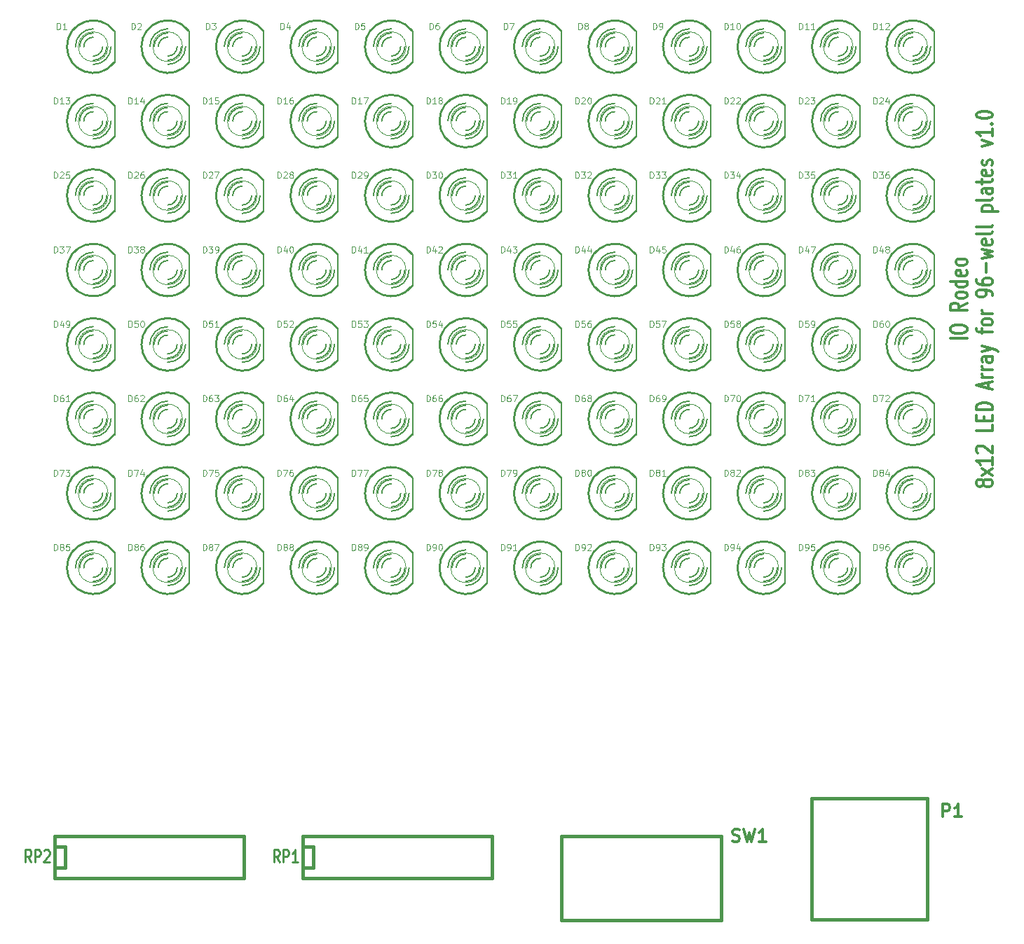
<source format=gto>
G04 (created by PCBNEW (2013-jul-07)-stable) date Fri 28 Nov 2014 01:10:13 PM PST*
%MOIN*%
G04 Gerber Fmt 3.4, Leading zero omitted, Abs format*
%FSLAX34Y34*%
G01*
G70*
G90*
G04 APERTURE LIST*
%ADD10C,0.00590551*%
%ADD11C,0.011811*%
%ADD12C,0.015*%
%ADD13C,0.008*%
%ADD14C,0.003*%
%ADD15C,0.01*%
%ADD16C,0.006*%
%ADD17C,0.012*%
%ADD18C,0.01125*%
%ADD19C,0.0035*%
G04 APERTURE END LIST*
G54D10*
G54D11*
X66657Y-37710D02*
X65869Y-37710D01*
X65869Y-37317D02*
X65869Y-37204D01*
X65907Y-37148D01*
X65982Y-37092D01*
X66132Y-37064D01*
X66394Y-37064D01*
X66544Y-37092D01*
X66619Y-37148D01*
X66657Y-37204D01*
X66657Y-37317D01*
X66619Y-37373D01*
X66544Y-37429D01*
X66394Y-37457D01*
X66132Y-37457D01*
X65982Y-37429D01*
X65907Y-37373D01*
X65869Y-37317D01*
X66657Y-36023D02*
X66282Y-36220D01*
X66657Y-36361D02*
X65869Y-36361D01*
X65869Y-36136D01*
X65907Y-36079D01*
X65944Y-36051D01*
X66019Y-36023D01*
X66132Y-36023D01*
X66207Y-36051D01*
X66244Y-36079D01*
X66282Y-36136D01*
X66282Y-36361D01*
X66657Y-35686D02*
X66619Y-35742D01*
X66582Y-35770D01*
X66507Y-35798D01*
X66282Y-35798D01*
X66207Y-35770D01*
X66169Y-35742D01*
X66132Y-35686D01*
X66132Y-35601D01*
X66169Y-35545D01*
X66207Y-35517D01*
X66282Y-35489D01*
X66507Y-35489D01*
X66582Y-35517D01*
X66619Y-35545D01*
X66657Y-35601D01*
X66657Y-35686D01*
X66657Y-34983D02*
X65869Y-34983D01*
X66619Y-34983D02*
X66657Y-35039D01*
X66657Y-35151D01*
X66619Y-35208D01*
X66582Y-35236D01*
X66507Y-35264D01*
X66282Y-35264D01*
X66207Y-35236D01*
X66169Y-35208D01*
X66132Y-35151D01*
X66132Y-35039D01*
X66169Y-34983D01*
X66619Y-34476D02*
X66657Y-34533D01*
X66657Y-34645D01*
X66619Y-34701D01*
X66544Y-34730D01*
X66244Y-34730D01*
X66169Y-34701D01*
X66132Y-34645D01*
X66132Y-34533D01*
X66169Y-34476D01*
X66244Y-34448D01*
X66319Y-34448D01*
X66394Y-34730D01*
X66657Y-34111D02*
X66619Y-34167D01*
X66582Y-34195D01*
X66507Y-34223D01*
X66282Y-34223D01*
X66207Y-34195D01*
X66169Y-34167D01*
X66132Y-34111D01*
X66132Y-34026D01*
X66169Y-33970D01*
X66207Y-33942D01*
X66282Y-33914D01*
X66507Y-33914D01*
X66582Y-33942D01*
X66619Y-33970D01*
X66657Y-34026D01*
X66657Y-34111D01*
X67427Y-44642D02*
X67390Y-44699D01*
X67352Y-44727D01*
X67277Y-44755D01*
X67240Y-44755D01*
X67165Y-44727D01*
X67127Y-44699D01*
X67090Y-44642D01*
X67090Y-44530D01*
X67127Y-44474D01*
X67165Y-44446D01*
X67240Y-44417D01*
X67277Y-44417D01*
X67352Y-44446D01*
X67390Y-44474D01*
X67427Y-44530D01*
X67427Y-44642D01*
X67465Y-44699D01*
X67502Y-44727D01*
X67577Y-44755D01*
X67727Y-44755D01*
X67802Y-44727D01*
X67840Y-44699D01*
X67877Y-44642D01*
X67877Y-44530D01*
X67840Y-44474D01*
X67802Y-44446D01*
X67727Y-44417D01*
X67577Y-44417D01*
X67502Y-44446D01*
X67465Y-44474D01*
X67427Y-44530D01*
X67877Y-44221D02*
X67352Y-43911D01*
X67352Y-44221D02*
X67877Y-43911D01*
X67877Y-43377D02*
X67877Y-43714D01*
X67877Y-43546D02*
X67090Y-43546D01*
X67202Y-43602D01*
X67277Y-43658D01*
X67315Y-43714D01*
X67165Y-43152D02*
X67127Y-43124D01*
X67090Y-43068D01*
X67090Y-42927D01*
X67127Y-42871D01*
X67165Y-42843D01*
X67240Y-42814D01*
X67315Y-42814D01*
X67427Y-42843D01*
X67877Y-43180D01*
X67877Y-42814D01*
X67877Y-41830D02*
X67877Y-42111D01*
X67090Y-42111D01*
X67465Y-41633D02*
X67465Y-41437D01*
X67877Y-41352D02*
X67877Y-41633D01*
X67090Y-41633D01*
X67090Y-41352D01*
X67877Y-41099D02*
X67090Y-41099D01*
X67090Y-40958D01*
X67127Y-40874D01*
X67202Y-40818D01*
X67277Y-40790D01*
X67427Y-40762D01*
X67540Y-40762D01*
X67690Y-40790D01*
X67765Y-40818D01*
X67840Y-40874D01*
X67877Y-40958D01*
X67877Y-41099D01*
X67652Y-40087D02*
X67652Y-39805D01*
X67877Y-40143D02*
X67090Y-39946D01*
X67877Y-39749D01*
X67877Y-39552D02*
X67352Y-39552D01*
X67502Y-39552D02*
X67427Y-39524D01*
X67390Y-39496D01*
X67352Y-39440D01*
X67352Y-39384D01*
X67877Y-39187D02*
X67352Y-39187D01*
X67502Y-39187D02*
X67427Y-39159D01*
X67390Y-39131D01*
X67352Y-39074D01*
X67352Y-39018D01*
X67877Y-38568D02*
X67465Y-38568D01*
X67390Y-38596D01*
X67352Y-38652D01*
X67352Y-38765D01*
X67390Y-38821D01*
X67840Y-38568D02*
X67877Y-38624D01*
X67877Y-38765D01*
X67840Y-38821D01*
X67765Y-38849D01*
X67690Y-38849D01*
X67615Y-38821D01*
X67577Y-38765D01*
X67577Y-38624D01*
X67540Y-38568D01*
X67352Y-38343D02*
X67877Y-38203D01*
X67352Y-38062D02*
X67877Y-38203D01*
X68065Y-38259D01*
X68102Y-38287D01*
X68140Y-38343D01*
X67352Y-37471D02*
X67352Y-37246D01*
X67877Y-37387D02*
X67202Y-37387D01*
X67127Y-37359D01*
X67090Y-37303D01*
X67090Y-37246D01*
X67877Y-36965D02*
X67840Y-37021D01*
X67802Y-37050D01*
X67727Y-37078D01*
X67502Y-37078D01*
X67427Y-37050D01*
X67390Y-37021D01*
X67352Y-36965D01*
X67352Y-36881D01*
X67390Y-36825D01*
X67427Y-36796D01*
X67502Y-36768D01*
X67727Y-36768D01*
X67802Y-36796D01*
X67840Y-36825D01*
X67877Y-36881D01*
X67877Y-36965D01*
X67877Y-36515D02*
X67352Y-36515D01*
X67502Y-36515D02*
X67427Y-36487D01*
X67390Y-36459D01*
X67352Y-36403D01*
X67352Y-36347D01*
X67877Y-35672D02*
X67877Y-35559D01*
X67840Y-35503D01*
X67802Y-35475D01*
X67690Y-35419D01*
X67540Y-35390D01*
X67240Y-35390D01*
X67165Y-35419D01*
X67127Y-35447D01*
X67090Y-35503D01*
X67090Y-35615D01*
X67127Y-35672D01*
X67165Y-35700D01*
X67240Y-35728D01*
X67427Y-35728D01*
X67502Y-35700D01*
X67540Y-35672D01*
X67577Y-35615D01*
X67577Y-35503D01*
X67540Y-35447D01*
X67502Y-35419D01*
X67427Y-35390D01*
X67090Y-34884D02*
X67090Y-34997D01*
X67127Y-35053D01*
X67165Y-35081D01*
X67277Y-35137D01*
X67427Y-35165D01*
X67727Y-35165D01*
X67802Y-35137D01*
X67840Y-35109D01*
X67877Y-35053D01*
X67877Y-34940D01*
X67840Y-34884D01*
X67802Y-34856D01*
X67727Y-34828D01*
X67540Y-34828D01*
X67465Y-34856D01*
X67427Y-34884D01*
X67390Y-34940D01*
X67390Y-35053D01*
X67427Y-35109D01*
X67465Y-35137D01*
X67540Y-35165D01*
X67577Y-34575D02*
X67577Y-34125D01*
X67352Y-33900D02*
X67877Y-33787D01*
X67502Y-33675D01*
X67877Y-33562D01*
X67352Y-33450D01*
X67840Y-33000D02*
X67877Y-33056D01*
X67877Y-33169D01*
X67840Y-33225D01*
X67765Y-33253D01*
X67465Y-33253D01*
X67390Y-33225D01*
X67352Y-33169D01*
X67352Y-33056D01*
X67390Y-33000D01*
X67465Y-32972D01*
X67540Y-32972D01*
X67615Y-33253D01*
X67877Y-32634D02*
X67840Y-32691D01*
X67765Y-32719D01*
X67090Y-32719D01*
X67877Y-32325D02*
X67840Y-32381D01*
X67765Y-32410D01*
X67090Y-32410D01*
X67352Y-31650D02*
X68140Y-31650D01*
X67390Y-31650D02*
X67352Y-31594D01*
X67352Y-31482D01*
X67390Y-31425D01*
X67427Y-31397D01*
X67502Y-31369D01*
X67727Y-31369D01*
X67802Y-31397D01*
X67840Y-31425D01*
X67877Y-31482D01*
X67877Y-31594D01*
X67840Y-31650D01*
X67877Y-31032D02*
X67840Y-31088D01*
X67765Y-31116D01*
X67090Y-31116D01*
X67877Y-30553D02*
X67465Y-30553D01*
X67390Y-30582D01*
X67352Y-30638D01*
X67352Y-30750D01*
X67390Y-30807D01*
X67840Y-30553D02*
X67877Y-30610D01*
X67877Y-30750D01*
X67840Y-30807D01*
X67765Y-30835D01*
X67690Y-30835D01*
X67615Y-30807D01*
X67577Y-30750D01*
X67577Y-30610D01*
X67540Y-30553D01*
X67352Y-30357D02*
X67352Y-30132D01*
X67090Y-30272D02*
X67765Y-30272D01*
X67840Y-30244D01*
X67877Y-30188D01*
X67877Y-30132D01*
X67840Y-29710D02*
X67877Y-29766D01*
X67877Y-29879D01*
X67840Y-29935D01*
X67765Y-29963D01*
X67465Y-29963D01*
X67390Y-29935D01*
X67352Y-29879D01*
X67352Y-29766D01*
X67390Y-29710D01*
X67465Y-29682D01*
X67540Y-29682D01*
X67615Y-29963D01*
X67840Y-29457D02*
X67877Y-29401D01*
X67877Y-29288D01*
X67840Y-29232D01*
X67765Y-29204D01*
X67727Y-29204D01*
X67652Y-29232D01*
X67615Y-29288D01*
X67615Y-29372D01*
X67577Y-29429D01*
X67502Y-29457D01*
X67465Y-29457D01*
X67390Y-29429D01*
X67352Y-29372D01*
X67352Y-29288D01*
X67390Y-29232D01*
X67352Y-28557D02*
X67877Y-28416D01*
X67352Y-28276D01*
X67877Y-27741D02*
X67877Y-28079D01*
X67877Y-27910D02*
X67090Y-27910D01*
X67202Y-27966D01*
X67277Y-28023D01*
X67315Y-28079D01*
X67802Y-27488D02*
X67840Y-27460D01*
X67877Y-27488D01*
X67840Y-27516D01*
X67802Y-27488D01*
X67877Y-27488D01*
X67090Y-27095D02*
X67090Y-27038D01*
X67127Y-26982D01*
X67165Y-26954D01*
X67240Y-26926D01*
X67390Y-26898D01*
X67577Y-26898D01*
X67727Y-26926D01*
X67802Y-26954D01*
X67840Y-26982D01*
X67877Y-27038D01*
X67877Y-27095D01*
X67840Y-27151D01*
X67802Y-27179D01*
X67727Y-27207D01*
X67577Y-27235D01*
X67390Y-27235D01*
X67240Y-27207D01*
X67165Y-27179D01*
X67127Y-27151D01*
X67090Y-27095D01*
G54D12*
X47381Y-61385D02*
X54981Y-61385D01*
X54981Y-61385D02*
X54981Y-65385D01*
X54981Y-65385D02*
X47381Y-65385D01*
X47381Y-65385D02*
X47381Y-61385D01*
X35066Y-61901D02*
X35066Y-61901D01*
X35066Y-61901D02*
X35566Y-61901D01*
X35566Y-61901D02*
X35566Y-62901D01*
X35566Y-62901D02*
X35066Y-62901D01*
X35066Y-61401D02*
X44066Y-61401D01*
X44066Y-61401D02*
X44066Y-63401D01*
X44066Y-63401D02*
X35066Y-63401D01*
X35066Y-63401D02*
X35066Y-61401D01*
X23255Y-61901D02*
X23255Y-61901D01*
X23255Y-61901D02*
X23755Y-61901D01*
X23755Y-61901D02*
X23755Y-62901D01*
X23755Y-62901D02*
X23255Y-62901D01*
X23255Y-61401D02*
X32255Y-61401D01*
X32255Y-61401D02*
X32255Y-63401D01*
X32255Y-63401D02*
X23255Y-63401D01*
X23255Y-63401D02*
X23255Y-61401D01*
X64757Y-65354D02*
X59257Y-65354D01*
X59257Y-65354D02*
X59257Y-59604D01*
X59257Y-59604D02*
X64757Y-59604D01*
X64757Y-59604D02*
X64757Y-65354D01*
G54D13*
X26120Y-45828D02*
X26120Y-44328D01*
G54D14*
X25807Y-45078D02*
G75*
G03X25807Y-45078I-707J0D01*
G74*
G01*
G54D15*
X26099Y-44328D02*
G75*
G03X26099Y-45829I-999J-750D01*
G74*
G01*
G54D16*
X25100Y-44628D02*
G75*
G03X24650Y-45078I0J-450D01*
G74*
G01*
X25100Y-45528D02*
G75*
G03X25550Y-45078I0J450D01*
G74*
G01*
X25100Y-44428D02*
G75*
G03X24450Y-45078I0J-650D01*
G74*
G01*
X25100Y-45728D02*
G75*
G03X25750Y-45078I0J650D01*
G74*
G01*
X25100Y-44228D02*
G75*
G03X24250Y-45078I0J-850D01*
G74*
G01*
X25100Y-45928D02*
G75*
G03X25950Y-45078I0J850D01*
G74*
G01*
G54D13*
X36749Y-38742D02*
X36749Y-37242D01*
G54D14*
X36437Y-37992D02*
G75*
G03X36437Y-37992I-707J0D01*
G74*
G01*
G54D15*
X36729Y-37241D02*
G75*
G03X36729Y-38742I-999J-750D01*
G74*
G01*
G54D16*
X35729Y-37542D02*
G75*
G03X35279Y-37992I0J-450D01*
G74*
G01*
X35729Y-38442D02*
G75*
G03X36179Y-37992I0J450D01*
G74*
G01*
X35729Y-37342D02*
G75*
G03X35079Y-37992I0J-650D01*
G74*
G01*
X35729Y-38642D02*
G75*
G03X36379Y-37992I0J650D01*
G74*
G01*
X35729Y-37142D02*
G75*
G03X34879Y-37992I0J-850D01*
G74*
G01*
X35729Y-38842D02*
G75*
G03X36579Y-37992I0J850D01*
G74*
G01*
G54D13*
X65096Y-42285D02*
X65096Y-40785D01*
G54D14*
X64783Y-41535D02*
G75*
G03X64783Y-41535I-707J0D01*
G74*
G01*
G54D15*
X65075Y-40784D02*
G75*
G03X65075Y-42285I-999J-750D01*
G74*
G01*
G54D16*
X64076Y-41085D02*
G75*
G03X63626Y-41535I0J-450D01*
G74*
G01*
X64076Y-41985D02*
G75*
G03X64526Y-41535I0J450D01*
G74*
G01*
X64076Y-40885D02*
G75*
G03X63426Y-41535I0J-650D01*
G74*
G01*
X64076Y-42185D02*
G75*
G03X64726Y-41535I0J650D01*
G74*
G01*
X64076Y-40685D02*
G75*
G03X63226Y-41535I0J-850D01*
G74*
G01*
X64076Y-42385D02*
G75*
G03X64926Y-41535I0J850D01*
G74*
G01*
G54D13*
X61553Y-42285D02*
X61553Y-40785D01*
G54D14*
X61240Y-41535D02*
G75*
G03X61240Y-41535I-707J0D01*
G74*
G01*
G54D15*
X61532Y-40784D02*
G75*
G03X61532Y-42285I-999J-750D01*
G74*
G01*
G54D16*
X60533Y-41085D02*
G75*
G03X60083Y-41535I0J-450D01*
G74*
G01*
X60533Y-41985D02*
G75*
G03X60983Y-41535I0J450D01*
G74*
G01*
X60533Y-40885D02*
G75*
G03X59883Y-41535I0J-650D01*
G74*
G01*
X60533Y-42185D02*
G75*
G03X61183Y-41535I0J650D01*
G74*
G01*
X60533Y-40685D02*
G75*
G03X59683Y-41535I0J-850D01*
G74*
G01*
X60533Y-42385D02*
G75*
G03X61383Y-41535I0J850D01*
G74*
G01*
G54D13*
X58009Y-42285D02*
X58009Y-40785D01*
G54D14*
X57696Y-41535D02*
G75*
G03X57696Y-41535I-707J0D01*
G74*
G01*
G54D15*
X57989Y-40784D02*
G75*
G03X57989Y-42285I-999J-750D01*
G74*
G01*
G54D16*
X56989Y-41085D02*
G75*
G03X56539Y-41535I0J-450D01*
G74*
G01*
X56989Y-41985D02*
G75*
G03X57439Y-41535I0J450D01*
G74*
G01*
X56989Y-40885D02*
G75*
G03X56339Y-41535I0J-650D01*
G74*
G01*
X56989Y-42185D02*
G75*
G03X57639Y-41535I0J650D01*
G74*
G01*
X56989Y-40685D02*
G75*
G03X56139Y-41535I0J-850D01*
G74*
G01*
X56989Y-42385D02*
G75*
G03X57839Y-41535I0J850D01*
G74*
G01*
G54D13*
X54466Y-42285D02*
X54466Y-40785D01*
G54D14*
X54153Y-41535D02*
G75*
G03X54153Y-41535I-707J0D01*
G74*
G01*
G54D15*
X54446Y-40784D02*
G75*
G03X54446Y-42285I-999J-750D01*
G74*
G01*
G54D16*
X53446Y-41085D02*
G75*
G03X52996Y-41535I0J-450D01*
G74*
G01*
X53446Y-41985D02*
G75*
G03X53896Y-41535I0J450D01*
G74*
G01*
X53446Y-40885D02*
G75*
G03X52796Y-41535I0J-650D01*
G74*
G01*
X53446Y-42185D02*
G75*
G03X54096Y-41535I0J650D01*
G74*
G01*
X53446Y-40685D02*
G75*
G03X52596Y-41535I0J-850D01*
G74*
G01*
X53446Y-42385D02*
G75*
G03X54296Y-41535I0J850D01*
G74*
G01*
G54D13*
X50923Y-42285D02*
X50923Y-40785D01*
G54D14*
X50610Y-41535D02*
G75*
G03X50610Y-41535I-707J0D01*
G74*
G01*
G54D15*
X50902Y-40784D02*
G75*
G03X50902Y-42285I-999J-750D01*
G74*
G01*
G54D16*
X49903Y-41085D02*
G75*
G03X49453Y-41535I0J-450D01*
G74*
G01*
X49903Y-41985D02*
G75*
G03X50353Y-41535I0J450D01*
G74*
G01*
X49903Y-40885D02*
G75*
G03X49253Y-41535I0J-650D01*
G74*
G01*
X49903Y-42185D02*
G75*
G03X50553Y-41535I0J650D01*
G74*
G01*
X49903Y-40685D02*
G75*
G03X49053Y-41535I0J-850D01*
G74*
G01*
X49903Y-42385D02*
G75*
G03X50753Y-41535I0J850D01*
G74*
G01*
G54D13*
X47379Y-42285D02*
X47379Y-40785D01*
G54D14*
X47066Y-41535D02*
G75*
G03X47066Y-41535I-707J0D01*
G74*
G01*
G54D15*
X47359Y-40784D02*
G75*
G03X47359Y-42285I-999J-750D01*
G74*
G01*
G54D16*
X46359Y-41085D02*
G75*
G03X45909Y-41535I0J-450D01*
G74*
G01*
X46359Y-41985D02*
G75*
G03X46809Y-41535I0J450D01*
G74*
G01*
X46359Y-40885D02*
G75*
G03X45709Y-41535I0J-650D01*
G74*
G01*
X46359Y-42185D02*
G75*
G03X47009Y-41535I0J650D01*
G74*
G01*
X46359Y-40685D02*
G75*
G03X45509Y-41535I0J-850D01*
G74*
G01*
X46359Y-42385D02*
G75*
G03X47209Y-41535I0J850D01*
G74*
G01*
G54D13*
X43836Y-42285D02*
X43836Y-40785D01*
G54D14*
X43523Y-41535D02*
G75*
G03X43523Y-41535I-707J0D01*
G74*
G01*
G54D15*
X43816Y-40784D02*
G75*
G03X43816Y-42285I-999J-750D01*
G74*
G01*
G54D16*
X42816Y-41085D02*
G75*
G03X42366Y-41535I0J-450D01*
G74*
G01*
X42816Y-41985D02*
G75*
G03X43266Y-41535I0J450D01*
G74*
G01*
X42816Y-40885D02*
G75*
G03X42166Y-41535I0J-650D01*
G74*
G01*
X42816Y-42185D02*
G75*
G03X43466Y-41535I0J650D01*
G74*
G01*
X42816Y-40685D02*
G75*
G03X41966Y-41535I0J-850D01*
G74*
G01*
X42816Y-42385D02*
G75*
G03X43666Y-41535I0J850D01*
G74*
G01*
G54D13*
X40293Y-42285D02*
X40293Y-40785D01*
G54D14*
X39980Y-41535D02*
G75*
G03X39980Y-41535I-707J0D01*
G74*
G01*
G54D15*
X40272Y-40784D02*
G75*
G03X40272Y-42285I-999J-750D01*
G74*
G01*
G54D16*
X39273Y-41085D02*
G75*
G03X38823Y-41535I0J-450D01*
G74*
G01*
X39273Y-41985D02*
G75*
G03X39723Y-41535I0J450D01*
G74*
G01*
X39273Y-40885D02*
G75*
G03X38623Y-41535I0J-650D01*
G74*
G01*
X39273Y-42185D02*
G75*
G03X39923Y-41535I0J650D01*
G74*
G01*
X39273Y-40685D02*
G75*
G03X38423Y-41535I0J-850D01*
G74*
G01*
X39273Y-42385D02*
G75*
G03X40123Y-41535I0J850D01*
G74*
G01*
G54D13*
X36749Y-42285D02*
X36749Y-40785D01*
G54D14*
X36437Y-41535D02*
G75*
G03X36437Y-41535I-707J0D01*
G74*
G01*
G54D15*
X36729Y-40784D02*
G75*
G03X36729Y-42285I-999J-750D01*
G74*
G01*
G54D16*
X35729Y-41085D02*
G75*
G03X35279Y-41535I0J-450D01*
G74*
G01*
X35729Y-41985D02*
G75*
G03X36179Y-41535I0J450D01*
G74*
G01*
X35729Y-40885D02*
G75*
G03X35079Y-41535I0J-650D01*
G74*
G01*
X35729Y-42185D02*
G75*
G03X36379Y-41535I0J650D01*
G74*
G01*
X35729Y-40685D02*
G75*
G03X34879Y-41535I0J-850D01*
G74*
G01*
X35729Y-42385D02*
G75*
G03X36579Y-41535I0J850D01*
G74*
G01*
G54D13*
X33206Y-42285D02*
X33206Y-40785D01*
G54D14*
X32893Y-41535D02*
G75*
G03X32893Y-41535I-707J0D01*
G74*
G01*
G54D15*
X33186Y-40784D02*
G75*
G03X33186Y-42285I-999J-750D01*
G74*
G01*
G54D16*
X32186Y-41085D02*
G75*
G03X31736Y-41535I0J-450D01*
G74*
G01*
X32186Y-41985D02*
G75*
G03X32636Y-41535I0J450D01*
G74*
G01*
X32186Y-40885D02*
G75*
G03X31536Y-41535I0J-650D01*
G74*
G01*
X32186Y-42185D02*
G75*
G03X32836Y-41535I0J650D01*
G74*
G01*
X32186Y-40685D02*
G75*
G03X31336Y-41535I0J-850D01*
G74*
G01*
X32186Y-42385D02*
G75*
G03X33036Y-41535I0J850D01*
G74*
G01*
G54D13*
X29663Y-42285D02*
X29663Y-40785D01*
G54D14*
X29350Y-41535D02*
G75*
G03X29350Y-41535I-707J0D01*
G74*
G01*
G54D15*
X29642Y-40784D02*
G75*
G03X29642Y-42285I-999J-750D01*
G74*
G01*
G54D16*
X28643Y-41085D02*
G75*
G03X28193Y-41535I0J-450D01*
G74*
G01*
X28643Y-41985D02*
G75*
G03X29093Y-41535I0J450D01*
G74*
G01*
X28643Y-40885D02*
G75*
G03X27993Y-41535I0J-650D01*
G74*
G01*
X28643Y-42185D02*
G75*
G03X29293Y-41535I0J650D01*
G74*
G01*
X28643Y-40685D02*
G75*
G03X27793Y-41535I0J-850D01*
G74*
G01*
X28643Y-42385D02*
G75*
G03X29493Y-41535I0J850D01*
G74*
G01*
G54D13*
X26120Y-42285D02*
X26120Y-40785D01*
G54D14*
X25807Y-41535D02*
G75*
G03X25807Y-41535I-707J0D01*
G74*
G01*
G54D15*
X26099Y-40784D02*
G75*
G03X26099Y-42285I-999J-750D01*
G74*
G01*
G54D16*
X25100Y-41085D02*
G75*
G03X24650Y-41535I0J-450D01*
G74*
G01*
X25100Y-41985D02*
G75*
G03X25550Y-41535I0J450D01*
G74*
G01*
X25100Y-40885D02*
G75*
G03X24450Y-41535I0J-650D01*
G74*
G01*
X25100Y-42185D02*
G75*
G03X25750Y-41535I0J650D01*
G74*
G01*
X25100Y-40685D02*
G75*
G03X24250Y-41535I0J-850D01*
G74*
G01*
X25100Y-42385D02*
G75*
G03X25950Y-41535I0J850D01*
G74*
G01*
G54D13*
X65096Y-38742D02*
X65096Y-37242D01*
G54D14*
X64783Y-37992D02*
G75*
G03X64783Y-37992I-707J0D01*
G74*
G01*
G54D15*
X65075Y-37241D02*
G75*
G03X65075Y-38742I-999J-750D01*
G74*
G01*
G54D16*
X64076Y-37542D02*
G75*
G03X63626Y-37992I0J-450D01*
G74*
G01*
X64076Y-38442D02*
G75*
G03X64526Y-37992I0J450D01*
G74*
G01*
X64076Y-37342D02*
G75*
G03X63426Y-37992I0J-650D01*
G74*
G01*
X64076Y-38642D02*
G75*
G03X64726Y-37992I0J650D01*
G74*
G01*
X64076Y-37142D02*
G75*
G03X63226Y-37992I0J-850D01*
G74*
G01*
X64076Y-38842D02*
G75*
G03X64926Y-37992I0J850D01*
G74*
G01*
G54D13*
X61553Y-38742D02*
X61553Y-37242D01*
G54D14*
X61240Y-37992D02*
G75*
G03X61240Y-37992I-707J0D01*
G74*
G01*
G54D15*
X61532Y-37241D02*
G75*
G03X61532Y-38742I-999J-750D01*
G74*
G01*
G54D16*
X60533Y-37542D02*
G75*
G03X60083Y-37992I0J-450D01*
G74*
G01*
X60533Y-38442D02*
G75*
G03X60983Y-37992I0J450D01*
G74*
G01*
X60533Y-37342D02*
G75*
G03X59883Y-37992I0J-650D01*
G74*
G01*
X60533Y-38642D02*
G75*
G03X61183Y-37992I0J650D01*
G74*
G01*
X60533Y-37142D02*
G75*
G03X59683Y-37992I0J-850D01*
G74*
G01*
X60533Y-38842D02*
G75*
G03X61383Y-37992I0J850D01*
G74*
G01*
G54D13*
X58009Y-38742D02*
X58009Y-37242D01*
G54D14*
X57696Y-37992D02*
G75*
G03X57696Y-37992I-707J0D01*
G74*
G01*
G54D15*
X57989Y-37241D02*
G75*
G03X57989Y-38742I-999J-750D01*
G74*
G01*
G54D16*
X56989Y-37542D02*
G75*
G03X56539Y-37992I0J-450D01*
G74*
G01*
X56989Y-38442D02*
G75*
G03X57439Y-37992I0J450D01*
G74*
G01*
X56989Y-37342D02*
G75*
G03X56339Y-37992I0J-650D01*
G74*
G01*
X56989Y-38642D02*
G75*
G03X57639Y-37992I0J650D01*
G74*
G01*
X56989Y-37142D02*
G75*
G03X56139Y-37992I0J-850D01*
G74*
G01*
X56989Y-38842D02*
G75*
G03X57839Y-37992I0J850D01*
G74*
G01*
G54D13*
X54466Y-38742D02*
X54466Y-37242D01*
G54D14*
X54153Y-37992D02*
G75*
G03X54153Y-37992I-707J0D01*
G74*
G01*
G54D15*
X54446Y-37241D02*
G75*
G03X54446Y-38742I-999J-750D01*
G74*
G01*
G54D16*
X53446Y-37542D02*
G75*
G03X52996Y-37992I0J-450D01*
G74*
G01*
X53446Y-38442D02*
G75*
G03X53896Y-37992I0J450D01*
G74*
G01*
X53446Y-37342D02*
G75*
G03X52796Y-37992I0J-650D01*
G74*
G01*
X53446Y-38642D02*
G75*
G03X54096Y-37992I0J650D01*
G74*
G01*
X53446Y-37142D02*
G75*
G03X52596Y-37992I0J-850D01*
G74*
G01*
X53446Y-38842D02*
G75*
G03X54296Y-37992I0J850D01*
G74*
G01*
G54D13*
X50923Y-38742D02*
X50923Y-37242D01*
G54D14*
X50610Y-37992D02*
G75*
G03X50610Y-37992I-707J0D01*
G74*
G01*
G54D15*
X50902Y-37241D02*
G75*
G03X50902Y-38742I-999J-750D01*
G74*
G01*
G54D16*
X49903Y-37542D02*
G75*
G03X49453Y-37992I0J-450D01*
G74*
G01*
X49903Y-38442D02*
G75*
G03X50353Y-37992I0J450D01*
G74*
G01*
X49903Y-37342D02*
G75*
G03X49253Y-37992I0J-650D01*
G74*
G01*
X49903Y-38642D02*
G75*
G03X50553Y-37992I0J650D01*
G74*
G01*
X49903Y-37142D02*
G75*
G03X49053Y-37992I0J-850D01*
G74*
G01*
X49903Y-38842D02*
G75*
G03X50753Y-37992I0J850D01*
G74*
G01*
G54D13*
X47379Y-38742D02*
X47379Y-37242D01*
G54D14*
X47066Y-37992D02*
G75*
G03X47066Y-37992I-707J0D01*
G74*
G01*
G54D15*
X47359Y-37241D02*
G75*
G03X47359Y-38742I-999J-750D01*
G74*
G01*
G54D16*
X46359Y-37542D02*
G75*
G03X45909Y-37992I0J-450D01*
G74*
G01*
X46359Y-38442D02*
G75*
G03X46809Y-37992I0J450D01*
G74*
G01*
X46359Y-37342D02*
G75*
G03X45709Y-37992I0J-650D01*
G74*
G01*
X46359Y-38642D02*
G75*
G03X47009Y-37992I0J650D01*
G74*
G01*
X46359Y-37142D02*
G75*
G03X45509Y-37992I0J-850D01*
G74*
G01*
X46359Y-38842D02*
G75*
G03X47209Y-37992I0J850D01*
G74*
G01*
G54D13*
X43836Y-38742D02*
X43836Y-37242D01*
G54D14*
X43523Y-37992D02*
G75*
G03X43523Y-37992I-707J0D01*
G74*
G01*
G54D15*
X43816Y-37241D02*
G75*
G03X43816Y-38742I-999J-750D01*
G74*
G01*
G54D16*
X42816Y-37542D02*
G75*
G03X42366Y-37992I0J-450D01*
G74*
G01*
X42816Y-38442D02*
G75*
G03X43266Y-37992I0J450D01*
G74*
G01*
X42816Y-37342D02*
G75*
G03X42166Y-37992I0J-650D01*
G74*
G01*
X42816Y-38642D02*
G75*
G03X43466Y-37992I0J650D01*
G74*
G01*
X42816Y-37142D02*
G75*
G03X41966Y-37992I0J-850D01*
G74*
G01*
X42816Y-38842D02*
G75*
G03X43666Y-37992I0J850D01*
G74*
G01*
G54D13*
X40293Y-38742D02*
X40293Y-37242D01*
G54D14*
X39980Y-37992D02*
G75*
G03X39980Y-37992I-707J0D01*
G74*
G01*
G54D15*
X40272Y-37241D02*
G75*
G03X40272Y-38742I-999J-750D01*
G74*
G01*
G54D16*
X39273Y-37542D02*
G75*
G03X38823Y-37992I0J-450D01*
G74*
G01*
X39273Y-38442D02*
G75*
G03X39723Y-37992I0J450D01*
G74*
G01*
X39273Y-37342D02*
G75*
G03X38623Y-37992I0J-650D01*
G74*
G01*
X39273Y-38642D02*
G75*
G03X39923Y-37992I0J650D01*
G74*
G01*
X39273Y-37142D02*
G75*
G03X38423Y-37992I0J-850D01*
G74*
G01*
X39273Y-38842D02*
G75*
G03X40123Y-37992I0J850D01*
G74*
G01*
G54D13*
X33206Y-38742D02*
X33206Y-37242D01*
G54D14*
X32893Y-37992D02*
G75*
G03X32893Y-37992I-707J0D01*
G74*
G01*
G54D15*
X33186Y-37241D02*
G75*
G03X33186Y-38742I-999J-750D01*
G74*
G01*
G54D16*
X32186Y-37542D02*
G75*
G03X31736Y-37992I0J-450D01*
G74*
G01*
X32186Y-38442D02*
G75*
G03X32636Y-37992I0J450D01*
G74*
G01*
X32186Y-37342D02*
G75*
G03X31536Y-37992I0J-650D01*
G74*
G01*
X32186Y-38642D02*
G75*
G03X32836Y-37992I0J650D01*
G74*
G01*
X32186Y-37142D02*
G75*
G03X31336Y-37992I0J-850D01*
G74*
G01*
X32186Y-38842D02*
G75*
G03X33036Y-37992I0J850D01*
G74*
G01*
G54D13*
X26120Y-49372D02*
X26120Y-47872D01*
G54D14*
X25807Y-48622D02*
G75*
G03X25807Y-48622I-707J0D01*
G74*
G01*
G54D15*
X26099Y-47871D02*
G75*
G03X26099Y-49372I-999J-750D01*
G74*
G01*
G54D16*
X25100Y-48172D02*
G75*
G03X24650Y-48622I0J-450D01*
G74*
G01*
X25100Y-49072D02*
G75*
G03X25550Y-48622I0J450D01*
G74*
G01*
X25100Y-47972D02*
G75*
G03X24450Y-48622I0J-650D01*
G74*
G01*
X25100Y-49272D02*
G75*
G03X25750Y-48622I0J650D01*
G74*
G01*
X25100Y-47772D02*
G75*
G03X24250Y-48622I0J-850D01*
G74*
G01*
X25100Y-49472D02*
G75*
G03X25950Y-48622I0J850D01*
G74*
G01*
G54D13*
X65096Y-49372D02*
X65096Y-47872D01*
G54D14*
X64783Y-48622D02*
G75*
G03X64783Y-48622I-707J0D01*
G74*
G01*
G54D15*
X65075Y-47871D02*
G75*
G03X65075Y-49372I-999J-750D01*
G74*
G01*
G54D16*
X64076Y-48172D02*
G75*
G03X63626Y-48622I0J-450D01*
G74*
G01*
X64076Y-49072D02*
G75*
G03X64526Y-48622I0J450D01*
G74*
G01*
X64076Y-47972D02*
G75*
G03X63426Y-48622I0J-650D01*
G74*
G01*
X64076Y-49272D02*
G75*
G03X64726Y-48622I0J650D01*
G74*
G01*
X64076Y-47772D02*
G75*
G03X63226Y-48622I0J-850D01*
G74*
G01*
X64076Y-49472D02*
G75*
G03X64926Y-48622I0J850D01*
G74*
G01*
G54D13*
X61553Y-49372D02*
X61553Y-47872D01*
G54D14*
X61240Y-48622D02*
G75*
G03X61240Y-48622I-707J0D01*
G74*
G01*
G54D15*
X61532Y-47871D02*
G75*
G03X61532Y-49372I-999J-750D01*
G74*
G01*
G54D16*
X60533Y-48172D02*
G75*
G03X60083Y-48622I0J-450D01*
G74*
G01*
X60533Y-49072D02*
G75*
G03X60983Y-48622I0J450D01*
G74*
G01*
X60533Y-47972D02*
G75*
G03X59883Y-48622I0J-650D01*
G74*
G01*
X60533Y-49272D02*
G75*
G03X61183Y-48622I0J650D01*
G74*
G01*
X60533Y-47772D02*
G75*
G03X59683Y-48622I0J-850D01*
G74*
G01*
X60533Y-49472D02*
G75*
G03X61383Y-48622I0J850D01*
G74*
G01*
G54D13*
X58009Y-49372D02*
X58009Y-47872D01*
G54D14*
X57696Y-48622D02*
G75*
G03X57696Y-48622I-707J0D01*
G74*
G01*
G54D15*
X57989Y-47871D02*
G75*
G03X57989Y-49372I-999J-750D01*
G74*
G01*
G54D16*
X56989Y-48172D02*
G75*
G03X56539Y-48622I0J-450D01*
G74*
G01*
X56989Y-49072D02*
G75*
G03X57439Y-48622I0J450D01*
G74*
G01*
X56989Y-47972D02*
G75*
G03X56339Y-48622I0J-650D01*
G74*
G01*
X56989Y-49272D02*
G75*
G03X57639Y-48622I0J650D01*
G74*
G01*
X56989Y-47772D02*
G75*
G03X56139Y-48622I0J-850D01*
G74*
G01*
X56989Y-49472D02*
G75*
G03X57839Y-48622I0J850D01*
G74*
G01*
G54D13*
X54466Y-49372D02*
X54466Y-47872D01*
G54D14*
X54153Y-48622D02*
G75*
G03X54153Y-48622I-707J0D01*
G74*
G01*
G54D15*
X54446Y-47871D02*
G75*
G03X54446Y-49372I-999J-750D01*
G74*
G01*
G54D16*
X53446Y-48172D02*
G75*
G03X52996Y-48622I0J-450D01*
G74*
G01*
X53446Y-49072D02*
G75*
G03X53896Y-48622I0J450D01*
G74*
G01*
X53446Y-47972D02*
G75*
G03X52796Y-48622I0J-650D01*
G74*
G01*
X53446Y-49272D02*
G75*
G03X54096Y-48622I0J650D01*
G74*
G01*
X53446Y-47772D02*
G75*
G03X52596Y-48622I0J-850D01*
G74*
G01*
X53446Y-49472D02*
G75*
G03X54296Y-48622I0J850D01*
G74*
G01*
G54D13*
X50923Y-49372D02*
X50923Y-47872D01*
G54D14*
X50610Y-48622D02*
G75*
G03X50610Y-48622I-707J0D01*
G74*
G01*
G54D15*
X50902Y-47871D02*
G75*
G03X50902Y-49372I-999J-750D01*
G74*
G01*
G54D16*
X49903Y-48172D02*
G75*
G03X49453Y-48622I0J-450D01*
G74*
G01*
X49903Y-49072D02*
G75*
G03X50353Y-48622I0J450D01*
G74*
G01*
X49903Y-47972D02*
G75*
G03X49253Y-48622I0J-650D01*
G74*
G01*
X49903Y-49272D02*
G75*
G03X50553Y-48622I0J650D01*
G74*
G01*
X49903Y-47772D02*
G75*
G03X49053Y-48622I0J-850D01*
G74*
G01*
X49903Y-49472D02*
G75*
G03X50753Y-48622I0J850D01*
G74*
G01*
G54D13*
X47379Y-49372D02*
X47379Y-47872D01*
G54D14*
X47066Y-48622D02*
G75*
G03X47066Y-48622I-707J0D01*
G74*
G01*
G54D15*
X47359Y-47871D02*
G75*
G03X47359Y-49372I-999J-750D01*
G74*
G01*
G54D16*
X46359Y-48172D02*
G75*
G03X45909Y-48622I0J-450D01*
G74*
G01*
X46359Y-49072D02*
G75*
G03X46809Y-48622I0J450D01*
G74*
G01*
X46359Y-47972D02*
G75*
G03X45709Y-48622I0J-650D01*
G74*
G01*
X46359Y-49272D02*
G75*
G03X47009Y-48622I0J650D01*
G74*
G01*
X46359Y-47772D02*
G75*
G03X45509Y-48622I0J-850D01*
G74*
G01*
X46359Y-49472D02*
G75*
G03X47209Y-48622I0J850D01*
G74*
G01*
G54D13*
X43836Y-49372D02*
X43836Y-47872D01*
G54D14*
X43523Y-48622D02*
G75*
G03X43523Y-48622I-707J0D01*
G74*
G01*
G54D15*
X43816Y-47871D02*
G75*
G03X43816Y-49372I-999J-750D01*
G74*
G01*
G54D16*
X42816Y-48172D02*
G75*
G03X42366Y-48622I0J-450D01*
G74*
G01*
X42816Y-49072D02*
G75*
G03X43266Y-48622I0J450D01*
G74*
G01*
X42816Y-47972D02*
G75*
G03X42166Y-48622I0J-650D01*
G74*
G01*
X42816Y-49272D02*
G75*
G03X43466Y-48622I0J650D01*
G74*
G01*
X42816Y-47772D02*
G75*
G03X41966Y-48622I0J-850D01*
G74*
G01*
X42816Y-49472D02*
G75*
G03X43666Y-48622I0J850D01*
G74*
G01*
G54D13*
X40293Y-49372D02*
X40293Y-47872D01*
G54D14*
X39980Y-48622D02*
G75*
G03X39980Y-48622I-707J0D01*
G74*
G01*
G54D15*
X40272Y-47871D02*
G75*
G03X40272Y-49372I-999J-750D01*
G74*
G01*
G54D16*
X39273Y-48172D02*
G75*
G03X38823Y-48622I0J-450D01*
G74*
G01*
X39273Y-49072D02*
G75*
G03X39723Y-48622I0J450D01*
G74*
G01*
X39273Y-47972D02*
G75*
G03X38623Y-48622I0J-650D01*
G74*
G01*
X39273Y-49272D02*
G75*
G03X39923Y-48622I0J650D01*
G74*
G01*
X39273Y-47772D02*
G75*
G03X38423Y-48622I0J-850D01*
G74*
G01*
X39273Y-49472D02*
G75*
G03X40123Y-48622I0J850D01*
G74*
G01*
G54D13*
X36749Y-49372D02*
X36749Y-47872D01*
G54D14*
X36437Y-48622D02*
G75*
G03X36437Y-48622I-707J0D01*
G74*
G01*
G54D15*
X36729Y-47871D02*
G75*
G03X36729Y-49372I-999J-750D01*
G74*
G01*
G54D16*
X35729Y-48172D02*
G75*
G03X35279Y-48622I0J-450D01*
G74*
G01*
X35729Y-49072D02*
G75*
G03X36179Y-48622I0J450D01*
G74*
G01*
X35729Y-47972D02*
G75*
G03X35079Y-48622I0J-650D01*
G74*
G01*
X35729Y-49272D02*
G75*
G03X36379Y-48622I0J650D01*
G74*
G01*
X35729Y-47772D02*
G75*
G03X34879Y-48622I0J-850D01*
G74*
G01*
X35729Y-49472D02*
G75*
G03X36579Y-48622I0J850D01*
G74*
G01*
G54D13*
X33206Y-49372D02*
X33206Y-47872D01*
G54D14*
X32893Y-48622D02*
G75*
G03X32893Y-48622I-707J0D01*
G74*
G01*
G54D15*
X33186Y-47871D02*
G75*
G03X33186Y-49372I-999J-750D01*
G74*
G01*
G54D16*
X32186Y-48172D02*
G75*
G03X31736Y-48622I0J-450D01*
G74*
G01*
X32186Y-49072D02*
G75*
G03X32636Y-48622I0J450D01*
G74*
G01*
X32186Y-47972D02*
G75*
G03X31536Y-48622I0J-650D01*
G74*
G01*
X32186Y-49272D02*
G75*
G03X32836Y-48622I0J650D01*
G74*
G01*
X32186Y-47772D02*
G75*
G03X31336Y-48622I0J-850D01*
G74*
G01*
X32186Y-49472D02*
G75*
G03X33036Y-48622I0J850D01*
G74*
G01*
G54D13*
X29663Y-49372D02*
X29663Y-47872D01*
G54D14*
X29350Y-48622D02*
G75*
G03X29350Y-48622I-707J0D01*
G74*
G01*
G54D15*
X29642Y-47871D02*
G75*
G03X29642Y-49372I-999J-750D01*
G74*
G01*
G54D16*
X28643Y-48172D02*
G75*
G03X28193Y-48622I0J-450D01*
G74*
G01*
X28643Y-49072D02*
G75*
G03X29093Y-48622I0J450D01*
G74*
G01*
X28643Y-47972D02*
G75*
G03X27993Y-48622I0J-650D01*
G74*
G01*
X28643Y-49272D02*
G75*
G03X29293Y-48622I0J650D01*
G74*
G01*
X28643Y-47772D02*
G75*
G03X27793Y-48622I0J-850D01*
G74*
G01*
X28643Y-49472D02*
G75*
G03X29493Y-48622I0J850D01*
G74*
G01*
G54D13*
X29663Y-45828D02*
X29663Y-44328D01*
G54D14*
X29350Y-45078D02*
G75*
G03X29350Y-45078I-707J0D01*
G74*
G01*
G54D15*
X29642Y-44328D02*
G75*
G03X29642Y-45829I-999J-750D01*
G74*
G01*
G54D16*
X28643Y-44628D02*
G75*
G03X28193Y-45078I0J-450D01*
G74*
G01*
X28643Y-45528D02*
G75*
G03X29093Y-45078I0J450D01*
G74*
G01*
X28643Y-44428D02*
G75*
G03X27993Y-45078I0J-650D01*
G74*
G01*
X28643Y-45728D02*
G75*
G03X29293Y-45078I0J650D01*
G74*
G01*
X28643Y-44228D02*
G75*
G03X27793Y-45078I0J-850D01*
G74*
G01*
X28643Y-45928D02*
G75*
G03X29493Y-45078I0J850D01*
G74*
G01*
G54D13*
X65096Y-45828D02*
X65096Y-44328D01*
G54D14*
X64783Y-45078D02*
G75*
G03X64783Y-45078I-707J0D01*
G74*
G01*
G54D15*
X65075Y-44328D02*
G75*
G03X65075Y-45829I-999J-750D01*
G74*
G01*
G54D16*
X64076Y-44628D02*
G75*
G03X63626Y-45078I0J-450D01*
G74*
G01*
X64076Y-45528D02*
G75*
G03X64526Y-45078I0J450D01*
G74*
G01*
X64076Y-44428D02*
G75*
G03X63426Y-45078I0J-650D01*
G74*
G01*
X64076Y-45728D02*
G75*
G03X64726Y-45078I0J650D01*
G74*
G01*
X64076Y-44228D02*
G75*
G03X63226Y-45078I0J-850D01*
G74*
G01*
X64076Y-45928D02*
G75*
G03X64926Y-45078I0J850D01*
G74*
G01*
G54D13*
X61553Y-45828D02*
X61553Y-44328D01*
G54D14*
X61240Y-45078D02*
G75*
G03X61240Y-45078I-707J0D01*
G74*
G01*
G54D15*
X61532Y-44328D02*
G75*
G03X61532Y-45829I-999J-750D01*
G74*
G01*
G54D16*
X60533Y-44628D02*
G75*
G03X60083Y-45078I0J-450D01*
G74*
G01*
X60533Y-45528D02*
G75*
G03X60983Y-45078I0J450D01*
G74*
G01*
X60533Y-44428D02*
G75*
G03X59883Y-45078I0J-650D01*
G74*
G01*
X60533Y-45728D02*
G75*
G03X61183Y-45078I0J650D01*
G74*
G01*
X60533Y-44228D02*
G75*
G03X59683Y-45078I0J-850D01*
G74*
G01*
X60533Y-45928D02*
G75*
G03X61383Y-45078I0J850D01*
G74*
G01*
G54D13*
X58009Y-45828D02*
X58009Y-44328D01*
G54D14*
X57696Y-45078D02*
G75*
G03X57696Y-45078I-707J0D01*
G74*
G01*
G54D15*
X57989Y-44328D02*
G75*
G03X57989Y-45829I-999J-750D01*
G74*
G01*
G54D16*
X56989Y-44628D02*
G75*
G03X56539Y-45078I0J-450D01*
G74*
G01*
X56989Y-45528D02*
G75*
G03X57439Y-45078I0J450D01*
G74*
G01*
X56989Y-44428D02*
G75*
G03X56339Y-45078I0J-650D01*
G74*
G01*
X56989Y-45728D02*
G75*
G03X57639Y-45078I0J650D01*
G74*
G01*
X56989Y-44228D02*
G75*
G03X56139Y-45078I0J-850D01*
G74*
G01*
X56989Y-45928D02*
G75*
G03X57839Y-45078I0J850D01*
G74*
G01*
G54D13*
X54466Y-45828D02*
X54466Y-44328D01*
G54D14*
X54153Y-45078D02*
G75*
G03X54153Y-45078I-707J0D01*
G74*
G01*
G54D15*
X54446Y-44328D02*
G75*
G03X54446Y-45829I-999J-750D01*
G74*
G01*
G54D16*
X53446Y-44628D02*
G75*
G03X52996Y-45078I0J-450D01*
G74*
G01*
X53446Y-45528D02*
G75*
G03X53896Y-45078I0J450D01*
G74*
G01*
X53446Y-44428D02*
G75*
G03X52796Y-45078I0J-650D01*
G74*
G01*
X53446Y-45728D02*
G75*
G03X54096Y-45078I0J650D01*
G74*
G01*
X53446Y-44228D02*
G75*
G03X52596Y-45078I0J-850D01*
G74*
G01*
X53446Y-45928D02*
G75*
G03X54296Y-45078I0J850D01*
G74*
G01*
G54D13*
X50923Y-45828D02*
X50923Y-44328D01*
G54D14*
X50610Y-45078D02*
G75*
G03X50610Y-45078I-707J0D01*
G74*
G01*
G54D15*
X50902Y-44328D02*
G75*
G03X50902Y-45829I-999J-750D01*
G74*
G01*
G54D16*
X49903Y-44628D02*
G75*
G03X49453Y-45078I0J-450D01*
G74*
G01*
X49903Y-45528D02*
G75*
G03X50353Y-45078I0J450D01*
G74*
G01*
X49903Y-44428D02*
G75*
G03X49253Y-45078I0J-650D01*
G74*
G01*
X49903Y-45728D02*
G75*
G03X50553Y-45078I0J650D01*
G74*
G01*
X49903Y-44228D02*
G75*
G03X49053Y-45078I0J-850D01*
G74*
G01*
X49903Y-45928D02*
G75*
G03X50753Y-45078I0J850D01*
G74*
G01*
G54D13*
X47379Y-45828D02*
X47379Y-44328D01*
G54D14*
X47066Y-45078D02*
G75*
G03X47066Y-45078I-707J0D01*
G74*
G01*
G54D15*
X47359Y-44328D02*
G75*
G03X47359Y-45829I-999J-750D01*
G74*
G01*
G54D16*
X46359Y-44628D02*
G75*
G03X45909Y-45078I0J-450D01*
G74*
G01*
X46359Y-45528D02*
G75*
G03X46809Y-45078I0J450D01*
G74*
G01*
X46359Y-44428D02*
G75*
G03X45709Y-45078I0J-650D01*
G74*
G01*
X46359Y-45728D02*
G75*
G03X47009Y-45078I0J650D01*
G74*
G01*
X46359Y-44228D02*
G75*
G03X45509Y-45078I0J-850D01*
G74*
G01*
X46359Y-45928D02*
G75*
G03X47209Y-45078I0J850D01*
G74*
G01*
G54D13*
X43836Y-45828D02*
X43836Y-44328D01*
G54D14*
X43523Y-45078D02*
G75*
G03X43523Y-45078I-707J0D01*
G74*
G01*
G54D15*
X43816Y-44328D02*
G75*
G03X43816Y-45829I-999J-750D01*
G74*
G01*
G54D16*
X42816Y-44628D02*
G75*
G03X42366Y-45078I0J-450D01*
G74*
G01*
X42816Y-45528D02*
G75*
G03X43266Y-45078I0J450D01*
G74*
G01*
X42816Y-44428D02*
G75*
G03X42166Y-45078I0J-650D01*
G74*
G01*
X42816Y-45728D02*
G75*
G03X43466Y-45078I0J650D01*
G74*
G01*
X42816Y-44228D02*
G75*
G03X41966Y-45078I0J-850D01*
G74*
G01*
X42816Y-45928D02*
G75*
G03X43666Y-45078I0J850D01*
G74*
G01*
G54D13*
X40293Y-45828D02*
X40293Y-44328D01*
G54D14*
X39980Y-45078D02*
G75*
G03X39980Y-45078I-707J0D01*
G74*
G01*
G54D15*
X40272Y-44328D02*
G75*
G03X40272Y-45829I-999J-750D01*
G74*
G01*
G54D16*
X39273Y-44628D02*
G75*
G03X38823Y-45078I0J-450D01*
G74*
G01*
X39273Y-45528D02*
G75*
G03X39723Y-45078I0J450D01*
G74*
G01*
X39273Y-44428D02*
G75*
G03X38623Y-45078I0J-650D01*
G74*
G01*
X39273Y-45728D02*
G75*
G03X39923Y-45078I0J650D01*
G74*
G01*
X39273Y-44228D02*
G75*
G03X38423Y-45078I0J-850D01*
G74*
G01*
X39273Y-45928D02*
G75*
G03X40123Y-45078I0J850D01*
G74*
G01*
G54D13*
X36749Y-45828D02*
X36749Y-44328D01*
G54D14*
X36437Y-45078D02*
G75*
G03X36437Y-45078I-707J0D01*
G74*
G01*
G54D15*
X36729Y-44328D02*
G75*
G03X36729Y-45829I-999J-750D01*
G74*
G01*
G54D16*
X35729Y-44628D02*
G75*
G03X35279Y-45078I0J-450D01*
G74*
G01*
X35729Y-45528D02*
G75*
G03X36179Y-45078I0J450D01*
G74*
G01*
X35729Y-44428D02*
G75*
G03X35079Y-45078I0J-650D01*
G74*
G01*
X35729Y-45728D02*
G75*
G03X36379Y-45078I0J650D01*
G74*
G01*
X35729Y-44228D02*
G75*
G03X34879Y-45078I0J-850D01*
G74*
G01*
X35729Y-45928D02*
G75*
G03X36579Y-45078I0J850D01*
G74*
G01*
G54D13*
X33206Y-45828D02*
X33206Y-44328D01*
G54D14*
X32893Y-45078D02*
G75*
G03X32893Y-45078I-707J0D01*
G74*
G01*
G54D15*
X33186Y-44328D02*
G75*
G03X33186Y-45829I-999J-750D01*
G74*
G01*
G54D16*
X32186Y-44628D02*
G75*
G03X31736Y-45078I0J-450D01*
G74*
G01*
X32186Y-45528D02*
G75*
G03X32636Y-45078I0J450D01*
G74*
G01*
X32186Y-44428D02*
G75*
G03X31536Y-45078I0J-650D01*
G74*
G01*
X32186Y-45728D02*
G75*
G03X32836Y-45078I0J650D01*
G74*
G01*
X32186Y-44228D02*
G75*
G03X31336Y-45078I0J-850D01*
G74*
G01*
X32186Y-45928D02*
G75*
G03X33036Y-45078I0J850D01*
G74*
G01*
G54D13*
X26120Y-28112D02*
X26120Y-26612D01*
G54D14*
X25807Y-27362D02*
G75*
G03X25807Y-27362I-707J0D01*
G74*
G01*
G54D15*
X26099Y-26611D02*
G75*
G03X26099Y-28112I-999J-750D01*
G74*
G01*
G54D16*
X25100Y-26912D02*
G75*
G03X24650Y-27362I0J-450D01*
G74*
G01*
X25100Y-27812D02*
G75*
G03X25550Y-27362I0J450D01*
G74*
G01*
X25100Y-26712D02*
G75*
G03X24450Y-27362I0J-650D01*
G74*
G01*
X25100Y-28012D02*
G75*
G03X25750Y-27362I0J650D01*
G74*
G01*
X25100Y-26512D02*
G75*
G03X24250Y-27362I0J-850D01*
G74*
G01*
X25100Y-28212D02*
G75*
G03X25950Y-27362I0J850D01*
G74*
G01*
G54D13*
X26120Y-31655D02*
X26120Y-30155D01*
G54D14*
X25807Y-30905D02*
G75*
G03X25807Y-30905I-707J0D01*
G74*
G01*
G54D15*
X26099Y-30154D02*
G75*
G03X26099Y-31656I-999J-750D01*
G74*
G01*
G54D16*
X25100Y-30455D02*
G75*
G03X24650Y-30905I0J-450D01*
G74*
G01*
X25100Y-31355D02*
G75*
G03X25550Y-30905I0J450D01*
G74*
G01*
X25100Y-30255D02*
G75*
G03X24450Y-30905I0J-650D01*
G74*
G01*
X25100Y-31555D02*
G75*
G03X25750Y-30905I0J650D01*
G74*
G01*
X25100Y-30055D02*
G75*
G03X24250Y-30905I0J-850D01*
G74*
G01*
X25100Y-31755D02*
G75*
G03X25950Y-30905I0J850D01*
G74*
G01*
G54D13*
X65096Y-28112D02*
X65096Y-26612D01*
G54D14*
X64783Y-27362D02*
G75*
G03X64783Y-27362I-707J0D01*
G74*
G01*
G54D15*
X65075Y-26611D02*
G75*
G03X65075Y-28112I-999J-750D01*
G74*
G01*
G54D16*
X64076Y-26912D02*
G75*
G03X63626Y-27362I0J-450D01*
G74*
G01*
X64076Y-27812D02*
G75*
G03X64526Y-27362I0J450D01*
G74*
G01*
X64076Y-26712D02*
G75*
G03X63426Y-27362I0J-650D01*
G74*
G01*
X64076Y-28012D02*
G75*
G03X64726Y-27362I0J650D01*
G74*
G01*
X64076Y-26512D02*
G75*
G03X63226Y-27362I0J-850D01*
G74*
G01*
X64076Y-28212D02*
G75*
G03X64926Y-27362I0J850D01*
G74*
G01*
G54D13*
X61553Y-28112D02*
X61553Y-26612D01*
G54D14*
X61240Y-27362D02*
G75*
G03X61240Y-27362I-707J0D01*
G74*
G01*
G54D15*
X61532Y-26611D02*
G75*
G03X61532Y-28112I-999J-750D01*
G74*
G01*
G54D16*
X60533Y-26912D02*
G75*
G03X60083Y-27362I0J-450D01*
G74*
G01*
X60533Y-27812D02*
G75*
G03X60983Y-27362I0J450D01*
G74*
G01*
X60533Y-26712D02*
G75*
G03X59883Y-27362I0J-650D01*
G74*
G01*
X60533Y-28012D02*
G75*
G03X61183Y-27362I0J650D01*
G74*
G01*
X60533Y-26512D02*
G75*
G03X59683Y-27362I0J-850D01*
G74*
G01*
X60533Y-28212D02*
G75*
G03X61383Y-27362I0J850D01*
G74*
G01*
G54D13*
X58009Y-28112D02*
X58009Y-26612D01*
G54D14*
X57696Y-27362D02*
G75*
G03X57696Y-27362I-707J0D01*
G74*
G01*
G54D15*
X57989Y-26611D02*
G75*
G03X57989Y-28112I-999J-750D01*
G74*
G01*
G54D16*
X56989Y-26912D02*
G75*
G03X56539Y-27362I0J-450D01*
G74*
G01*
X56989Y-27812D02*
G75*
G03X57439Y-27362I0J450D01*
G74*
G01*
X56989Y-26712D02*
G75*
G03X56339Y-27362I0J-650D01*
G74*
G01*
X56989Y-28012D02*
G75*
G03X57639Y-27362I0J650D01*
G74*
G01*
X56989Y-26512D02*
G75*
G03X56139Y-27362I0J-850D01*
G74*
G01*
X56989Y-28212D02*
G75*
G03X57839Y-27362I0J850D01*
G74*
G01*
G54D13*
X54466Y-28112D02*
X54466Y-26612D01*
G54D14*
X54153Y-27362D02*
G75*
G03X54153Y-27362I-707J0D01*
G74*
G01*
G54D15*
X54446Y-26611D02*
G75*
G03X54446Y-28112I-999J-750D01*
G74*
G01*
G54D16*
X53446Y-26912D02*
G75*
G03X52996Y-27362I0J-450D01*
G74*
G01*
X53446Y-27812D02*
G75*
G03X53896Y-27362I0J450D01*
G74*
G01*
X53446Y-26712D02*
G75*
G03X52796Y-27362I0J-650D01*
G74*
G01*
X53446Y-28012D02*
G75*
G03X54096Y-27362I0J650D01*
G74*
G01*
X53446Y-26512D02*
G75*
G03X52596Y-27362I0J-850D01*
G74*
G01*
X53446Y-28212D02*
G75*
G03X54296Y-27362I0J850D01*
G74*
G01*
G54D13*
X50923Y-28112D02*
X50923Y-26612D01*
G54D14*
X50610Y-27362D02*
G75*
G03X50610Y-27362I-707J0D01*
G74*
G01*
G54D15*
X50902Y-26611D02*
G75*
G03X50902Y-28112I-999J-750D01*
G74*
G01*
G54D16*
X49903Y-26912D02*
G75*
G03X49453Y-27362I0J-450D01*
G74*
G01*
X49903Y-27812D02*
G75*
G03X50353Y-27362I0J450D01*
G74*
G01*
X49903Y-26712D02*
G75*
G03X49253Y-27362I0J-650D01*
G74*
G01*
X49903Y-28012D02*
G75*
G03X50553Y-27362I0J650D01*
G74*
G01*
X49903Y-26512D02*
G75*
G03X49053Y-27362I0J-850D01*
G74*
G01*
X49903Y-28212D02*
G75*
G03X50753Y-27362I0J850D01*
G74*
G01*
G54D13*
X47379Y-28112D02*
X47379Y-26612D01*
G54D14*
X47066Y-27362D02*
G75*
G03X47066Y-27362I-707J0D01*
G74*
G01*
G54D15*
X47359Y-26611D02*
G75*
G03X47359Y-28112I-999J-750D01*
G74*
G01*
G54D16*
X46359Y-26912D02*
G75*
G03X45909Y-27362I0J-450D01*
G74*
G01*
X46359Y-27812D02*
G75*
G03X46809Y-27362I0J450D01*
G74*
G01*
X46359Y-26712D02*
G75*
G03X45709Y-27362I0J-650D01*
G74*
G01*
X46359Y-28012D02*
G75*
G03X47009Y-27362I0J650D01*
G74*
G01*
X46359Y-26512D02*
G75*
G03X45509Y-27362I0J-850D01*
G74*
G01*
X46359Y-28212D02*
G75*
G03X47209Y-27362I0J850D01*
G74*
G01*
G54D13*
X43836Y-28112D02*
X43836Y-26612D01*
G54D14*
X43523Y-27362D02*
G75*
G03X43523Y-27362I-707J0D01*
G74*
G01*
G54D15*
X43816Y-26611D02*
G75*
G03X43816Y-28112I-999J-750D01*
G74*
G01*
G54D16*
X42816Y-26912D02*
G75*
G03X42366Y-27362I0J-450D01*
G74*
G01*
X42816Y-27812D02*
G75*
G03X43266Y-27362I0J450D01*
G74*
G01*
X42816Y-26712D02*
G75*
G03X42166Y-27362I0J-650D01*
G74*
G01*
X42816Y-28012D02*
G75*
G03X43466Y-27362I0J650D01*
G74*
G01*
X42816Y-26512D02*
G75*
G03X41966Y-27362I0J-850D01*
G74*
G01*
X42816Y-28212D02*
G75*
G03X43666Y-27362I0J850D01*
G74*
G01*
G54D13*
X40293Y-28112D02*
X40293Y-26612D01*
G54D14*
X39980Y-27362D02*
G75*
G03X39980Y-27362I-707J0D01*
G74*
G01*
G54D15*
X40272Y-26611D02*
G75*
G03X40272Y-28112I-999J-750D01*
G74*
G01*
G54D16*
X39273Y-26912D02*
G75*
G03X38823Y-27362I0J-450D01*
G74*
G01*
X39273Y-27812D02*
G75*
G03X39723Y-27362I0J450D01*
G74*
G01*
X39273Y-26712D02*
G75*
G03X38623Y-27362I0J-650D01*
G74*
G01*
X39273Y-28012D02*
G75*
G03X39923Y-27362I0J650D01*
G74*
G01*
X39273Y-26512D02*
G75*
G03X38423Y-27362I0J-850D01*
G74*
G01*
X39273Y-28212D02*
G75*
G03X40123Y-27362I0J850D01*
G74*
G01*
G54D13*
X36749Y-28112D02*
X36749Y-26612D01*
G54D14*
X36437Y-27362D02*
G75*
G03X36437Y-27362I-707J0D01*
G74*
G01*
G54D15*
X36729Y-26611D02*
G75*
G03X36729Y-28112I-999J-750D01*
G74*
G01*
G54D16*
X35729Y-26912D02*
G75*
G03X35279Y-27362I0J-450D01*
G74*
G01*
X35729Y-27812D02*
G75*
G03X36179Y-27362I0J450D01*
G74*
G01*
X35729Y-26712D02*
G75*
G03X35079Y-27362I0J-650D01*
G74*
G01*
X35729Y-28012D02*
G75*
G03X36379Y-27362I0J650D01*
G74*
G01*
X35729Y-26512D02*
G75*
G03X34879Y-27362I0J-850D01*
G74*
G01*
X35729Y-28212D02*
G75*
G03X36579Y-27362I0J850D01*
G74*
G01*
G54D13*
X33206Y-28112D02*
X33206Y-26612D01*
G54D14*
X32893Y-27362D02*
G75*
G03X32893Y-27362I-707J0D01*
G74*
G01*
G54D15*
X33186Y-26611D02*
G75*
G03X33186Y-28112I-999J-750D01*
G74*
G01*
G54D16*
X32186Y-26912D02*
G75*
G03X31736Y-27362I0J-450D01*
G74*
G01*
X32186Y-27812D02*
G75*
G03X32636Y-27362I0J450D01*
G74*
G01*
X32186Y-26712D02*
G75*
G03X31536Y-27362I0J-650D01*
G74*
G01*
X32186Y-28012D02*
G75*
G03X32836Y-27362I0J650D01*
G74*
G01*
X32186Y-26512D02*
G75*
G03X31336Y-27362I0J-850D01*
G74*
G01*
X32186Y-28212D02*
G75*
G03X33036Y-27362I0J850D01*
G74*
G01*
G54D13*
X29663Y-28112D02*
X29663Y-26612D01*
G54D14*
X29350Y-27362D02*
G75*
G03X29350Y-27362I-707J0D01*
G74*
G01*
G54D15*
X29642Y-26611D02*
G75*
G03X29642Y-28112I-999J-750D01*
G74*
G01*
G54D16*
X28643Y-26912D02*
G75*
G03X28193Y-27362I0J-450D01*
G74*
G01*
X28643Y-27812D02*
G75*
G03X29093Y-27362I0J450D01*
G74*
G01*
X28643Y-26712D02*
G75*
G03X27993Y-27362I0J-650D01*
G74*
G01*
X28643Y-28012D02*
G75*
G03X29293Y-27362I0J650D01*
G74*
G01*
X28643Y-26512D02*
G75*
G03X27793Y-27362I0J-850D01*
G74*
G01*
X28643Y-28212D02*
G75*
G03X29493Y-27362I0J850D01*
G74*
G01*
G54D13*
X29663Y-31655D02*
X29663Y-30155D01*
G54D14*
X29350Y-30905D02*
G75*
G03X29350Y-30905I-707J0D01*
G74*
G01*
G54D15*
X29642Y-30154D02*
G75*
G03X29642Y-31656I-999J-750D01*
G74*
G01*
G54D16*
X28643Y-30455D02*
G75*
G03X28193Y-30905I0J-450D01*
G74*
G01*
X28643Y-31355D02*
G75*
G03X29093Y-30905I0J450D01*
G74*
G01*
X28643Y-30255D02*
G75*
G03X27993Y-30905I0J-650D01*
G74*
G01*
X28643Y-31555D02*
G75*
G03X29293Y-30905I0J650D01*
G74*
G01*
X28643Y-30055D02*
G75*
G03X27793Y-30905I0J-850D01*
G74*
G01*
X28643Y-31755D02*
G75*
G03X29493Y-30905I0J850D01*
G74*
G01*
G54D13*
X65096Y-24568D02*
X65096Y-23068D01*
G54D14*
X64783Y-23818D02*
G75*
G03X64783Y-23818I-707J0D01*
G74*
G01*
G54D15*
X65075Y-23068D02*
G75*
G03X65075Y-24569I-999J-750D01*
G74*
G01*
G54D16*
X64076Y-23368D02*
G75*
G03X63626Y-23818I0J-450D01*
G74*
G01*
X64076Y-24268D02*
G75*
G03X64526Y-23818I0J450D01*
G74*
G01*
X64076Y-23168D02*
G75*
G03X63426Y-23818I0J-650D01*
G74*
G01*
X64076Y-24468D02*
G75*
G03X64726Y-23818I0J650D01*
G74*
G01*
X64076Y-22968D02*
G75*
G03X63226Y-23818I0J-850D01*
G74*
G01*
X64076Y-24668D02*
G75*
G03X64926Y-23818I0J850D01*
G74*
G01*
G54D13*
X61553Y-24568D02*
X61553Y-23068D01*
G54D14*
X61240Y-23818D02*
G75*
G03X61240Y-23818I-707J0D01*
G74*
G01*
G54D15*
X61532Y-23068D02*
G75*
G03X61532Y-24569I-999J-750D01*
G74*
G01*
G54D16*
X60533Y-23368D02*
G75*
G03X60083Y-23818I0J-450D01*
G74*
G01*
X60533Y-24268D02*
G75*
G03X60983Y-23818I0J450D01*
G74*
G01*
X60533Y-23168D02*
G75*
G03X59883Y-23818I0J-650D01*
G74*
G01*
X60533Y-24468D02*
G75*
G03X61183Y-23818I0J650D01*
G74*
G01*
X60533Y-22968D02*
G75*
G03X59683Y-23818I0J-850D01*
G74*
G01*
X60533Y-24668D02*
G75*
G03X61383Y-23818I0J850D01*
G74*
G01*
G54D13*
X58009Y-24568D02*
X58009Y-23068D01*
G54D14*
X57696Y-23818D02*
G75*
G03X57696Y-23818I-707J0D01*
G74*
G01*
G54D15*
X57989Y-23068D02*
G75*
G03X57989Y-24569I-999J-750D01*
G74*
G01*
G54D16*
X56989Y-23368D02*
G75*
G03X56539Y-23818I0J-450D01*
G74*
G01*
X56989Y-24268D02*
G75*
G03X57439Y-23818I0J450D01*
G74*
G01*
X56989Y-23168D02*
G75*
G03X56339Y-23818I0J-650D01*
G74*
G01*
X56989Y-24468D02*
G75*
G03X57639Y-23818I0J650D01*
G74*
G01*
X56989Y-22968D02*
G75*
G03X56139Y-23818I0J-850D01*
G74*
G01*
X56989Y-24668D02*
G75*
G03X57839Y-23818I0J850D01*
G74*
G01*
G54D13*
X54466Y-24568D02*
X54466Y-23068D01*
G54D14*
X54153Y-23818D02*
G75*
G03X54153Y-23818I-707J0D01*
G74*
G01*
G54D15*
X54446Y-23068D02*
G75*
G03X54446Y-24569I-999J-750D01*
G74*
G01*
G54D16*
X53446Y-23368D02*
G75*
G03X52996Y-23818I0J-450D01*
G74*
G01*
X53446Y-24268D02*
G75*
G03X53896Y-23818I0J450D01*
G74*
G01*
X53446Y-23168D02*
G75*
G03X52796Y-23818I0J-650D01*
G74*
G01*
X53446Y-24468D02*
G75*
G03X54096Y-23818I0J650D01*
G74*
G01*
X53446Y-22968D02*
G75*
G03X52596Y-23818I0J-850D01*
G74*
G01*
X53446Y-24668D02*
G75*
G03X54296Y-23818I0J850D01*
G74*
G01*
G54D13*
X50923Y-24568D02*
X50923Y-23068D01*
G54D14*
X50610Y-23818D02*
G75*
G03X50610Y-23818I-707J0D01*
G74*
G01*
G54D15*
X50902Y-23068D02*
G75*
G03X50902Y-24569I-999J-750D01*
G74*
G01*
G54D16*
X49903Y-23368D02*
G75*
G03X49453Y-23818I0J-450D01*
G74*
G01*
X49903Y-24268D02*
G75*
G03X50353Y-23818I0J450D01*
G74*
G01*
X49903Y-23168D02*
G75*
G03X49253Y-23818I0J-650D01*
G74*
G01*
X49903Y-24468D02*
G75*
G03X50553Y-23818I0J650D01*
G74*
G01*
X49903Y-22968D02*
G75*
G03X49053Y-23818I0J-850D01*
G74*
G01*
X49903Y-24668D02*
G75*
G03X50753Y-23818I0J850D01*
G74*
G01*
G54D13*
X47379Y-24568D02*
X47379Y-23068D01*
G54D14*
X47066Y-23818D02*
G75*
G03X47066Y-23818I-707J0D01*
G74*
G01*
G54D15*
X47359Y-23068D02*
G75*
G03X47359Y-24569I-999J-750D01*
G74*
G01*
G54D16*
X46359Y-23368D02*
G75*
G03X45909Y-23818I0J-450D01*
G74*
G01*
X46359Y-24268D02*
G75*
G03X46809Y-23818I0J450D01*
G74*
G01*
X46359Y-23168D02*
G75*
G03X45709Y-23818I0J-650D01*
G74*
G01*
X46359Y-24468D02*
G75*
G03X47009Y-23818I0J650D01*
G74*
G01*
X46359Y-22968D02*
G75*
G03X45509Y-23818I0J-850D01*
G74*
G01*
X46359Y-24668D02*
G75*
G03X47209Y-23818I0J850D01*
G74*
G01*
G54D13*
X43836Y-24568D02*
X43836Y-23068D01*
G54D14*
X43523Y-23818D02*
G75*
G03X43523Y-23818I-707J0D01*
G74*
G01*
G54D15*
X43816Y-23068D02*
G75*
G03X43816Y-24569I-999J-750D01*
G74*
G01*
G54D16*
X42816Y-23368D02*
G75*
G03X42366Y-23818I0J-450D01*
G74*
G01*
X42816Y-24268D02*
G75*
G03X43266Y-23818I0J450D01*
G74*
G01*
X42816Y-23168D02*
G75*
G03X42166Y-23818I0J-650D01*
G74*
G01*
X42816Y-24468D02*
G75*
G03X43466Y-23818I0J650D01*
G74*
G01*
X42816Y-22968D02*
G75*
G03X41966Y-23818I0J-850D01*
G74*
G01*
X42816Y-24668D02*
G75*
G03X43666Y-23818I0J850D01*
G74*
G01*
G54D13*
X40293Y-24568D02*
X40293Y-23068D01*
G54D14*
X39980Y-23818D02*
G75*
G03X39980Y-23818I-707J0D01*
G74*
G01*
G54D15*
X40272Y-23068D02*
G75*
G03X40272Y-24569I-999J-750D01*
G74*
G01*
G54D16*
X39273Y-23368D02*
G75*
G03X38823Y-23818I0J-450D01*
G74*
G01*
X39273Y-24268D02*
G75*
G03X39723Y-23818I0J450D01*
G74*
G01*
X39273Y-23168D02*
G75*
G03X38623Y-23818I0J-650D01*
G74*
G01*
X39273Y-24468D02*
G75*
G03X39923Y-23818I0J650D01*
G74*
G01*
X39273Y-22968D02*
G75*
G03X38423Y-23818I0J-850D01*
G74*
G01*
X39273Y-24668D02*
G75*
G03X40123Y-23818I0J850D01*
G74*
G01*
G54D13*
X36749Y-24568D02*
X36749Y-23068D01*
G54D14*
X36437Y-23818D02*
G75*
G03X36437Y-23818I-707J0D01*
G74*
G01*
G54D15*
X36729Y-23068D02*
G75*
G03X36729Y-24569I-999J-750D01*
G74*
G01*
G54D16*
X35729Y-23368D02*
G75*
G03X35279Y-23818I0J-450D01*
G74*
G01*
X35729Y-24268D02*
G75*
G03X36179Y-23818I0J450D01*
G74*
G01*
X35729Y-23168D02*
G75*
G03X35079Y-23818I0J-650D01*
G74*
G01*
X35729Y-24468D02*
G75*
G03X36379Y-23818I0J650D01*
G74*
G01*
X35729Y-22968D02*
G75*
G03X34879Y-23818I0J-850D01*
G74*
G01*
X35729Y-24668D02*
G75*
G03X36579Y-23818I0J850D01*
G74*
G01*
G54D13*
X33206Y-24568D02*
X33206Y-23068D01*
G54D14*
X32893Y-23818D02*
G75*
G03X32893Y-23818I-707J0D01*
G74*
G01*
G54D15*
X33186Y-23068D02*
G75*
G03X33186Y-24569I-999J-750D01*
G74*
G01*
G54D16*
X32186Y-23368D02*
G75*
G03X31736Y-23818I0J-450D01*
G74*
G01*
X32186Y-24268D02*
G75*
G03X32636Y-23818I0J450D01*
G74*
G01*
X32186Y-23168D02*
G75*
G03X31536Y-23818I0J-650D01*
G74*
G01*
X32186Y-24468D02*
G75*
G03X32836Y-23818I0J650D01*
G74*
G01*
X32186Y-22968D02*
G75*
G03X31336Y-23818I0J-850D01*
G74*
G01*
X32186Y-24668D02*
G75*
G03X33036Y-23818I0J850D01*
G74*
G01*
G54D13*
X29663Y-24568D02*
X29663Y-23068D01*
G54D14*
X29350Y-23818D02*
G75*
G03X29350Y-23818I-707J0D01*
G74*
G01*
G54D15*
X29642Y-23068D02*
G75*
G03X29642Y-24569I-999J-750D01*
G74*
G01*
G54D16*
X28643Y-23368D02*
G75*
G03X28193Y-23818I0J-450D01*
G74*
G01*
X28643Y-24268D02*
G75*
G03X29093Y-23818I0J450D01*
G74*
G01*
X28643Y-23168D02*
G75*
G03X27993Y-23818I0J-650D01*
G74*
G01*
X28643Y-24468D02*
G75*
G03X29293Y-23818I0J650D01*
G74*
G01*
X28643Y-22968D02*
G75*
G03X27793Y-23818I0J-850D01*
G74*
G01*
X28643Y-24668D02*
G75*
G03X29493Y-23818I0J850D01*
G74*
G01*
G54D13*
X29663Y-35198D02*
X29663Y-33698D01*
G54D14*
X29350Y-34448D02*
G75*
G03X29350Y-34448I-707J0D01*
G74*
G01*
G54D15*
X29642Y-33698D02*
G75*
G03X29642Y-35199I-999J-750D01*
G74*
G01*
G54D16*
X28643Y-33998D02*
G75*
G03X28193Y-34448I0J-450D01*
G74*
G01*
X28643Y-34898D02*
G75*
G03X29093Y-34448I0J450D01*
G74*
G01*
X28643Y-33798D02*
G75*
G03X27993Y-34448I0J-650D01*
G74*
G01*
X28643Y-35098D02*
G75*
G03X29293Y-34448I0J650D01*
G74*
G01*
X28643Y-33598D02*
G75*
G03X27793Y-34448I0J-850D01*
G74*
G01*
X28643Y-35298D02*
G75*
G03X29493Y-34448I0J850D01*
G74*
G01*
G54D13*
X29663Y-38742D02*
X29663Y-37242D01*
G54D14*
X29350Y-37992D02*
G75*
G03X29350Y-37992I-707J0D01*
G74*
G01*
G54D15*
X29642Y-37241D02*
G75*
G03X29642Y-38742I-999J-750D01*
G74*
G01*
G54D16*
X28643Y-37542D02*
G75*
G03X28193Y-37992I0J-450D01*
G74*
G01*
X28643Y-38442D02*
G75*
G03X29093Y-37992I0J450D01*
G74*
G01*
X28643Y-37342D02*
G75*
G03X27993Y-37992I0J-650D01*
G74*
G01*
X28643Y-38642D02*
G75*
G03X29293Y-37992I0J650D01*
G74*
G01*
X28643Y-37142D02*
G75*
G03X27793Y-37992I0J-850D01*
G74*
G01*
X28643Y-38842D02*
G75*
G03X29493Y-37992I0J850D01*
G74*
G01*
G54D13*
X26120Y-38742D02*
X26120Y-37242D01*
G54D14*
X25807Y-37992D02*
G75*
G03X25807Y-37992I-707J0D01*
G74*
G01*
G54D15*
X26099Y-37241D02*
G75*
G03X26099Y-38742I-999J-750D01*
G74*
G01*
G54D16*
X25100Y-37542D02*
G75*
G03X24650Y-37992I0J-450D01*
G74*
G01*
X25100Y-38442D02*
G75*
G03X25550Y-37992I0J450D01*
G74*
G01*
X25100Y-37342D02*
G75*
G03X24450Y-37992I0J-650D01*
G74*
G01*
X25100Y-38642D02*
G75*
G03X25750Y-37992I0J650D01*
G74*
G01*
X25100Y-37142D02*
G75*
G03X24250Y-37992I0J-850D01*
G74*
G01*
X25100Y-38842D02*
G75*
G03X25950Y-37992I0J850D01*
G74*
G01*
G54D13*
X65096Y-35198D02*
X65096Y-33698D01*
G54D14*
X64783Y-34448D02*
G75*
G03X64783Y-34448I-707J0D01*
G74*
G01*
G54D15*
X65075Y-33698D02*
G75*
G03X65075Y-35199I-999J-750D01*
G74*
G01*
G54D16*
X64076Y-33998D02*
G75*
G03X63626Y-34448I0J-450D01*
G74*
G01*
X64076Y-34898D02*
G75*
G03X64526Y-34448I0J450D01*
G74*
G01*
X64076Y-33798D02*
G75*
G03X63426Y-34448I0J-650D01*
G74*
G01*
X64076Y-35098D02*
G75*
G03X64726Y-34448I0J650D01*
G74*
G01*
X64076Y-33598D02*
G75*
G03X63226Y-34448I0J-850D01*
G74*
G01*
X64076Y-35298D02*
G75*
G03X64926Y-34448I0J850D01*
G74*
G01*
G54D13*
X61553Y-35198D02*
X61553Y-33698D01*
G54D14*
X61240Y-34448D02*
G75*
G03X61240Y-34448I-707J0D01*
G74*
G01*
G54D15*
X61532Y-33698D02*
G75*
G03X61532Y-35199I-999J-750D01*
G74*
G01*
G54D16*
X60533Y-33998D02*
G75*
G03X60083Y-34448I0J-450D01*
G74*
G01*
X60533Y-34898D02*
G75*
G03X60983Y-34448I0J450D01*
G74*
G01*
X60533Y-33798D02*
G75*
G03X59883Y-34448I0J-650D01*
G74*
G01*
X60533Y-35098D02*
G75*
G03X61183Y-34448I0J650D01*
G74*
G01*
X60533Y-33598D02*
G75*
G03X59683Y-34448I0J-850D01*
G74*
G01*
X60533Y-35298D02*
G75*
G03X61383Y-34448I0J850D01*
G74*
G01*
G54D13*
X58009Y-35198D02*
X58009Y-33698D01*
G54D14*
X57696Y-34448D02*
G75*
G03X57696Y-34448I-707J0D01*
G74*
G01*
G54D15*
X57989Y-33698D02*
G75*
G03X57989Y-35199I-999J-750D01*
G74*
G01*
G54D16*
X56989Y-33998D02*
G75*
G03X56539Y-34448I0J-450D01*
G74*
G01*
X56989Y-34898D02*
G75*
G03X57439Y-34448I0J450D01*
G74*
G01*
X56989Y-33798D02*
G75*
G03X56339Y-34448I0J-650D01*
G74*
G01*
X56989Y-35098D02*
G75*
G03X57639Y-34448I0J650D01*
G74*
G01*
X56989Y-33598D02*
G75*
G03X56139Y-34448I0J-850D01*
G74*
G01*
X56989Y-35298D02*
G75*
G03X57839Y-34448I0J850D01*
G74*
G01*
G54D13*
X54466Y-35198D02*
X54466Y-33698D01*
G54D14*
X54153Y-34448D02*
G75*
G03X54153Y-34448I-707J0D01*
G74*
G01*
G54D15*
X54446Y-33698D02*
G75*
G03X54446Y-35199I-999J-750D01*
G74*
G01*
G54D16*
X53446Y-33998D02*
G75*
G03X52996Y-34448I0J-450D01*
G74*
G01*
X53446Y-34898D02*
G75*
G03X53896Y-34448I0J450D01*
G74*
G01*
X53446Y-33798D02*
G75*
G03X52796Y-34448I0J-650D01*
G74*
G01*
X53446Y-35098D02*
G75*
G03X54096Y-34448I0J650D01*
G74*
G01*
X53446Y-33598D02*
G75*
G03X52596Y-34448I0J-850D01*
G74*
G01*
X53446Y-35298D02*
G75*
G03X54296Y-34448I0J850D01*
G74*
G01*
G54D13*
X50923Y-35198D02*
X50923Y-33698D01*
G54D14*
X50610Y-34448D02*
G75*
G03X50610Y-34448I-707J0D01*
G74*
G01*
G54D15*
X50902Y-33698D02*
G75*
G03X50902Y-35199I-999J-750D01*
G74*
G01*
G54D16*
X49903Y-33998D02*
G75*
G03X49453Y-34448I0J-450D01*
G74*
G01*
X49903Y-34898D02*
G75*
G03X50353Y-34448I0J450D01*
G74*
G01*
X49903Y-33798D02*
G75*
G03X49253Y-34448I0J-650D01*
G74*
G01*
X49903Y-35098D02*
G75*
G03X50553Y-34448I0J650D01*
G74*
G01*
X49903Y-33598D02*
G75*
G03X49053Y-34448I0J-850D01*
G74*
G01*
X49903Y-35298D02*
G75*
G03X50753Y-34448I0J850D01*
G74*
G01*
G54D13*
X47379Y-35198D02*
X47379Y-33698D01*
G54D14*
X47066Y-34448D02*
G75*
G03X47066Y-34448I-707J0D01*
G74*
G01*
G54D15*
X47359Y-33698D02*
G75*
G03X47359Y-35199I-999J-750D01*
G74*
G01*
G54D16*
X46359Y-33998D02*
G75*
G03X45909Y-34448I0J-450D01*
G74*
G01*
X46359Y-34898D02*
G75*
G03X46809Y-34448I0J450D01*
G74*
G01*
X46359Y-33798D02*
G75*
G03X45709Y-34448I0J-650D01*
G74*
G01*
X46359Y-35098D02*
G75*
G03X47009Y-34448I0J650D01*
G74*
G01*
X46359Y-33598D02*
G75*
G03X45509Y-34448I0J-850D01*
G74*
G01*
X46359Y-35298D02*
G75*
G03X47209Y-34448I0J850D01*
G74*
G01*
G54D13*
X43836Y-35198D02*
X43836Y-33698D01*
G54D14*
X43523Y-34448D02*
G75*
G03X43523Y-34448I-707J0D01*
G74*
G01*
G54D15*
X43816Y-33698D02*
G75*
G03X43816Y-35199I-999J-750D01*
G74*
G01*
G54D16*
X42816Y-33998D02*
G75*
G03X42366Y-34448I0J-450D01*
G74*
G01*
X42816Y-34898D02*
G75*
G03X43266Y-34448I0J450D01*
G74*
G01*
X42816Y-33798D02*
G75*
G03X42166Y-34448I0J-650D01*
G74*
G01*
X42816Y-35098D02*
G75*
G03X43466Y-34448I0J650D01*
G74*
G01*
X42816Y-33598D02*
G75*
G03X41966Y-34448I0J-850D01*
G74*
G01*
X42816Y-35298D02*
G75*
G03X43666Y-34448I0J850D01*
G74*
G01*
G54D13*
X40293Y-35198D02*
X40293Y-33698D01*
G54D14*
X39980Y-34448D02*
G75*
G03X39980Y-34448I-707J0D01*
G74*
G01*
G54D15*
X40272Y-33698D02*
G75*
G03X40272Y-35199I-999J-750D01*
G74*
G01*
G54D16*
X39273Y-33998D02*
G75*
G03X38823Y-34448I0J-450D01*
G74*
G01*
X39273Y-34898D02*
G75*
G03X39723Y-34448I0J450D01*
G74*
G01*
X39273Y-33798D02*
G75*
G03X38623Y-34448I0J-650D01*
G74*
G01*
X39273Y-35098D02*
G75*
G03X39923Y-34448I0J650D01*
G74*
G01*
X39273Y-33598D02*
G75*
G03X38423Y-34448I0J-850D01*
G74*
G01*
X39273Y-35298D02*
G75*
G03X40123Y-34448I0J850D01*
G74*
G01*
G54D13*
X36749Y-35198D02*
X36749Y-33698D01*
G54D14*
X36437Y-34448D02*
G75*
G03X36437Y-34448I-707J0D01*
G74*
G01*
G54D15*
X36729Y-33698D02*
G75*
G03X36729Y-35199I-999J-750D01*
G74*
G01*
G54D16*
X35729Y-33998D02*
G75*
G03X35279Y-34448I0J-450D01*
G74*
G01*
X35729Y-34898D02*
G75*
G03X36179Y-34448I0J450D01*
G74*
G01*
X35729Y-33798D02*
G75*
G03X35079Y-34448I0J-650D01*
G74*
G01*
X35729Y-35098D02*
G75*
G03X36379Y-34448I0J650D01*
G74*
G01*
X35729Y-33598D02*
G75*
G03X34879Y-34448I0J-850D01*
G74*
G01*
X35729Y-35298D02*
G75*
G03X36579Y-34448I0J850D01*
G74*
G01*
G54D13*
X33206Y-35198D02*
X33206Y-33698D01*
G54D14*
X32893Y-34448D02*
G75*
G03X32893Y-34448I-707J0D01*
G74*
G01*
G54D15*
X33186Y-33698D02*
G75*
G03X33186Y-35199I-999J-750D01*
G74*
G01*
G54D16*
X32186Y-33998D02*
G75*
G03X31736Y-34448I0J-450D01*
G74*
G01*
X32186Y-34898D02*
G75*
G03X32636Y-34448I0J450D01*
G74*
G01*
X32186Y-33798D02*
G75*
G03X31536Y-34448I0J-650D01*
G74*
G01*
X32186Y-35098D02*
G75*
G03X32836Y-34448I0J650D01*
G74*
G01*
X32186Y-33598D02*
G75*
G03X31336Y-34448I0J-850D01*
G74*
G01*
X32186Y-35298D02*
G75*
G03X33036Y-34448I0J850D01*
G74*
G01*
G54D13*
X26120Y-24568D02*
X26120Y-23068D01*
G54D14*
X25807Y-23818D02*
G75*
G03X25807Y-23818I-707J0D01*
G74*
G01*
G54D15*
X26099Y-23068D02*
G75*
G03X26099Y-24569I-999J-750D01*
G74*
G01*
G54D16*
X25100Y-23368D02*
G75*
G03X24650Y-23818I0J-450D01*
G74*
G01*
X25100Y-24268D02*
G75*
G03X25550Y-23818I0J450D01*
G74*
G01*
X25100Y-23168D02*
G75*
G03X24450Y-23818I0J-650D01*
G74*
G01*
X25100Y-24468D02*
G75*
G03X25750Y-23818I0J650D01*
G74*
G01*
X25100Y-22968D02*
G75*
G03X24250Y-23818I0J-850D01*
G74*
G01*
X25100Y-24668D02*
G75*
G03X25950Y-23818I0J850D01*
G74*
G01*
G54D13*
X26120Y-35198D02*
X26120Y-33698D01*
G54D14*
X25807Y-34448D02*
G75*
G03X25807Y-34448I-707J0D01*
G74*
G01*
G54D15*
X26099Y-33698D02*
G75*
G03X26099Y-35199I-999J-750D01*
G74*
G01*
G54D16*
X25100Y-33998D02*
G75*
G03X24650Y-34448I0J-450D01*
G74*
G01*
X25100Y-34898D02*
G75*
G03X25550Y-34448I0J450D01*
G74*
G01*
X25100Y-33798D02*
G75*
G03X24450Y-34448I0J-650D01*
G74*
G01*
X25100Y-35098D02*
G75*
G03X25750Y-34448I0J650D01*
G74*
G01*
X25100Y-33598D02*
G75*
G03X24250Y-34448I0J-850D01*
G74*
G01*
X25100Y-35298D02*
G75*
G03X25950Y-34448I0J850D01*
G74*
G01*
G54D13*
X65096Y-31655D02*
X65096Y-30155D01*
G54D14*
X64783Y-30905D02*
G75*
G03X64783Y-30905I-707J0D01*
G74*
G01*
G54D15*
X65075Y-30154D02*
G75*
G03X65075Y-31656I-999J-750D01*
G74*
G01*
G54D16*
X64076Y-30455D02*
G75*
G03X63626Y-30905I0J-450D01*
G74*
G01*
X64076Y-31355D02*
G75*
G03X64526Y-30905I0J450D01*
G74*
G01*
X64076Y-30255D02*
G75*
G03X63426Y-30905I0J-650D01*
G74*
G01*
X64076Y-31555D02*
G75*
G03X64726Y-30905I0J650D01*
G74*
G01*
X64076Y-30055D02*
G75*
G03X63226Y-30905I0J-850D01*
G74*
G01*
X64076Y-31755D02*
G75*
G03X64926Y-30905I0J850D01*
G74*
G01*
G54D13*
X61553Y-31655D02*
X61553Y-30155D01*
G54D14*
X61240Y-30905D02*
G75*
G03X61240Y-30905I-707J0D01*
G74*
G01*
G54D15*
X61532Y-30154D02*
G75*
G03X61532Y-31656I-999J-750D01*
G74*
G01*
G54D16*
X60533Y-30455D02*
G75*
G03X60083Y-30905I0J-450D01*
G74*
G01*
X60533Y-31355D02*
G75*
G03X60983Y-30905I0J450D01*
G74*
G01*
X60533Y-30255D02*
G75*
G03X59883Y-30905I0J-650D01*
G74*
G01*
X60533Y-31555D02*
G75*
G03X61183Y-30905I0J650D01*
G74*
G01*
X60533Y-30055D02*
G75*
G03X59683Y-30905I0J-850D01*
G74*
G01*
X60533Y-31755D02*
G75*
G03X61383Y-30905I0J850D01*
G74*
G01*
G54D13*
X58009Y-31655D02*
X58009Y-30155D01*
G54D14*
X57696Y-30905D02*
G75*
G03X57696Y-30905I-707J0D01*
G74*
G01*
G54D15*
X57989Y-30154D02*
G75*
G03X57989Y-31656I-999J-750D01*
G74*
G01*
G54D16*
X56989Y-30455D02*
G75*
G03X56539Y-30905I0J-450D01*
G74*
G01*
X56989Y-31355D02*
G75*
G03X57439Y-30905I0J450D01*
G74*
G01*
X56989Y-30255D02*
G75*
G03X56339Y-30905I0J-650D01*
G74*
G01*
X56989Y-31555D02*
G75*
G03X57639Y-30905I0J650D01*
G74*
G01*
X56989Y-30055D02*
G75*
G03X56139Y-30905I0J-850D01*
G74*
G01*
X56989Y-31755D02*
G75*
G03X57839Y-30905I0J850D01*
G74*
G01*
G54D13*
X54466Y-31655D02*
X54466Y-30155D01*
G54D14*
X54153Y-30905D02*
G75*
G03X54153Y-30905I-707J0D01*
G74*
G01*
G54D15*
X54446Y-30154D02*
G75*
G03X54446Y-31656I-999J-750D01*
G74*
G01*
G54D16*
X53446Y-30455D02*
G75*
G03X52996Y-30905I0J-450D01*
G74*
G01*
X53446Y-31355D02*
G75*
G03X53896Y-30905I0J450D01*
G74*
G01*
X53446Y-30255D02*
G75*
G03X52796Y-30905I0J-650D01*
G74*
G01*
X53446Y-31555D02*
G75*
G03X54096Y-30905I0J650D01*
G74*
G01*
X53446Y-30055D02*
G75*
G03X52596Y-30905I0J-850D01*
G74*
G01*
X53446Y-31755D02*
G75*
G03X54296Y-30905I0J850D01*
G74*
G01*
G54D13*
X50923Y-31655D02*
X50923Y-30155D01*
G54D14*
X50610Y-30905D02*
G75*
G03X50610Y-30905I-707J0D01*
G74*
G01*
G54D15*
X50902Y-30154D02*
G75*
G03X50902Y-31656I-999J-750D01*
G74*
G01*
G54D16*
X49903Y-30455D02*
G75*
G03X49453Y-30905I0J-450D01*
G74*
G01*
X49903Y-31355D02*
G75*
G03X50353Y-30905I0J450D01*
G74*
G01*
X49903Y-30255D02*
G75*
G03X49253Y-30905I0J-650D01*
G74*
G01*
X49903Y-31555D02*
G75*
G03X50553Y-30905I0J650D01*
G74*
G01*
X49903Y-30055D02*
G75*
G03X49053Y-30905I0J-850D01*
G74*
G01*
X49903Y-31755D02*
G75*
G03X50753Y-30905I0J850D01*
G74*
G01*
G54D13*
X47379Y-31655D02*
X47379Y-30155D01*
G54D14*
X47066Y-30905D02*
G75*
G03X47066Y-30905I-707J0D01*
G74*
G01*
G54D15*
X47359Y-30154D02*
G75*
G03X47359Y-31656I-999J-750D01*
G74*
G01*
G54D16*
X46359Y-30455D02*
G75*
G03X45909Y-30905I0J-450D01*
G74*
G01*
X46359Y-31355D02*
G75*
G03X46809Y-30905I0J450D01*
G74*
G01*
X46359Y-30255D02*
G75*
G03X45709Y-30905I0J-650D01*
G74*
G01*
X46359Y-31555D02*
G75*
G03X47009Y-30905I0J650D01*
G74*
G01*
X46359Y-30055D02*
G75*
G03X45509Y-30905I0J-850D01*
G74*
G01*
X46359Y-31755D02*
G75*
G03X47209Y-30905I0J850D01*
G74*
G01*
G54D13*
X43836Y-31655D02*
X43836Y-30155D01*
G54D14*
X43523Y-30905D02*
G75*
G03X43523Y-30905I-707J0D01*
G74*
G01*
G54D15*
X43816Y-30154D02*
G75*
G03X43816Y-31656I-999J-750D01*
G74*
G01*
G54D16*
X42816Y-30455D02*
G75*
G03X42366Y-30905I0J-450D01*
G74*
G01*
X42816Y-31355D02*
G75*
G03X43266Y-30905I0J450D01*
G74*
G01*
X42816Y-30255D02*
G75*
G03X42166Y-30905I0J-650D01*
G74*
G01*
X42816Y-31555D02*
G75*
G03X43466Y-30905I0J650D01*
G74*
G01*
X42816Y-30055D02*
G75*
G03X41966Y-30905I0J-850D01*
G74*
G01*
X42816Y-31755D02*
G75*
G03X43666Y-30905I0J850D01*
G74*
G01*
G54D13*
X40293Y-31655D02*
X40293Y-30155D01*
G54D14*
X39980Y-30905D02*
G75*
G03X39980Y-30905I-707J0D01*
G74*
G01*
G54D15*
X40272Y-30154D02*
G75*
G03X40272Y-31656I-999J-750D01*
G74*
G01*
G54D16*
X39273Y-30455D02*
G75*
G03X38823Y-30905I0J-450D01*
G74*
G01*
X39273Y-31355D02*
G75*
G03X39723Y-30905I0J450D01*
G74*
G01*
X39273Y-30255D02*
G75*
G03X38623Y-30905I0J-650D01*
G74*
G01*
X39273Y-31555D02*
G75*
G03X39923Y-30905I0J650D01*
G74*
G01*
X39273Y-30055D02*
G75*
G03X38423Y-30905I0J-850D01*
G74*
G01*
X39273Y-31755D02*
G75*
G03X40123Y-30905I0J850D01*
G74*
G01*
G54D13*
X36749Y-31655D02*
X36749Y-30155D01*
G54D14*
X36437Y-30905D02*
G75*
G03X36437Y-30905I-707J0D01*
G74*
G01*
G54D15*
X36729Y-30154D02*
G75*
G03X36729Y-31656I-999J-750D01*
G74*
G01*
G54D16*
X35729Y-30455D02*
G75*
G03X35279Y-30905I0J-450D01*
G74*
G01*
X35729Y-31355D02*
G75*
G03X36179Y-30905I0J450D01*
G74*
G01*
X35729Y-30255D02*
G75*
G03X35079Y-30905I0J-650D01*
G74*
G01*
X35729Y-31555D02*
G75*
G03X36379Y-30905I0J650D01*
G74*
G01*
X35729Y-30055D02*
G75*
G03X34879Y-30905I0J-850D01*
G74*
G01*
X35729Y-31755D02*
G75*
G03X36579Y-30905I0J850D01*
G74*
G01*
G54D13*
X33206Y-31655D02*
X33206Y-30155D01*
G54D14*
X32893Y-30905D02*
G75*
G03X32893Y-30905I-707J0D01*
G74*
G01*
G54D15*
X33186Y-30154D02*
G75*
G03X33186Y-31656I-999J-750D01*
G74*
G01*
G54D16*
X32186Y-30455D02*
G75*
G03X31736Y-30905I0J-450D01*
G74*
G01*
X32186Y-31355D02*
G75*
G03X32636Y-30905I0J450D01*
G74*
G01*
X32186Y-30255D02*
G75*
G03X31536Y-30905I0J-650D01*
G74*
G01*
X32186Y-31555D02*
G75*
G03X32836Y-30905I0J650D01*
G74*
G01*
X32186Y-30055D02*
G75*
G03X31336Y-30905I0J-850D01*
G74*
G01*
X32186Y-31755D02*
G75*
G03X33036Y-30905I0J850D01*
G74*
G01*
G54D17*
X55499Y-61631D02*
X55584Y-61660D01*
X55727Y-61660D01*
X55784Y-61631D01*
X55813Y-61603D01*
X55842Y-61545D01*
X55842Y-61488D01*
X55813Y-61431D01*
X55784Y-61403D01*
X55727Y-61374D01*
X55613Y-61345D01*
X55556Y-61317D01*
X55527Y-61288D01*
X55499Y-61231D01*
X55499Y-61174D01*
X55527Y-61117D01*
X55556Y-61088D01*
X55613Y-61060D01*
X55756Y-61060D01*
X55842Y-61088D01*
X56042Y-61060D02*
X56184Y-61660D01*
X56299Y-61231D01*
X56413Y-61660D01*
X56556Y-61060D01*
X57099Y-61660D02*
X56756Y-61660D01*
X56927Y-61660D02*
X56927Y-61060D01*
X56870Y-61145D01*
X56813Y-61203D01*
X56756Y-61231D01*
G54D18*
X22140Y-62644D02*
X21990Y-62358D01*
X21883Y-62644D02*
X21883Y-62044D01*
X22055Y-62044D01*
X22098Y-62073D01*
X22119Y-62101D01*
X22140Y-62158D01*
X22140Y-62244D01*
X22119Y-62301D01*
X22098Y-62330D01*
X22055Y-62358D01*
X21883Y-62358D01*
X22333Y-62644D02*
X22333Y-62044D01*
X22505Y-62044D01*
X22548Y-62073D01*
X22569Y-62101D01*
X22590Y-62158D01*
X22590Y-62244D01*
X22569Y-62301D01*
X22548Y-62330D01*
X22505Y-62358D01*
X22333Y-62358D01*
X22762Y-62101D02*
X22783Y-62073D01*
X22826Y-62044D01*
X22933Y-62044D01*
X22976Y-62073D01*
X22998Y-62101D01*
X23019Y-62158D01*
X23019Y-62215D01*
X22998Y-62301D01*
X22740Y-62644D01*
X23019Y-62644D01*
G54D17*
G54D18*
X33951Y-62644D02*
X33801Y-62358D01*
X33694Y-62644D02*
X33694Y-62044D01*
X33866Y-62044D01*
X33909Y-62073D01*
X33930Y-62101D01*
X33951Y-62158D01*
X33951Y-62244D01*
X33930Y-62301D01*
X33909Y-62330D01*
X33866Y-62358D01*
X33694Y-62358D01*
X34144Y-62644D02*
X34144Y-62044D01*
X34316Y-62044D01*
X34359Y-62073D01*
X34380Y-62101D01*
X34401Y-62158D01*
X34401Y-62244D01*
X34380Y-62301D01*
X34359Y-62330D01*
X34316Y-62358D01*
X34144Y-62358D01*
X34830Y-62644D02*
X34573Y-62644D01*
X34701Y-62644D02*
X34701Y-62044D01*
X34659Y-62130D01*
X34616Y-62187D01*
X34573Y-62215D01*
G54D17*
X65502Y-60479D02*
X65502Y-59879D01*
X65730Y-59879D01*
X65787Y-59907D01*
X65816Y-59936D01*
X65844Y-59993D01*
X65844Y-60079D01*
X65816Y-60136D01*
X65787Y-60164D01*
X65730Y-60193D01*
X65502Y-60193D01*
X66416Y-60479D02*
X66073Y-60479D01*
X66244Y-60479D02*
X66244Y-59879D01*
X66187Y-59964D01*
X66130Y-60021D01*
X66073Y-60050D01*
G54D19*
X23235Y-44250D02*
X23235Y-43950D01*
X23307Y-43950D01*
X23350Y-43964D01*
X23378Y-43993D01*
X23392Y-44021D01*
X23407Y-44078D01*
X23407Y-44121D01*
X23392Y-44178D01*
X23378Y-44207D01*
X23350Y-44235D01*
X23307Y-44250D01*
X23235Y-44250D01*
X23507Y-43950D02*
X23707Y-43950D01*
X23578Y-44250D01*
X23792Y-43950D02*
X23978Y-43950D01*
X23878Y-44064D01*
X23921Y-44064D01*
X23950Y-44078D01*
X23964Y-44093D01*
X23978Y-44121D01*
X23978Y-44193D01*
X23964Y-44221D01*
X23950Y-44235D01*
X23921Y-44250D01*
X23835Y-44250D01*
X23807Y-44235D01*
X23792Y-44221D01*
X33865Y-37163D02*
X33865Y-36863D01*
X33937Y-36863D01*
X33979Y-36877D01*
X34008Y-36906D01*
X34022Y-36934D01*
X34037Y-36992D01*
X34037Y-37034D01*
X34022Y-37092D01*
X34008Y-37120D01*
X33979Y-37149D01*
X33937Y-37163D01*
X33865Y-37163D01*
X34308Y-36863D02*
X34165Y-36863D01*
X34151Y-37006D01*
X34165Y-36992D01*
X34194Y-36977D01*
X34265Y-36977D01*
X34294Y-36992D01*
X34308Y-37006D01*
X34322Y-37034D01*
X34322Y-37106D01*
X34308Y-37134D01*
X34294Y-37149D01*
X34265Y-37163D01*
X34194Y-37163D01*
X34165Y-37149D01*
X34151Y-37134D01*
X34437Y-36892D02*
X34451Y-36877D01*
X34479Y-36863D01*
X34551Y-36863D01*
X34579Y-36877D01*
X34594Y-36892D01*
X34608Y-36920D01*
X34608Y-36949D01*
X34594Y-36992D01*
X34422Y-37163D01*
X34608Y-37163D01*
X62212Y-40706D02*
X62212Y-40406D01*
X62283Y-40406D01*
X62326Y-40421D01*
X62354Y-40449D01*
X62369Y-40478D01*
X62383Y-40535D01*
X62383Y-40578D01*
X62369Y-40635D01*
X62354Y-40664D01*
X62326Y-40692D01*
X62283Y-40706D01*
X62212Y-40706D01*
X62483Y-40406D02*
X62683Y-40406D01*
X62554Y-40706D01*
X62783Y-40435D02*
X62797Y-40421D01*
X62826Y-40406D01*
X62897Y-40406D01*
X62926Y-40421D01*
X62940Y-40435D01*
X62954Y-40464D01*
X62954Y-40492D01*
X62940Y-40535D01*
X62769Y-40706D01*
X62954Y-40706D01*
X58668Y-40706D02*
X58668Y-40406D01*
X58740Y-40406D01*
X58783Y-40421D01*
X58811Y-40449D01*
X58825Y-40478D01*
X58840Y-40535D01*
X58840Y-40578D01*
X58825Y-40635D01*
X58811Y-40664D01*
X58783Y-40692D01*
X58740Y-40706D01*
X58668Y-40706D01*
X58940Y-40406D02*
X59140Y-40406D01*
X59011Y-40706D01*
X59411Y-40706D02*
X59240Y-40706D01*
X59325Y-40706D02*
X59325Y-40406D01*
X59297Y-40449D01*
X59268Y-40478D01*
X59240Y-40492D01*
X55125Y-40706D02*
X55125Y-40406D01*
X55196Y-40406D01*
X55239Y-40421D01*
X55268Y-40449D01*
X55282Y-40478D01*
X55296Y-40535D01*
X55296Y-40578D01*
X55282Y-40635D01*
X55268Y-40664D01*
X55239Y-40692D01*
X55196Y-40706D01*
X55125Y-40706D01*
X55396Y-40406D02*
X55596Y-40406D01*
X55468Y-40706D01*
X55768Y-40406D02*
X55796Y-40406D01*
X55825Y-40421D01*
X55839Y-40435D01*
X55854Y-40464D01*
X55868Y-40521D01*
X55868Y-40592D01*
X55854Y-40649D01*
X55839Y-40678D01*
X55825Y-40692D01*
X55796Y-40706D01*
X55768Y-40706D01*
X55739Y-40692D01*
X55725Y-40678D01*
X55711Y-40649D01*
X55696Y-40592D01*
X55696Y-40521D01*
X55711Y-40464D01*
X55725Y-40435D01*
X55739Y-40421D01*
X55768Y-40406D01*
X51582Y-40706D02*
X51582Y-40406D01*
X51653Y-40406D01*
X51696Y-40421D01*
X51725Y-40449D01*
X51739Y-40478D01*
X51753Y-40535D01*
X51753Y-40578D01*
X51739Y-40635D01*
X51725Y-40664D01*
X51696Y-40692D01*
X51653Y-40706D01*
X51582Y-40706D01*
X52010Y-40406D02*
X51953Y-40406D01*
X51925Y-40421D01*
X51910Y-40435D01*
X51882Y-40478D01*
X51867Y-40535D01*
X51867Y-40649D01*
X51882Y-40678D01*
X51896Y-40692D01*
X51925Y-40706D01*
X51982Y-40706D01*
X52010Y-40692D01*
X52025Y-40678D01*
X52039Y-40649D01*
X52039Y-40578D01*
X52025Y-40549D01*
X52010Y-40535D01*
X51982Y-40521D01*
X51925Y-40521D01*
X51896Y-40535D01*
X51882Y-40549D01*
X51867Y-40578D01*
X52182Y-40706D02*
X52239Y-40706D01*
X52267Y-40692D01*
X52282Y-40678D01*
X52310Y-40635D01*
X52325Y-40578D01*
X52325Y-40464D01*
X52310Y-40435D01*
X52296Y-40421D01*
X52267Y-40406D01*
X52210Y-40406D01*
X52182Y-40421D01*
X52167Y-40435D01*
X52153Y-40464D01*
X52153Y-40535D01*
X52167Y-40564D01*
X52182Y-40578D01*
X52210Y-40592D01*
X52267Y-40592D01*
X52296Y-40578D01*
X52310Y-40564D01*
X52325Y-40535D01*
X48038Y-40706D02*
X48038Y-40406D01*
X48110Y-40406D01*
X48153Y-40421D01*
X48181Y-40449D01*
X48196Y-40478D01*
X48210Y-40535D01*
X48210Y-40578D01*
X48196Y-40635D01*
X48181Y-40664D01*
X48153Y-40692D01*
X48110Y-40706D01*
X48038Y-40706D01*
X48467Y-40406D02*
X48410Y-40406D01*
X48381Y-40421D01*
X48367Y-40435D01*
X48338Y-40478D01*
X48324Y-40535D01*
X48324Y-40649D01*
X48338Y-40678D01*
X48353Y-40692D01*
X48381Y-40706D01*
X48438Y-40706D01*
X48467Y-40692D01*
X48481Y-40678D01*
X48496Y-40649D01*
X48496Y-40578D01*
X48481Y-40549D01*
X48467Y-40535D01*
X48438Y-40521D01*
X48381Y-40521D01*
X48353Y-40535D01*
X48338Y-40549D01*
X48324Y-40578D01*
X48667Y-40535D02*
X48638Y-40521D01*
X48624Y-40506D01*
X48610Y-40478D01*
X48610Y-40464D01*
X48624Y-40435D01*
X48638Y-40421D01*
X48667Y-40406D01*
X48724Y-40406D01*
X48753Y-40421D01*
X48767Y-40435D01*
X48781Y-40464D01*
X48781Y-40478D01*
X48767Y-40506D01*
X48753Y-40521D01*
X48724Y-40535D01*
X48667Y-40535D01*
X48638Y-40549D01*
X48624Y-40564D01*
X48610Y-40592D01*
X48610Y-40649D01*
X48624Y-40678D01*
X48638Y-40692D01*
X48667Y-40706D01*
X48724Y-40706D01*
X48753Y-40692D01*
X48767Y-40678D01*
X48781Y-40649D01*
X48781Y-40592D01*
X48767Y-40564D01*
X48753Y-40549D01*
X48724Y-40535D01*
X44495Y-40706D02*
X44495Y-40406D01*
X44566Y-40406D01*
X44609Y-40421D01*
X44638Y-40449D01*
X44652Y-40478D01*
X44666Y-40535D01*
X44666Y-40578D01*
X44652Y-40635D01*
X44638Y-40664D01*
X44609Y-40692D01*
X44566Y-40706D01*
X44495Y-40706D01*
X44924Y-40406D02*
X44866Y-40406D01*
X44838Y-40421D01*
X44824Y-40435D01*
X44795Y-40478D01*
X44781Y-40535D01*
X44781Y-40649D01*
X44795Y-40678D01*
X44809Y-40692D01*
X44838Y-40706D01*
X44895Y-40706D01*
X44924Y-40692D01*
X44938Y-40678D01*
X44952Y-40649D01*
X44952Y-40578D01*
X44938Y-40549D01*
X44924Y-40535D01*
X44895Y-40521D01*
X44838Y-40521D01*
X44809Y-40535D01*
X44795Y-40549D01*
X44781Y-40578D01*
X45052Y-40406D02*
X45252Y-40406D01*
X45124Y-40706D01*
X40952Y-40706D02*
X40952Y-40406D01*
X41023Y-40406D01*
X41066Y-40421D01*
X41095Y-40449D01*
X41109Y-40478D01*
X41123Y-40535D01*
X41123Y-40578D01*
X41109Y-40635D01*
X41095Y-40664D01*
X41066Y-40692D01*
X41023Y-40706D01*
X40952Y-40706D01*
X41380Y-40406D02*
X41323Y-40406D01*
X41295Y-40421D01*
X41280Y-40435D01*
X41252Y-40478D01*
X41237Y-40535D01*
X41237Y-40649D01*
X41252Y-40678D01*
X41266Y-40692D01*
X41295Y-40706D01*
X41352Y-40706D01*
X41380Y-40692D01*
X41395Y-40678D01*
X41409Y-40649D01*
X41409Y-40578D01*
X41395Y-40549D01*
X41380Y-40535D01*
X41352Y-40521D01*
X41295Y-40521D01*
X41266Y-40535D01*
X41252Y-40549D01*
X41237Y-40578D01*
X41666Y-40406D02*
X41609Y-40406D01*
X41580Y-40421D01*
X41566Y-40435D01*
X41537Y-40478D01*
X41523Y-40535D01*
X41523Y-40649D01*
X41537Y-40678D01*
X41552Y-40692D01*
X41580Y-40706D01*
X41637Y-40706D01*
X41666Y-40692D01*
X41680Y-40678D01*
X41695Y-40649D01*
X41695Y-40578D01*
X41680Y-40549D01*
X41666Y-40535D01*
X41637Y-40521D01*
X41580Y-40521D01*
X41552Y-40535D01*
X41537Y-40549D01*
X41523Y-40578D01*
X37408Y-40706D02*
X37408Y-40406D01*
X37480Y-40406D01*
X37523Y-40421D01*
X37551Y-40449D01*
X37566Y-40478D01*
X37580Y-40535D01*
X37580Y-40578D01*
X37566Y-40635D01*
X37551Y-40664D01*
X37523Y-40692D01*
X37480Y-40706D01*
X37408Y-40706D01*
X37837Y-40406D02*
X37780Y-40406D01*
X37751Y-40421D01*
X37737Y-40435D01*
X37708Y-40478D01*
X37694Y-40535D01*
X37694Y-40649D01*
X37708Y-40678D01*
X37723Y-40692D01*
X37751Y-40706D01*
X37808Y-40706D01*
X37837Y-40692D01*
X37851Y-40678D01*
X37866Y-40649D01*
X37866Y-40578D01*
X37851Y-40549D01*
X37837Y-40535D01*
X37808Y-40521D01*
X37751Y-40521D01*
X37723Y-40535D01*
X37708Y-40549D01*
X37694Y-40578D01*
X38137Y-40406D02*
X37994Y-40406D01*
X37980Y-40549D01*
X37994Y-40535D01*
X38023Y-40521D01*
X38094Y-40521D01*
X38123Y-40535D01*
X38137Y-40549D01*
X38151Y-40578D01*
X38151Y-40649D01*
X38137Y-40678D01*
X38123Y-40692D01*
X38094Y-40706D01*
X38023Y-40706D01*
X37994Y-40692D01*
X37980Y-40678D01*
X33865Y-40706D02*
X33865Y-40406D01*
X33937Y-40406D01*
X33979Y-40421D01*
X34008Y-40449D01*
X34022Y-40478D01*
X34037Y-40535D01*
X34037Y-40578D01*
X34022Y-40635D01*
X34008Y-40664D01*
X33979Y-40692D01*
X33937Y-40706D01*
X33865Y-40706D01*
X34294Y-40406D02*
X34237Y-40406D01*
X34208Y-40421D01*
X34194Y-40435D01*
X34165Y-40478D01*
X34151Y-40535D01*
X34151Y-40649D01*
X34165Y-40678D01*
X34179Y-40692D01*
X34208Y-40706D01*
X34265Y-40706D01*
X34294Y-40692D01*
X34308Y-40678D01*
X34322Y-40649D01*
X34322Y-40578D01*
X34308Y-40549D01*
X34294Y-40535D01*
X34265Y-40521D01*
X34208Y-40521D01*
X34179Y-40535D01*
X34165Y-40549D01*
X34151Y-40578D01*
X34579Y-40506D02*
X34579Y-40706D01*
X34508Y-40392D02*
X34437Y-40606D01*
X34622Y-40606D01*
X30322Y-40706D02*
X30322Y-40406D01*
X30393Y-40406D01*
X30436Y-40421D01*
X30465Y-40449D01*
X30479Y-40478D01*
X30493Y-40535D01*
X30493Y-40578D01*
X30479Y-40635D01*
X30465Y-40664D01*
X30436Y-40692D01*
X30393Y-40706D01*
X30322Y-40706D01*
X30750Y-40406D02*
X30693Y-40406D01*
X30665Y-40421D01*
X30650Y-40435D01*
X30622Y-40478D01*
X30608Y-40535D01*
X30608Y-40649D01*
X30622Y-40678D01*
X30636Y-40692D01*
X30665Y-40706D01*
X30722Y-40706D01*
X30750Y-40692D01*
X30765Y-40678D01*
X30779Y-40649D01*
X30779Y-40578D01*
X30765Y-40549D01*
X30750Y-40535D01*
X30722Y-40521D01*
X30665Y-40521D01*
X30636Y-40535D01*
X30622Y-40549D01*
X30608Y-40578D01*
X30879Y-40406D02*
X31065Y-40406D01*
X30965Y-40521D01*
X31008Y-40521D01*
X31036Y-40535D01*
X31050Y-40549D01*
X31065Y-40578D01*
X31065Y-40649D01*
X31050Y-40678D01*
X31036Y-40692D01*
X31008Y-40706D01*
X30922Y-40706D01*
X30893Y-40692D01*
X30879Y-40678D01*
X26779Y-40706D02*
X26779Y-40406D01*
X26850Y-40406D01*
X26893Y-40421D01*
X26921Y-40449D01*
X26936Y-40478D01*
X26950Y-40535D01*
X26950Y-40578D01*
X26936Y-40635D01*
X26921Y-40664D01*
X26893Y-40692D01*
X26850Y-40706D01*
X26779Y-40706D01*
X27207Y-40406D02*
X27150Y-40406D01*
X27121Y-40421D01*
X27107Y-40435D01*
X27079Y-40478D01*
X27064Y-40535D01*
X27064Y-40649D01*
X27079Y-40678D01*
X27093Y-40692D01*
X27121Y-40706D01*
X27179Y-40706D01*
X27207Y-40692D01*
X27221Y-40678D01*
X27236Y-40649D01*
X27236Y-40578D01*
X27221Y-40549D01*
X27207Y-40535D01*
X27179Y-40521D01*
X27121Y-40521D01*
X27093Y-40535D01*
X27079Y-40549D01*
X27064Y-40578D01*
X27350Y-40435D02*
X27364Y-40421D01*
X27393Y-40406D01*
X27464Y-40406D01*
X27493Y-40421D01*
X27507Y-40435D01*
X27521Y-40464D01*
X27521Y-40492D01*
X27507Y-40535D01*
X27336Y-40706D01*
X27521Y-40706D01*
X23235Y-40706D02*
X23235Y-40406D01*
X23307Y-40406D01*
X23350Y-40421D01*
X23378Y-40449D01*
X23392Y-40478D01*
X23407Y-40535D01*
X23407Y-40578D01*
X23392Y-40635D01*
X23378Y-40664D01*
X23350Y-40692D01*
X23307Y-40706D01*
X23235Y-40706D01*
X23664Y-40406D02*
X23607Y-40406D01*
X23578Y-40421D01*
X23564Y-40435D01*
X23535Y-40478D01*
X23521Y-40535D01*
X23521Y-40649D01*
X23535Y-40678D01*
X23550Y-40692D01*
X23578Y-40706D01*
X23635Y-40706D01*
X23664Y-40692D01*
X23678Y-40678D01*
X23692Y-40649D01*
X23692Y-40578D01*
X23678Y-40549D01*
X23664Y-40535D01*
X23635Y-40521D01*
X23578Y-40521D01*
X23550Y-40535D01*
X23535Y-40549D01*
X23521Y-40578D01*
X23978Y-40706D02*
X23807Y-40706D01*
X23892Y-40706D02*
X23892Y-40406D01*
X23864Y-40449D01*
X23835Y-40478D01*
X23807Y-40492D01*
X62212Y-37163D02*
X62212Y-36863D01*
X62283Y-36863D01*
X62326Y-36877D01*
X62354Y-36906D01*
X62369Y-36934D01*
X62383Y-36992D01*
X62383Y-37034D01*
X62369Y-37092D01*
X62354Y-37120D01*
X62326Y-37149D01*
X62283Y-37163D01*
X62212Y-37163D01*
X62640Y-36863D02*
X62583Y-36863D01*
X62554Y-36877D01*
X62540Y-36892D01*
X62512Y-36934D01*
X62497Y-36992D01*
X62497Y-37106D01*
X62512Y-37134D01*
X62526Y-37149D01*
X62554Y-37163D01*
X62612Y-37163D01*
X62640Y-37149D01*
X62654Y-37134D01*
X62669Y-37106D01*
X62669Y-37034D01*
X62654Y-37006D01*
X62640Y-36992D01*
X62612Y-36977D01*
X62554Y-36977D01*
X62526Y-36992D01*
X62512Y-37006D01*
X62497Y-37034D01*
X62854Y-36863D02*
X62883Y-36863D01*
X62912Y-36877D01*
X62926Y-36892D01*
X62940Y-36920D01*
X62954Y-36977D01*
X62954Y-37049D01*
X62940Y-37106D01*
X62926Y-37134D01*
X62912Y-37149D01*
X62883Y-37163D01*
X62854Y-37163D01*
X62826Y-37149D01*
X62812Y-37134D01*
X62797Y-37106D01*
X62783Y-37049D01*
X62783Y-36977D01*
X62797Y-36920D01*
X62812Y-36892D01*
X62826Y-36877D01*
X62854Y-36863D01*
X58668Y-37163D02*
X58668Y-36863D01*
X58740Y-36863D01*
X58783Y-36877D01*
X58811Y-36906D01*
X58825Y-36934D01*
X58840Y-36992D01*
X58840Y-37034D01*
X58825Y-37092D01*
X58811Y-37120D01*
X58783Y-37149D01*
X58740Y-37163D01*
X58668Y-37163D01*
X59111Y-36863D02*
X58968Y-36863D01*
X58954Y-37006D01*
X58968Y-36992D01*
X58997Y-36977D01*
X59068Y-36977D01*
X59097Y-36992D01*
X59111Y-37006D01*
X59125Y-37034D01*
X59125Y-37106D01*
X59111Y-37134D01*
X59097Y-37149D01*
X59068Y-37163D01*
X58997Y-37163D01*
X58968Y-37149D01*
X58954Y-37134D01*
X59268Y-37163D02*
X59325Y-37163D01*
X59354Y-37149D01*
X59368Y-37134D01*
X59397Y-37092D01*
X59411Y-37034D01*
X59411Y-36920D01*
X59397Y-36892D01*
X59383Y-36877D01*
X59354Y-36863D01*
X59297Y-36863D01*
X59268Y-36877D01*
X59254Y-36892D01*
X59240Y-36920D01*
X59240Y-36992D01*
X59254Y-37020D01*
X59268Y-37034D01*
X59297Y-37049D01*
X59354Y-37049D01*
X59383Y-37034D01*
X59397Y-37020D01*
X59411Y-36992D01*
X55125Y-37163D02*
X55125Y-36863D01*
X55196Y-36863D01*
X55239Y-36877D01*
X55268Y-36906D01*
X55282Y-36934D01*
X55296Y-36992D01*
X55296Y-37034D01*
X55282Y-37092D01*
X55268Y-37120D01*
X55239Y-37149D01*
X55196Y-37163D01*
X55125Y-37163D01*
X55568Y-36863D02*
X55425Y-36863D01*
X55411Y-37006D01*
X55425Y-36992D01*
X55454Y-36977D01*
X55525Y-36977D01*
X55554Y-36992D01*
X55568Y-37006D01*
X55582Y-37034D01*
X55582Y-37106D01*
X55568Y-37134D01*
X55554Y-37149D01*
X55525Y-37163D01*
X55454Y-37163D01*
X55425Y-37149D01*
X55411Y-37134D01*
X55754Y-36992D02*
X55725Y-36977D01*
X55711Y-36963D01*
X55696Y-36934D01*
X55696Y-36920D01*
X55711Y-36892D01*
X55725Y-36877D01*
X55754Y-36863D01*
X55811Y-36863D01*
X55839Y-36877D01*
X55854Y-36892D01*
X55868Y-36920D01*
X55868Y-36934D01*
X55854Y-36963D01*
X55839Y-36977D01*
X55811Y-36992D01*
X55754Y-36992D01*
X55725Y-37006D01*
X55711Y-37020D01*
X55696Y-37049D01*
X55696Y-37106D01*
X55711Y-37134D01*
X55725Y-37149D01*
X55754Y-37163D01*
X55811Y-37163D01*
X55839Y-37149D01*
X55854Y-37134D01*
X55868Y-37106D01*
X55868Y-37049D01*
X55854Y-37020D01*
X55839Y-37006D01*
X55811Y-36992D01*
X51582Y-37163D02*
X51582Y-36863D01*
X51653Y-36863D01*
X51696Y-36877D01*
X51725Y-36906D01*
X51739Y-36934D01*
X51753Y-36992D01*
X51753Y-37034D01*
X51739Y-37092D01*
X51725Y-37120D01*
X51696Y-37149D01*
X51653Y-37163D01*
X51582Y-37163D01*
X52025Y-36863D02*
X51882Y-36863D01*
X51867Y-37006D01*
X51882Y-36992D01*
X51910Y-36977D01*
X51982Y-36977D01*
X52010Y-36992D01*
X52025Y-37006D01*
X52039Y-37034D01*
X52039Y-37106D01*
X52025Y-37134D01*
X52010Y-37149D01*
X51982Y-37163D01*
X51910Y-37163D01*
X51882Y-37149D01*
X51867Y-37134D01*
X52139Y-36863D02*
X52339Y-36863D01*
X52210Y-37163D01*
X48038Y-37163D02*
X48038Y-36863D01*
X48110Y-36863D01*
X48153Y-36877D01*
X48181Y-36906D01*
X48196Y-36934D01*
X48210Y-36992D01*
X48210Y-37034D01*
X48196Y-37092D01*
X48181Y-37120D01*
X48153Y-37149D01*
X48110Y-37163D01*
X48038Y-37163D01*
X48481Y-36863D02*
X48338Y-36863D01*
X48324Y-37006D01*
X48338Y-36992D01*
X48367Y-36977D01*
X48438Y-36977D01*
X48467Y-36992D01*
X48481Y-37006D01*
X48496Y-37034D01*
X48496Y-37106D01*
X48481Y-37134D01*
X48467Y-37149D01*
X48438Y-37163D01*
X48367Y-37163D01*
X48338Y-37149D01*
X48324Y-37134D01*
X48753Y-36863D02*
X48696Y-36863D01*
X48667Y-36877D01*
X48653Y-36892D01*
X48624Y-36934D01*
X48610Y-36992D01*
X48610Y-37106D01*
X48624Y-37134D01*
X48638Y-37149D01*
X48667Y-37163D01*
X48724Y-37163D01*
X48753Y-37149D01*
X48767Y-37134D01*
X48781Y-37106D01*
X48781Y-37034D01*
X48767Y-37006D01*
X48753Y-36992D01*
X48724Y-36977D01*
X48667Y-36977D01*
X48638Y-36992D01*
X48624Y-37006D01*
X48610Y-37034D01*
X44495Y-37163D02*
X44495Y-36863D01*
X44566Y-36863D01*
X44609Y-36877D01*
X44638Y-36906D01*
X44652Y-36934D01*
X44666Y-36992D01*
X44666Y-37034D01*
X44652Y-37092D01*
X44638Y-37120D01*
X44609Y-37149D01*
X44566Y-37163D01*
X44495Y-37163D01*
X44938Y-36863D02*
X44795Y-36863D01*
X44781Y-37006D01*
X44795Y-36992D01*
X44824Y-36977D01*
X44895Y-36977D01*
X44924Y-36992D01*
X44938Y-37006D01*
X44952Y-37034D01*
X44952Y-37106D01*
X44938Y-37134D01*
X44924Y-37149D01*
X44895Y-37163D01*
X44824Y-37163D01*
X44795Y-37149D01*
X44781Y-37134D01*
X45224Y-36863D02*
X45081Y-36863D01*
X45066Y-37006D01*
X45081Y-36992D01*
X45109Y-36977D01*
X45181Y-36977D01*
X45209Y-36992D01*
X45224Y-37006D01*
X45238Y-37034D01*
X45238Y-37106D01*
X45224Y-37134D01*
X45209Y-37149D01*
X45181Y-37163D01*
X45109Y-37163D01*
X45081Y-37149D01*
X45066Y-37134D01*
X40952Y-37163D02*
X40952Y-36863D01*
X41023Y-36863D01*
X41066Y-36877D01*
X41095Y-36906D01*
X41109Y-36934D01*
X41123Y-36992D01*
X41123Y-37034D01*
X41109Y-37092D01*
X41095Y-37120D01*
X41066Y-37149D01*
X41023Y-37163D01*
X40952Y-37163D01*
X41395Y-36863D02*
X41252Y-36863D01*
X41237Y-37006D01*
X41252Y-36992D01*
X41280Y-36977D01*
X41352Y-36977D01*
X41380Y-36992D01*
X41395Y-37006D01*
X41409Y-37034D01*
X41409Y-37106D01*
X41395Y-37134D01*
X41380Y-37149D01*
X41352Y-37163D01*
X41280Y-37163D01*
X41252Y-37149D01*
X41237Y-37134D01*
X41666Y-36963D02*
X41666Y-37163D01*
X41595Y-36849D02*
X41523Y-37063D01*
X41709Y-37063D01*
X37408Y-37163D02*
X37408Y-36863D01*
X37480Y-36863D01*
X37523Y-36877D01*
X37551Y-36906D01*
X37566Y-36934D01*
X37580Y-36992D01*
X37580Y-37034D01*
X37566Y-37092D01*
X37551Y-37120D01*
X37523Y-37149D01*
X37480Y-37163D01*
X37408Y-37163D01*
X37851Y-36863D02*
X37708Y-36863D01*
X37694Y-37006D01*
X37708Y-36992D01*
X37737Y-36977D01*
X37808Y-36977D01*
X37837Y-36992D01*
X37851Y-37006D01*
X37866Y-37034D01*
X37866Y-37106D01*
X37851Y-37134D01*
X37837Y-37149D01*
X37808Y-37163D01*
X37737Y-37163D01*
X37708Y-37149D01*
X37694Y-37134D01*
X37966Y-36863D02*
X38151Y-36863D01*
X38051Y-36977D01*
X38094Y-36977D01*
X38123Y-36992D01*
X38137Y-37006D01*
X38151Y-37034D01*
X38151Y-37106D01*
X38137Y-37134D01*
X38123Y-37149D01*
X38094Y-37163D01*
X38008Y-37163D01*
X37980Y-37149D01*
X37966Y-37134D01*
X30322Y-37163D02*
X30322Y-36863D01*
X30393Y-36863D01*
X30436Y-36877D01*
X30465Y-36906D01*
X30479Y-36934D01*
X30493Y-36992D01*
X30493Y-37034D01*
X30479Y-37092D01*
X30465Y-37120D01*
X30436Y-37149D01*
X30393Y-37163D01*
X30322Y-37163D01*
X30765Y-36863D02*
X30622Y-36863D01*
X30608Y-37006D01*
X30622Y-36992D01*
X30650Y-36977D01*
X30722Y-36977D01*
X30750Y-36992D01*
X30765Y-37006D01*
X30779Y-37034D01*
X30779Y-37106D01*
X30765Y-37134D01*
X30750Y-37149D01*
X30722Y-37163D01*
X30650Y-37163D01*
X30622Y-37149D01*
X30608Y-37134D01*
X31065Y-37163D02*
X30893Y-37163D01*
X30979Y-37163D02*
X30979Y-36863D01*
X30950Y-36906D01*
X30922Y-36934D01*
X30893Y-36949D01*
X23235Y-47793D02*
X23235Y-47493D01*
X23307Y-47493D01*
X23350Y-47507D01*
X23378Y-47536D01*
X23392Y-47564D01*
X23407Y-47622D01*
X23407Y-47664D01*
X23392Y-47722D01*
X23378Y-47750D01*
X23350Y-47779D01*
X23307Y-47793D01*
X23235Y-47793D01*
X23578Y-47622D02*
X23550Y-47607D01*
X23535Y-47593D01*
X23521Y-47564D01*
X23521Y-47550D01*
X23535Y-47522D01*
X23550Y-47507D01*
X23578Y-47493D01*
X23635Y-47493D01*
X23664Y-47507D01*
X23678Y-47522D01*
X23692Y-47550D01*
X23692Y-47564D01*
X23678Y-47593D01*
X23664Y-47607D01*
X23635Y-47622D01*
X23578Y-47622D01*
X23550Y-47636D01*
X23535Y-47650D01*
X23521Y-47679D01*
X23521Y-47736D01*
X23535Y-47764D01*
X23550Y-47779D01*
X23578Y-47793D01*
X23635Y-47793D01*
X23664Y-47779D01*
X23678Y-47764D01*
X23692Y-47736D01*
X23692Y-47679D01*
X23678Y-47650D01*
X23664Y-47636D01*
X23635Y-47622D01*
X23964Y-47493D02*
X23821Y-47493D01*
X23807Y-47636D01*
X23821Y-47622D01*
X23850Y-47607D01*
X23921Y-47607D01*
X23950Y-47622D01*
X23964Y-47636D01*
X23978Y-47664D01*
X23978Y-47736D01*
X23964Y-47764D01*
X23950Y-47779D01*
X23921Y-47793D01*
X23850Y-47793D01*
X23821Y-47779D01*
X23807Y-47764D01*
X62212Y-47793D02*
X62212Y-47493D01*
X62283Y-47493D01*
X62326Y-47507D01*
X62354Y-47536D01*
X62369Y-47564D01*
X62383Y-47622D01*
X62383Y-47664D01*
X62369Y-47722D01*
X62354Y-47750D01*
X62326Y-47779D01*
X62283Y-47793D01*
X62212Y-47793D01*
X62526Y-47793D02*
X62583Y-47793D01*
X62612Y-47779D01*
X62626Y-47764D01*
X62654Y-47722D01*
X62669Y-47664D01*
X62669Y-47550D01*
X62654Y-47522D01*
X62640Y-47507D01*
X62612Y-47493D01*
X62554Y-47493D01*
X62526Y-47507D01*
X62512Y-47522D01*
X62497Y-47550D01*
X62497Y-47622D01*
X62512Y-47650D01*
X62526Y-47664D01*
X62554Y-47679D01*
X62612Y-47679D01*
X62640Y-47664D01*
X62654Y-47650D01*
X62669Y-47622D01*
X62926Y-47493D02*
X62869Y-47493D01*
X62840Y-47507D01*
X62826Y-47522D01*
X62797Y-47564D01*
X62783Y-47622D01*
X62783Y-47736D01*
X62797Y-47764D01*
X62812Y-47779D01*
X62840Y-47793D01*
X62897Y-47793D01*
X62926Y-47779D01*
X62940Y-47764D01*
X62954Y-47736D01*
X62954Y-47664D01*
X62940Y-47636D01*
X62926Y-47622D01*
X62897Y-47607D01*
X62840Y-47607D01*
X62812Y-47622D01*
X62797Y-47636D01*
X62783Y-47664D01*
X58668Y-47793D02*
X58668Y-47493D01*
X58740Y-47493D01*
X58783Y-47507D01*
X58811Y-47536D01*
X58825Y-47564D01*
X58840Y-47622D01*
X58840Y-47664D01*
X58825Y-47722D01*
X58811Y-47750D01*
X58783Y-47779D01*
X58740Y-47793D01*
X58668Y-47793D01*
X58983Y-47793D02*
X59040Y-47793D01*
X59068Y-47779D01*
X59083Y-47764D01*
X59111Y-47722D01*
X59125Y-47664D01*
X59125Y-47550D01*
X59111Y-47522D01*
X59097Y-47507D01*
X59068Y-47493D01*
X59011Y-47493D01*
X58983Y-47507D01*
X58968Y-47522D01*
X58954Y-47550D01*
X58954Y-47622D01*
X58968Y-47650D01*
X58983Y-47664D01*
X59011Y-47679D01*
X59068Y-47679D01*
X59097Y-47664D01*
X59111Y-47650D01*
X59125Y-47622D01*
X59397Y-47493D02*
X59254Y-47493D01*
X59240Y-47636D01*
X59254Y-47622D01*
X59283Y-47607D01*
X59354Y-47607D01*
X59383Y-47622D01*
X59397Y-47636D01*
X59411Y-47664D01*
X59411Y-47736D01*
X59397Y-47764D01*
X59383Y-47779D01*
X59354Y-47793D01*
X59283Y-47793D01*
X59254Y-47779D01*
X59240Y-47764D01*
X55125Y-47793D02*
X55125Y-47493D01*
X55196Y-47493D01*
X55239Y-47507D01*
X55268Y-47536D01*
X55282Y-47564D01*
X55296Y-47622D01*
X55296Y-47664D01*
X55282Y-47722D01*
X55268Y-47750D01*
X55239Y-47779D01*
X55196Y-47793D01*
X55125Y-47793D01*
X55439Y-47793D02*
X55496Y-47793D01*
X55525Y-47779D01*
X55539Y-47764D01*
X55568Y-47722D01*
X55582Y-47664D01*
X55582Y-47550D01*
X55568Y-47522D01*
X55554Y-47507D01*
X55525Y-47493D01*
X55468Y-47493D01*
X55439Y-47507D01*
X55425Y-47522D01*
X55411Y-47550D01*
X55411Y-47622D01*
X55425Y-47650D01*
X55439Y-47664D01*
X55468Y-47679D01*
X55525Y-47679D01*
X55554Y-47664D01*
X55568Y-47650D01*
X55582Y-47622D01*
X55839Y-47593D02*
X55839Y-47793D01*
X55768Y-47479D02*
X55696Y-47693D01*
X55882Y-47693D01*
X51582Y-47793D02*
X51582Y-47493D01*
X51653Y-47493D01*
X51696Y-47507D01*
X51725Y-47536D01*
X51739Y-47564D01*
X51753Y-47622D01*
X51753Y-47664D01*
X51739Y-47722D01*
X51725Y-47750D01*
X51696Y-47779D01*
X51653Y-47793D01*
X51582Y-47793D01*
X51896Y-47793D02*
X51953Y-47793D01*
X51982Y-47779D01*
X51996Y-47764D01*
X52025Y-47722D01*
X52039Y-47664D01*
X52039Y-47550D01*
X52025Y-47522D01*
X52010Y-47507D01*
X51982Y-47493D01*
X51925Y-47493D01*
X51896Y-47507D01*
X51882Y-47522D01*
X51867Y-47550D01*
X51867Y-47622D01*
X51882Y-47650D01*
X51896Y-47664D01*
X51925Y-47679D01*
X51982Y-47679D01*
X52010Y-47664D01*
X52025Y-47650D01*
X52039Y-47622D01*
X52139Y-47493D02*
X52325Y-47493D01*
X52225Y-47607D01*
X52267Y-47607D01*
X52296Y-47622D01*
X52310Y-47636D01*
X52325Y-47664D01*
X52325Y-47736D01*
X52310Y-47764D01*
X52296Y-47779D01*
X52267Y-47793D01*
X52182Y-47793D01*
X52153Y-47779D01*
X52139Y-47764D01*
X48038Y-47793D02*
X48038Y-47493D01*
X48110Y-47493D01*
X48153Y-47507D01*
X48181Y-47536D01*
X48196Y-47564D01*
X48210Y-47622D01*
X48210Y-47664D01*
X48196Y-47722D01*
X48181Y-47750D01*
X48153Y-47779D01*
X48110Y-47793D01*
X48038Y-47793D01*
X48353Y-47793D02*
X48410Y-47793D01*
X48438Y-47779D01*
X48453Y-47764D01*
X48481Y-47722D01*
X48496Y-47664D01*
X48496Y-47550D01*
X48481Y-47522D01*
X48467Y-47507D01*
X48438Y-47493D01*
X48381Y-47493D01*
X48353Y-47507D01*
X48338Y-47522D01*
X48324Y-47550D01*
X48324Y-47622D01*
X48338Y-47650D01*
X48353Y-47664D01*
X48381Y-47679D01*
X48438Y-47679D01*
X48467Y-47664D01*
X48481Y-47650D01*
X48496Y-47622D01*
X48610Y-47522D02*
X48624Y-47507D01*
X48653Y-47493D01*
X48724Y-47493D01*
X48753Y-47507D01*
X48767Y-47522D01*
X48781Y-47550D01*
X48781Y-47579D01*
X48767Y-47622D01*
X48596Y-47793D01*
X48781Y-47793D01*
X44495Y-47793D02*
X44495Y-47493D01*
X44566Y-47493D01*
X44609Y-47507D01*
X44638Y-47536D01*
X44652Y-47564D01*
X44666Y-47622D01*
X44666Y-47664D01*
X44652Y-47722D01*
X44638Y-47750D01*
X44609Y-47779D01*
X44566Y-47793D01*
X44495Y-47793D01*
X44809Y-47793D02*
X44866Y-47793D01*
X44895Y-47779D01*
X44909Y-47764D01*
X44938Y-47722D01*
X44952Y-47664D01*
X44952Y-47550D01*
X44938Y-47522D01*
X44924Y-47507D01*
X44895Y-47493D01*
X44838Y-47493D01*
X44809Y-47507D01*
X44795Y-47522D01*
X44781Y-47550D01*
X44781Y-47622D01*
X44795Y-47650D01*
X44809Y-47664D01*
X44838Y-47679D01*
X44895Y-47679D01*
X44924Y-47664D01*
X44938Y-47650D01*
X44952Y-47622D01*
X45238Y-47793D02*
X45066Y-47793D01*
X45152Y-47793D02*
X45152Y-47493D01*
X45124Y-47536D01*
X45095Y-47564D01*
X45066Y-47579D01*
X40952Y-47793D02*
X40952Y-47493D01*
X41023Y-47493D01*
X41066Y-47507D01*
X41095Y-47536D01*
X41109Y-47564D01*
X41123Y-47622D01*
X41123Y-47664D01*
X41109Y-47722D01*
X41095Y-47750D01*
X41066Y-47779D01*
X41023Y-47793D01*
X40952Y-47793D01*
X41266Y-47793D02*
X41323Y-47793D01*
X41352Y-47779D01*
X41366Y-47764D01*
X41395Y-47722D01*
X41409Y-47664D01*
X41409Y-47550D01*
X41395Y-47522D01*
X41380Y-47507D01*
X41352Y-47493D01*
X41295Y-47493D01*
X41266Y-47507D01*
X41252Y-47522D01*
X41237Y-47550D01*
X41237Y-47622D01*
X41252Y-47650D01*
X41266Y-47664D01*
X41295Y-47679D01*
X41352Y-47679D01*
X41380Y-47664D01*
X41395Y-47650D01*
X41409Y-47622D01*
X41595Y-47493D02*
X41623Y-47493D01*
X41652Y-47507D01*
X41666Y-47522D01*
X41680Y-47550D01*
X41695Y-47607D01*
X41695Y-47679D01*
X41680Y-47736D01*
X41666Y-47764D01*
X41652Y-47779D01*
X41623Y-47793D01*
X41595Y-47793D01*
X41566Y-47779D01*
X41552Y-47764D01*
X41537Y-47736D01*
X41523Y-47679D01*
X41523Y-47607D01*
X41537Y-47550D01*
X41552Y-47522D01*
X41566Y-47507D01*
X41595Y-47493D01*
X37408Y-47793D02*
X37408Y-47493D01*
X37480Y-47493D01*
X37523Y-47507D01*
X37551Y-47536D01*
X37566Y-47564D01*
X37580Y-47622D01*
X37580Y-47664D01*
X37566Y-47722D01*
X37551Y-47750D01*
X37523Y-47779D01*
X37480Y-47793D01*
X37408Y-47793D01*
X37751Y-47622D02*
X37723Y-47607D01*
X37708Y-47593D01*
X37694Y-47564D01*
X37694Y-47550D01*
X37708Y-47522D01*
X37723Y-47507D01*
X37751Y-47493D01*
X37808Y-47493D01*
X37837Y-47507D01*
X37851Y-47522D01*
X37866Y-47550D01*
X37866Y-47564D01*
X37851Y-47593D01*
X37837Y-47607D01*
X37808Y-47622D01*
X37751Y-47622D01*
X37723Y-47636D01*
X37708Y-47650D01*
X37694Y-47679D01*
X37694Y-47736D01*
X37708Y-47764D01*
X37723Y-47779D01*
X37751Y-47793D01*
X37808Y-47793D01*
X37837Y-47779D01*
X37851Y-47764D01*
X37866Y-47736D01*
X37866Y-47679D01*
X37851Y-47650D01*
X37837Y-47636D01*
X37808Y-47622D01*
X38008Y-47793D02*
X38066Y-47793D01*
X38094Y-47779D01*
X38108Y-47764D01*
X38137Y-47722D01*
X38151Y-47664D01*
X38151Y-47550D01*
X38137Y-47522D01*
X38123Y-47507D01*
X38094Y-47493D01*
X38037Y-47493D01*
X38008Y-47507D01*
X37994Y-47522D01*
X37980Y-47550D01*
X37980Y-47622D01*
X37994Y-47650D01*
X38008Y-47664D01*
X38037Y-47679D01*
X38094Y-47679D01*
X38123Y-47664D01*
X38137Y-47650D01*
X38151Y-47622D01*
X33865Y-47793D02*
X33865Y-47493D01*
X33937Y-47493D01*
X33979Y-47507D01*
X34008Y-47536D01*
X34022Y-47564D01*
X34037Y-47622D01*
X34037Y-47664D01*
X34022Y-47722D01*
X34008Y-47750D01*
X33979Y-47779D01*
X33937Y-47793D01*
X33865Y-47793D01*
X34208Y-47622D02*
X34179Y-47607D01*
X34165Y-47593D01*
X34151Y-47564D01*
X34151Y-47550D01*
X34165Y-47522D01*
X34179Y-47507D01*
X34208Y-47493D01*
X34265Y-47493D01*
X34294Y-47507D01*
X34308Y-47522D01*
X34322Y-47550D01*
X34322Y-47564D01*
X34308Y-47593D01*
X34294Y-47607D01*
X34265Y-47622D01*
X34208Y-47622D01*
X34179Y-47636D01*
X34165Y-47650D01*
X34151Y-47679D01*
X34151Y-47736D01*
X34165Y-47764D01*
X34179Y-47779D01*
X34208Y-47793D01*
X34265Y-47793D01*
X34294Y-47779D01*
X34308Y-47764D01*
X34322Y-47736D01*
X34322Y-47679D01*
X34308Y-47650D01*
X34294Y-47636D01*
X34265Y-47622D01*
X34494Y-47622D02*
X34465Y-47607D01*
X34451Y-47593D01*
X34437Y-47564D01*
X34437Y-47550D01*
X34451Y-47522D01*
X34465Y-47507D01*
X34494Y-47493D01*
X34551Y-47493D01*
X34579Y-47507D01*
X34594Y-47522D01*
X34608Y-47550D01*
X34608Y-47564D01*
X34594Y-47593D01*
X34579Y-47607D01*
X34551Y-47622D01*
X34494Y-47622D01*
X34465Y-47636D01*
X34451Y-47650D01*
X34437Y-47679D01*
X34437Y-47736D01*
X34451Y-47764D01*
X34465Y-47779D01*
X34494Y-47793D01*
X34551Y-47793D01*
X34579Y-47779D01*
X34594Y-47764D01*
X34608Y-47736D01*
X34608Y-47679D01*
X34594Y-47650D01*
X34579Y-47636D01*
X34551Y-47622D01*
X30322Y-47793D02*
X30322Y-47493D01*
X30393Y-47493D01*
X30436Y-47507D01*
X30465Y-47536D01*
X30479Y-47564D01*
X30493Y-47622D01*
X30493Y-47664D01*
X30479Y-47722D01*
X30465Y-47750D01*
X30436Y-47779D01*
X30393Y-47793D01*
X30322Y-47793D01*
X30665Y-47622D02*
X30636Y-47607D01*
X30622Y-47593D01*
X30608Y-47564D01*
X30608Y-47550D01*
X30622Y-47522D01*
X30636Y-47507D01*
X30665Y-47493D01*
X30722Y-47493D01*
X30750Y-47507D01*
X30765Y-47522D01*
X30779Y-47550D01*
X30779Y-47564D01*
X30765Y-47593D01*
X30750Y-47607D01*
X30722Y-47622D01*
X30665Y-47622D01*
X30636Y-47636D01*
X30622Y-47650D01*
X30608Y-47679D01*
X30608Y-47736D01*
X30622Y-47764D01*
X30636Y-47779D01*
X30665Y-47793D01*
X30722Y-47793D01*
X30750Y-47779D01*
X30765Y-47764D01*
X30779Y-47736D01*
X30779Y-47679D01*
X30765Y-47650D01*
X30750Y-47636D01*
X30722Y-47622D01*
X30879Y-47493D02*
X31079Y-47493D01*
X30950Y-47793D01*
X26779Y-47793D02*
X26779Y-47493D01*
X26850Y-47493D01*
X26893Y-47507D01*
X26921Y-47536D01*
X26936Y-47564D01*
X26950Y-47622D01*
X26950Y-47664D01*
X26936Y-47722D01*
X26921Y-47750D01*
X26893Y-47779D01*
X26850Y-47793D01*
X26779Y-47793D01*
X27121Y-47622D02*
X27093Y-47607D01*
X27079Y-47593D01*
X27064Y-47564D01*
X27064Y-47550D01*
X27079Y-47522D01*
X27093Y-47507D01*
X27121Y-47493D01*
X27179Y-47493D01*
X27207Y-47507D01*
X27221Y-47522D01*
X27236Y-47550D01*
X27236Y-47564D01*
X27221Y-47593D01*
X27207Y-47607D01*
X27179Y-47622D01*
X27121Y-47622D01*
X27093Y-47636D01*
X27079Y-47650D01*
X27064Y-47679D01*
X27064Y-47736D01*
X27079Y-47764D01*
X27093Y-47779D01*
X27121Y-47793D01*
X27179Y-47793D01*
X27207Y-47779D01*
X27221Y-47764D01*
X27236Y-47736D01*
X27236Y-47679D01*
X27221Y-47650D01*
X27207Y-47636D01*
X27179Y-47622D01*
X27493Y-47493D02*
X27436Y-47493D01*
X27407Y-47507D01*
X27393Y-47522D01*
X27364Y-47564D01*
X27350Y-47622D01*
X27350Y-47736D01*
X27364Y-47764D01*
X27379Y-47779D01*
X27407Y-47793D01*
X27464Y-47793D01*
X27493Y-47779D01*
X27507Y-47764D01*
X27521Y-47736D01*
X27521Y-47664D01*
X27507Y-47636D01*
X27493Y-47622D01*
X27464Y-47607D01*
X27407Y-47607D01*
X27379Y-47622D01*
X27364Y-47636D01*
X27350Y-47664D01*
X26779Y-44250D02*
X26779Y-43950D01*
X26850Y-43950D01*
X26893Y-43964D01*
X26921Y-43993D01*
X26936Y-44021D01*
X26950Y-44078D01*
X26950Y-44121D01*
X26936Y-44178D01*
X26921Y-44207D01*
X26893Y-44235D01*
X26850Y-44250D01*
X26779Y-44250D01*
X27050Y-43950D02*
X27250Y-43950D01*
X27121Y-44250D01*
X27493Y-44050D02*
X27493Y-44250D01*
X27421Y-43935D02*
X27350Y-44150D01*
X27536Y-44150D01*
X62212Y-44250D02*
X62212Y-43950D01*
X62283Y-43950D01*
X62326Y-43964D01*
X62354Y-43993D01*
X62369Y-44021D01*
X62383Y-44078D01*
X62383Y-44121D01*
X62369Y-44178D01*
X62354Y-44207D01*
X62326Y-44235D01*
X62283Y-44250D01*
X62212Y-44250D01*
X62554Y-44078D02*
X62526Y-44064D01*
X62512Y-44050D01*
X62497Y-44021D01*
X62497Y-44007D01*
X62512Y-43978D01*
X62526Y-43964D01*
X62554Y-43950D01*
X62612Y-43950D01*
X62640Y-43964D01*
X62654Y-43978D01*
X62669Y-44007D01*
X62669Y-44021D01*
X62654Y-44050D01*
X62640Y-44064D01*
X62612Y-44078D01*
X62554Y-44078D01*
X62526Y-44093D01*
X62512Y-44107D01*
X62497Y-44135D01*
X62497Y-44193D01*
X62512Y-44221D01*
X62526Y-44235D01*
X62554Y-44250D01*
X62612Y-44250D01*
X62640Y-44235D01*
X62654Y-44221D01*
X62669Y-44193D01*
X62669Y-44135D01*
X62654Y-44107D01*
X62640Y-44093D01*
X62612Y-44078D01*
X62926Y-44050D02*
X62926Y-44250D01*
X62854Y-43935D02*
X62783Y-44150D01*
X62969Y-44150D01*
X58668Y-44250D02*
X58668Y-43950D01*
X58740Y-43950D01*
X58783Y-43964D01*
X58811Y-43993D01*
X58825Y-44021D01*
X58840Y-44078D01*
X58840Y-44121D01*
X58825Y-44178D01*
X58811Y-44207D01*
X58783Y-44235D01*
X58740Y-44250D01*
X58668Y-44250D01*
X59011Y-44078D02*
X58983Y-44064D01*
X58968Y-44050D01*
X58954Y-44021D01*
X58954Y-44007D01*
X58968Y-43978D01*
X58983Y-43964D01*
X59011Y-43950D01*
X59068Y-43950D01*
X59097Y-43964D01*
X59111Y-43978D01*
X59125Y-44007D01*
X59125Y-44021D01*
X59111Y-44050D01*
X59097Y-44064D01*
X59068Y-44078D01*
X59011Y-44078D01*
X58983Y-44093D01*
X58968Y-44107D01*
X58954Y-44135D01*
X58954Y-44193D01*
X58968Y-44221D01*
X58983Y-44235D01*
X59011Y-44250D01*
X59068Y-44250D01*
X59097Y-44235D01*
X59111Y-44221D01*
X59125Y-44193D01*
X59125Y-44135D01*
X59111Y-44107D01*
X59097Y-44093D01*
X59068Y-44078D01*
X59225Y-43950D02*
X59411Y-43950D01*
X59311Y-44064D01*
X59354Y-44064D01*
X59383Y-44078D01*
X59397Y-44093D01*
X59411Y-44121D01*
X59411Y-44193D01*
X59397Y-44221D01*
X59383Y-44235D01*
X59354Y-44250D01*
X59268Y-44250D01*
X59240Y-44235D01*
X59225Y-44221D01*
X55125Y-44250D02*
X55125Y-43950D01*
X55196Y-43950D01*
X55239Y-43964D01*
X55268Y-43993D01*
X55282Y-44021D01*
X55296Y-44078D01*
X55296Y-44121D01*
X55282Y-44178D01*
X55268Y-44207D01*
X55239Y-44235D01*
X55196Y-44250D01*
X55125Y-44250D01*
X55468Y-44078D02*
X55439Y-44064D01*
X55425Y-44050D01*
X55411Y-44021D01*
X55411Y-44007D01*
X55425Y-43978D01*
X55439Y-43964D01*
X55468Y-43950D01*
X55525Y-43950D01*
X55554Y-43964D01*
X55568Y-43978D01*
X55582Y-44007D01*
X55582Y-44021D01*
X55568Y-44050D01*
X55554Y-44064D01*
X55525Y-44078D01*
X55468Y-44078D01*
X55439Y-44093D01*
X55425Y-44107D01*
X55411Y-44135D01*
X55411Y-44193D01*
X55425Y-44221D01*
X55439Y-44235D01*
X55468Y-44250D01*
X55525Y-44250D01*
X55554Y-44235D01*
X55568Y-44221D01*
X55582Y-44193D01*
X55582Y-44135D01*
X55568Y-44107D01*
X55554Y-44093D01*
X55525Y-44078D01*
X55696Y-43978D02*
X55711Y-43964D01*
X55739Y-43950D01*
X55811Y-43950D01*
X55839Y-43964D01*
X55854Y-43978D01*
X55868Y-44007D01*
X55868Y-44035D01*
X55854Y-44078D01*
X55682Y-44250D01*
X55868Y-44250D01*
X51582Y-44250D02*
X51582Y-43950D01*
X51653Y-43950D01*
X51696Y-43964D01*
X51725Y-43993D01*
X51739Y-44021D01*
X51753Y-44078D01*
X51753Y-44121D01*
X51739Y-44178D01*
X51725Y-44207D01*
X51696Y-44235D01*
X51653Y-44250D01*
X51582Y-44250D01*
X51925Y-44078D02*
X51896Y-44064D01*
X51882Y-44050D01*
X51867Y-44021D01*
X51867Y-44007D01*
X51882Y-43978D01*
X51896Y-43964D01*
X51925Y-43950D01*
X51982Y-43950D01*
X52010Y-43964D01*
X52025Y-43978D01*
X52039Y-44007D01*
X52039Y-44021D01*
X52025Y-44050D01*
X52010Y-44064D01*
X51982Y-44078D01*
X51925Y-44078D01*
X51896Y-44093D01*
X51882Y-44107D01*
X51867Y-44135D01*
X51867Y-44193D01*
X51882Y-44221D01*
X51896Y-44235D01*
X51925Y-44250D01*
X51982Y-44250D01*
X52010Y-44235D01*
X52025Y-44221D01*
X52039Y-44193D01*
X52039Y-44135D01*
X52025Y-44107D01*
X52010Y-44093D01*
X51982Y-44078D01*
X52325Y-44250D02*
X52153Y-44250D01*
X52239Y-44250D02*
X52239Y-43950D01*
X52210Y-43993D01*
X52182Y-44021D01*
X52153Y-44035D01*
X48038Y-44250D02*
X48038Y-43950D01*
X48110Y-43950D01*
X48153Y-43964D01*
X48181Y-43993D01*
X48196Y-44021D01*
X48210Y-44078D01*
X48210Y-44121D01*
X48196Y-44178D01*
X48181Y-44207D01*
X48153Y-44235D01*
X48110Y-44250D01*
X48038Y-44250D01*
X48381Y-44078D02*
X48353Y-44064D01*
X48338Y-44050D01*
X48324Y-44021D01*
X48324Y-44007D01*
X48338Y-43978D01*
X48353Y-43964D01*
X48381Y-43950D01*
X48438Y-43950D01*
X48467Y-43964D01*
X48481Y-43978D01*
X48496Y-44007D01*
X48496Y-44021D01*
X48481Y-44050D01*
X48467Y-44064D01*
X48438Y-44078D01*
X48381Y-44078D01*
X48353Y-44093D01*
X48338Y-44107D01*
X48324Y-44135D01*
X48324Y-44193D01*
X48338Y-44221D01*
X48353Y-44235D01*
X48381Y-44250D01*
X48438Y-44250D01*
X48467Y-44235D01*
X48481Y-44221D01*
X48496Y-44193D01*
X48496Y-44135D01*
X48481Y-44107D01*
X48467Y-44093D01*
X48438Y-44078D01*
X48681Y-43950D02*
X48710Y-43950D01*
X48738Y-43964D01*
X48753Y-43978D01*
X48767Y-44007D01*
X48781Y-44064D01*
X48781Y-44135D01*
X48767Y-44193D01*
X48753Y-44221D01*
X48738Y-44235D01*
X48710Y-44250D01*
X48681Y-44250D01*
X48653Y-44235D01*
X48638Y-44221D01*
X48624Y-44193D01*
X48610Y-44135D01*
X48610Y-44064D01*
X48624Y-44007D01*
X48638Y-43978D01*
X48653Y-43964D01*
X48681Y-43950D01*
X44495Y-44250D02*
X44495Y-43950D01*
X44566Y-43950D01*
X44609Y-43964D01*
X44638Y-43993D01*
X44652Y-44021D01*
X44666Y-44078D01*
X44666Y-44121D01*
X44652Y-44178D01*
X44638Y-44207D01*
X44609Y-44235D01*
X44566Y-44250D01*
X44495Y-44250D01*
X44766Y-43950D02*
X44966Y-43950D01*
X44838Y-44250D01*
X45095Y-44250D02*
X45152Y-44250D01*
X45181Y-44235D01*
X45195Y-44221D01*
X45224Y-44178D01*
X45238Y-44121D01*
X45238Y-44007D01*
X45224Y-43978D01*
X45209Y-43964D01*
X45181Y-43950D01*
X45124Y-43950D01*
X45095Y-43964D01*
X45081Y-43978D01*
X45066Y-44007D01*
X45066Y-44078D01*
X45081Y-44107D01*
X45095Y-44121D01*
X45124Y-44135D01*
X45181Y-44135D01*
X45209Y-44121D01*
X45224Y-44107D01*
X45238Y-44078D01*
X40952Y-44250D02*
X40952Y-43950D01*
X41023Y-43950D01*
X41066Y-43964D01*
X41095Y-43993D01*
X41109Y-44021D01*
X41123Y-44078D01*
X41123Y-44121D01*
X41109Y-44178D01*
X41095Y-44207D01*
X41066Y-44235D01*
X41023Y-44250D01*
X40952Y-44250D01*
X41223Y-43950D02*
X41423Y-43950D01*
X41295Y-44250D01*
X41580Y-44078D02*
X41552Y-44064D01*
X41537Y-44050D01*
X41523Y-44021D01*
X41523Y-44007D01*
X41537Y-43978D01*
X41552Y-43964D01*
X41580Y-43950D01*
X41637Y-43950D01*
X41666Y-43964D01*
X41680Y-43978D01*
X41695Y-44007D01*
X41695Y-44021D01*
X41680Y-44050D01*
X41666Y-44064D01*
X41637Y-44078D01*
X41580Y-44078D01*
X41552Y-44093D01*
X41537Y-44107D01*
X41523Y-44135D01*
X41523Y-44193D01*
X41537Y-44221D01*
X41552Y-44235D01*
X41580Y-44250D01*
X41637Y-44250D01*
X41666Y-44235D01*
X41680Y-44221D01*
X41695Y-44193D01*
X41695Y-44135D01*
X41680Y-44107D01*
X41666Y-44093D01*
X41637Y-44078D01*
X37408Y-44250D02*
X37408Y-43950D01*
X37480Y-43950D01*
X37523Y-43964D01*
X37551Y-43993D01*
X37566Y-44021D01*
X37580Y-44078D01*
X37580Y-44121D01*
X37566Y-44178D01*
X37551Y-44207D01*
X37523Y-44235D01*
X37480Y-44250D01*
X37408Y-44250D01*
X37680Y-43950D02*
X37880Y-43950D01*
X37751Y-44250D01*
X37966Y-43950D02*
X38166Y-43950D01*
X38037Y-44250D01*
X33865Y-44250D02*
X33865Y-43950D01*
X33937Y-43950D01*
X33979Y-43964D01*
X34008Y-43993D01*
X34022Y-44021D01*
X34037Y-44078D01*
X34037Y-44121D01*
X34022Y-44178D01*
X34008Y-44207D01*
X33979Y-44235D01*
X33937Y-44250D01*
X33865Y-44250D01*
X34137Y-43950D02*
X34337Y-43950D01*
X34208Y-44250D01*
X34579Y-43950D02*
X34522Y-43950D01*
X34494Y-43964D01*
X34479Y-43978D01*
X34451Y-44021D01*
X34437Y-44078D01*
X34437Y-44193D01*
X34451Y-44221D01*
X34465Y-44235D01*
X34494Y-44250D01*
X34551Y-44250D01*
X34579Y-44235D01*
X34594Y-44221D01*
X34608Y-44193D01*
X34608Y-44121D01*
X34594Y-44093D01*
X34579Y-44078D01*
X34551Y-44064D01*
X34494Y-44064D01*
X34465Y-44078D01*
X34451Y-44093D01*
X34437Y-44121D01*
X30322Y-44250D02*
X30322Y-43950D01*
X30393Y-43950D01*
X30436Y-43964D01*
X30465Y-43993D01*
X30479Y-44021D01*
X30493Y-44078D01*
X30493Y-44121D01*
X30479Y-44178D01*
X30465Y-44207D01*
X30436Y-44235D01*
X30393Y-44250D01*
X30322Y-44250D01*
X30593Y-43950D02*
X30793Y-43950D01*
X30665Y-44250D01*
X31050Y-43950D02*
X30908Y-43950D01*
X30893Y-44093D01*
X30908Y-44078D01*
X30936Y-44064D01*
X31008Y-44064D01*
X31036Y-44078D01*
X31050Y-44093D01*
X31065Y-44121D01*
X31065Y-44193D01*
X31050Y-44221D01*
X31036Y-44235D01*
X31008Y-44250D01*
X30936Y-44250D01*
X30908Y-44235D01*
X30893Y-44221D01*
X23235Y-26533D02*
X23235Y-26233D01*
X23307Y-26233D01*
X23350Y-26247D01*
X23378Y-26276D01*
X23392Y-26305D01*
X23407Y-26362D01*
X23407Y-26405D01*
X23392Y-26462D01*
X23378Y-26490D01*
X23350Y-26519D01*
X23307Y-26533D01*
X23235Y-26533D01*
X23692Y-26533D02*
X23521Y-26533D01*
X23607Y-26533D02*
X23607Y-26233D01*
X23578Y-26276D01*
X23550Y-26305D01*
X23521Y-26319D01*
X23792Y-26233D02*
X23978Y-26233D01*
X23878Y-26347D01*
X23921Y-26347D01*
X23950Y-26362D01*
X23964Y-26376D01*
X23978Y-26405D01*
X23978Y-26476D01*
X23964Y-26505D01*
X23950Y-26519D01*
X23921Y-26533D01*
X23835Y-26533D01*
X23807Y-26519D01*
X23792Y-26505D01*
X23235Y-30076D02*
X23235Y-29776D01*
X23307Y-29776D01*
X23350Y-29791D01*
X23378Y-29819D01*
X23392Y-29848D01*
X23407Y-29905D01*
X23407Y-29948D01*
X23392Y-30005D01*
X23378Y-30034D01*
X23350Y-30062D01*
X23307Y-30076D01*
X23235Y-30076D01*
X23521Y-29805D02*
X23535Y-29791D01*
X23564Y-29776D01*
X23635Y-29776D01*
X23664Y-29791D01*
X23678Y-29805D01*
X23692Y-29834D01*
X23692Y-29862D01*
X23678Y-29905D01*
X23507Y-30076D01*
X23692Y-30076D01*
X23964Y-29776D02*
X23821Y-29776D01*
X23807Y-29919D01*
X23821Y-29905D01*
X23850Y-29891D01*
X23921Y-29891D01*
X23950Y-29905D01*
X23964Y-29919D01*
X23978Y-29948D01*
X23978Y-30019D01*
X23964Y-30048D01*
X23950Y-30062D01*
X23921Y-30076D01*
X23850Y-30076D01*
X23821Y-30062D01*
X23807Y-30048D01*
X62212Y-26533D02*
X62212Y-26233D01*
X62283Y-26233D01*
X62326Y-26247D01*
X62354Y-26276D01*
X62369Y-26305D01*
X62383Y-26362D01*
X62383Y-26405D01*
X62369Y-26462D01*
X62354Y-26490D01*
X62326Y-26519D01*
X62283Y-26533D01*
X62212Y-26533D01*
X62497Y-26262D02*
X62512Y-26247D01*
X62540Y-26233D01*
X62612Y-26233D01*
X62640Y-26247D01*
X62654Y-26262D01*
X62669Y-26290D01*
X62669Y-26319D01*
X62654Y-26362D01*
X62483Y-26533D01*
X62669Y-26533D01*
X62926Y-26333D02*
X62926Y-26533D01*
X62854Y-26219D02*
X62783Y-26433D01*
X62969Y-26433D01*
X58668Y-26533D02*
X58668Y-26233D01*
X58740Y-26233D01*
X58783Y-26247D01*
X58811Y-26276D01*
X58825Y-26305D01*
X58840Y-26362D01*
X58840Y-26405D01*
X58825Y-26462D01*
X58811Y-26490D01*
X58783Y-26519D01*
X58740Y-26533D01*
X58668Y-26533D01*
X58954Y-26262D02*
X58968Y-26247D01*
X58997Y-26233D01*
X59068Y-26233D01*
X59097Y-26247D01*
X59111Y-26262D01*
X59125Y-26290D01*
X59125Y-26319D01*
X59111Y-26362D01*
X58940Y-26533D01*
X59125Y-26533D01*
X59225Y-26233D02*
X59411Y-26233D01*
X59311Y-26347D01*
X59354Y-26347D01*
X59383Y-26362D01*
X59397Y-26376D01*
X59411Y-26405D01*
X59411Y-26476D01*
X59397Y-26505D01*
X59383Y-26519D01*
X59354Y-26533D01*
X59268Y-26533D01*
X59240Y-26519D01*
X59225Y-26505D01*
X55125Y-26533D02*
X55125Y-26233D01*
X55196Y-26233D01*
X55239Y-26247D01*
X55268Y-26276D01*
X55282Y-26305D01*
X55296Y-26362D01*
X55296Y-26405D01*
X55282Y-26462D01*
X55268Y-26490D01*
X55239Y-26519D01*
X55196Y-26533D01*
X55125Y-26533D01*
X55411Y-26262D02*
X55425Y-26247D01*
X55454Y-26233D01*
X55525Y-26233D01*
X55554Y-26247D01*
X55568Y-26262D01*
X55582Y-26290D01*
X55582Y-26319D01*
X55568Y-26362D01*
X55396Y-26533D01*
X55582Y-26533D01*
X55696Y-26262D02*
X55711Y-26247D01*
X55739Y-26233D01*
X55811Y-26233D01*
X55839Y-26247D01*
X55854Y-26262D01*
X55868Y-26290D01*
X55868Y-26319D01*
X55854Y-26362D01*
X55682Y-26533D01*
X55868Y-26533D01*
X51582Y-26533D02*
X51582Y-26233D01*
X51653Y-26233D01*
X51696Y-26247D01*
X51725Y-26276D01*
X51739Y-26305D01*
X51753Y-26362D01*
X51753Y-26405D01*
X51739Y-26462D01*
X51725Y-26490D01*
X51696Y-26519D01*
X51653Y-26533D01*
X51582Y-26533D01*
X51867Y-26262D02*
X51882Y-26247D01*
X51910Y-26233D01*
X51982Y-26233D01*
X52010Y-26247D01*
X52025Y-26262D01*
X52039Y-26290D01*
X52039Y-26319D01*
X52025Y-26362D01*
X51853Y-26533D01*
X52039Y-26533D01*
X52325Y-26533D02*
X52153Y-26533D01*
X52239Y-26533D02*
X52239Y-26233D01*
X52210Y-26276D01*
X52182Y-26305D01*
X52153Y-26319D01*
X48038Y-26533D02*
X48038Y-26233D01*
X48110Y-26233D01*
X48153Y-26247D01*
X48181Y-26276D01*
X48196Y-26305D01*
X48210Y-26362D01*
X48210Y-26405D01*
X48196Y-26462D01*
X48181Y-26490D01*
X48153Y-26519D01*
X48110Y-26533D01*
X48038Y-26533D01*
X48324Y-26262D02*
X48338Y-26247D01*
X48367Y-26233D01*
X48438Y-26233D01*
X48467Y-26247D01*
X48481Y-26262D01*
X48496Y-26290D01*
X48496Y-26319D01*
X48481Y-26362D01*
X48310Y-26533D01*
X48496Y-26533D01*
X48681Y-26233D02*
X48710Y-26233D01*
X48738Y-26247D01*
X48753Y-26262D01*
X48767Y-26290D01*
X48781Y-26347D01*
X48781Y-26419D01*
X48767Y-26476D01*
X48753Y-26505D01*
X48738Y-26519D01*
X48710Y-26533D01*
X48681Y-26533D01*
X48653Y-26519D01*
X48638Y-26505D01*
X48624Y-26476D01*
X48610Y-26419D01*
X48610Y-26347D01*
X48624Y-26290D01*
X48638Y-26262D01*
X48653Y-26247D01*
X48681Y-26233D01*
X44495Y-26533D02*
X44495Y-26233D01*
X44566Y-26233D01*
X44609Y-26247D01*
X44638Y-26276D01*
X44652Y-26305D01*
X44666Y-26362D01*
X44666Y-26405D01*
X44652Y-26462D01*
X44638Y-26490D01*
X44609Y-26519D01*
X44566Y-26533D01*
X44495Y-26533D01*
X44952Y-26533D02*
X44781Y-26533D01*
X44866Y-26533D02*
X44866Y-26233D01*
X44838Y-26276D01*
X44809Y-26305D01*
X44781Y-26319D01*
X45095Y-26533D02*
X45152Y-26533D01*
X45181Y-26519D01*
X45195Y-26505D01*
X45224Y-26462D01*
X45238Y-26405D01*
X45238Y-26290D01*
X45224Y-26262D01*
X45209Y-26247D01*
X45181Y-26233D01*
X45124Y-26233D01*
X45095Y-26247D01*
X45081Y-26262D01*
X45066Y-26290D01*
X45066Y-26362D01*
X45081Y-26390D01*
X45095Y-26405D01*
X45124Y-26419D01*
X45181Y-26419D01*
X45209Y-26405D01*
X45224Y-26390D01*
X45238Y-26362D01*
X40952Y-26533D02*
X40952Y-26233D01*
X41023Y-26233D01*
X41066Y-26247D01*
X41095Y-26276D01*
X41109Y-26305D01*
X41123Y-26362D01*
X41123Y-26405D01*
X41109Y-26462D01*
X41095Y-26490D01*
X41066Y-26519D01*
X41023Y-26533D01*
X40952Y-26533D01*
X41409Y-26533D02*
X41237Y-26533D01*
X41323Y-26533D02*
X41323Y-26233D01*
X41295Y-26276D01*
X41266Y-26305D01*
X41237Y-26319D01*
X41580Y-26362D02*
X41552Y-26347D01*
X41537Y-26333D01*
X41523Y-26305D01*
X41523Y-26290D01*
X41537Y-26262D01*
X41552Y-26247D01*
X41580Y-26233D01*
X41637Y-26233D01*
X41666Y-26247D01*
X41680Y-26262D01*
X41695Y-26290D01*
X41695Y-26305D01*
X41680Y-26333D01*
X41666Y-26347D01*
X41637Y-26362D01*
X41580Y-26362D01*
X41552Y-26376D01*
X41537Y-26390D01*
X41523Y-26419D01*
X41523Y-26476D01*
X41537Y-26505D01*
X41552Y-26519D01*
X41580Y-26533D01*
X41637Y-26533D01*
X41666Y-26519D01*
X41680Y-26505D01*
X41695Y-26476D01*
X41695Y-26419D01*
X41680Y-26390D01*
X41666Y-26376D01*
X41637Y-26362D01*
X37408Y-26533D02*
X37408Y-26233D01*
X37480Y-26233D01*
X37523Y-26247D01*
X37551Y-26276D01*
X37566Y-26305D01*
X37580Y-26362D01*
X37580Y-26405D01*
X37566Y-26462D01*
X37551Y-26490D01*
X37523Y-26519D01*
X37480Y-26533D01*
X37408Y-26533D01*
X37866Y-26533D02*
X37694Y-26533D01*
X37780Y-26533D02*
X37780Y-26233D01*
X37751Y-26276D01*
X37723Y-26305D01*
X37694Y-26319D01*
X37966Y-26233D02*
X38166Y-26233D01*
X38037Y-26533D01*
X33865Y-26533D02*
X33865Y-26233D01*
X33937Y-26233D01*
X33979Y-26247D01*
X34008Y-26276D01*
X34022Y-26305D01*
X34037Y-26362D01*
X34037Y-26405D01*
X34022Y-26462D01*
X34008Y-26490D01*
X33979Y-26519D01*
X33937Y-26533D01*
X33865Y-26533D01*
X34322Y-26533D02*
X34151Y-26533D01*
X34237Y-26533D02*
X34237Y-26233D01*
X34208Y-26276D01*
X34179Y-26305D01*
X34151Y-26319D01*
X34579Y-26233D02*
X34522Y-26233D01*
X34494Y-26247D01*
X34479Y-26262D01*
X34451Y-26305D01*
X34437Y-26362D01*
X34437Y-26476D01*
X34451Y-26505D01*
X34465Y-26519D01*
X34494Y-26533D01*
X34551Y-26533D01*
X34579Y-26519D01*
X34594Y-26505D01*
X34608Y-26476D01*
X34608Y-26405D01*
X34594Y-26376D01*
X34579Y-26362D01*
X34551Y-26347D01*
X34494Y-26347D01*
X34465Y-26362D01*
X34451Y-26376D01*
X34437Y-26405D01*
X30322Y-26533D02*
X30322Y-26233D01*
X30393Y-26233D01*
X30436Y-26247D01*
X30465Y-26276D01*
X30479Y-26305D01*
X30493Y-26362D01*
X30493Y-26405D01*
X30479Y-26462D01*
X30465Y-26490D01*
X30436Y-26519D01*
X30393Y-26533D01*
X30322Y-26533D01*
X30779Y-26533D02*
X30608Y-26533D01*
X30693Y-26533D02*
X30693Y-26233D01*
X30665Y-26276D01*
X30636Y-26305D01*
X30608Y-26319D01*
X31050Y-26233D02*
X30908Y-26233D01*
X30893Y-26376D01*
X30908Y-26362D01*
X30936Y-26347D01*
X31008Y-26347D01*
X31036Y-26362D01*
X31050Y-26376D01*
X31065Y-26405D01*
X31065Y-26476D01*
X31050Y-26505D01*
X31036Y-26519D01*
X31008Y-26533D01*
X30936Y-26533D01*
X30908Y-26519D01*
X30893Y-26505D01*
X26779Y-26533D02*
X26779Y-26233D01*
X26850Y-26233D01*
X26893Y-26247D01*
X26921Y-26276D01*
X26936Y-26305D01*
X26950Y-26362D01*
X26950Y-26405D01*
X26936Y-26462D01*
X26921Y-26490D01*
X26893Y-26519D01*
X26850Y-26533D01*
X26779Y-26533D01*
X27236Y-26533D02*
X27064Y-26533D01*
X27150Y-26533D02*
X27150Y-26233D01*
X27121Y-26276D01*
X27093Y-26305D01*
X27064Y-26319D01*
X27493Y-26333D02*
X27493Y-26533D01*
X27421Y-26219D02*
X27350Y-26433D01*
X27536Y-26433D01*
X26779Y-30076D02*
X26779Y-29776D01*
X26850Y-29776D01*
X26893Y-29791D01*
X26921Y-29819D01*
X26936Y-29848D01*
X26950Y-29905D01*
X26950Y-29948D01*
X26936Y-30005D01*
X26921Y-30034D01*
X26893Y-30062D01*
X26850Y-30076D01*
X26779Y-30076D01*
X27064Y-29805D02*
X27079Y-29791D01*
X27107Y-29776D01*
X27179Y-29776D01*
X27207Y-29791D01*
X27221Y-29805D01*
X27236Y-29834D01*
X27236Y-29862D01*
X27221Y-29905D01*
X27050Y-30076D01*
X27236Y-30076D01*
X27493Y-29776D02*
X27436Y-29776D01*
X27407Y-29791D01*
X27393Y-29805D01*
X27364Y-29848D01*
X27350Y-29905D01*
X27350Y-30019D01*
X27364Y-30048D01*
X27379Y-30062D01*
X27407Y-30076D01*
X27464Y-30076D01*
X27493Y-30062D01*
X27507Y-30048D01*
X27521Y-30019D01*
X27521Y-29948D01*
X27507Y-29919D01*
X27493Y-29905D01*
X27464Y-29891D01*
X27407Y-29891D01*
X27379Y-29905D01*
X27364Y-29919D01*
X27350Y-29948D01*
X62212Y-22990D02*
X62212Y-22690D01*
X62283Y-22690D01*
X62326Y-22704D01*
X62354Y-22733D01*
X62369Y-22761D01*
X62383Y-22818D01*
X62383Y-22861D01*
X62369Y-22918D01*
X62354Y-22947D01*
X62326Y-22976D01*
X62283Y-22990D01*
X62212Y-22990D01*
X62669Y-22990D02*
X62497Y-22990D01*
X62583Y-22990D02*
X62583Y-22690D01*
X62554Y-22733D01*
X62526Y-22761D01*
X62497Y-22776D01*
X62783Y-22718D02*
X62797Y-22704D01*
X62826Y-22690D01*
X62897Y-22690D01*
X62926Y-22704D01*
X62940Y-22718D01*
X62954Y-22747D01*
X62954Y-22776D01*
X62940Y-22818D01*
X62769Y-22990D01*
X62954Y-22990D01*
X58668Y-22990D02*
X58668Y-22690D01*
X58740Y-22690D01*
X58783Y-22704D01*
X58811Y-22733D01*
X58825Y-22761D01*
X58840Y-22818D01*
X58840Y-22861D01*
X58825Y-22918D01*
X58811Y-22947D01*
X58783Y-22976D01*
X58740Y-22990D01*
X58668Y-22990D01*
X59125Y-22990D02*
X58954Y-22990D01*
X59040Y-22990D02*
X59040Y-22690D01*
X59011Y-22733D01*
X58983Y-22761D01*
X58954Y-22776D01*
X59411Y-22990D02*
X59240Y-22990D01*
X59325Y-22990D02*
X59325Y-22690D01*
X59297Y-22733D01*
X59268Y-22761D01*
X59240Y-22776D01*
X55125Y-22990D02*
X55125Y-22690D01*
X55196Y-22690D01*
X55239Y-22704D01*
X55268Y-22733D01*
X55282Y-22761D01*
X55296Y-22818D01*
X55296Y-22861D01*
X55282Y-22918D01*
X55268Y-22947D01*
X55239Y-22976D01*
X55196Y-22990D01*
X55125Y-22990D01*
X55582Y-22990D02*
X55411Y-22990D01*
X55496Y-22990D02*
X55496Y-22690D01*
X55468Y-22733D01*
X55439Y-22761D01*
X55411Y-22776D01*
X55768Y-22690D02*
X55796Y-22690D01*
X55825Y-22704D01*
X55839Y-22718D01*
X55854Y-22747D01*
X55868Y-22804D01*
X55868Y-22876D01*
X55854Y-22933D01*
X55839Y-22961D01*
X55825Y-22976D01*
X55796Y-22990D01*
X55768Y-22990D01*
X55739Y-22976D01*
X55725Y-22961D01*
X55711Y-22933D01*
X55696Y-22876D01*
X55696Y-22804D01*
X55711Y-22747D01*
X55725Y-22718D01*
X55739Y-22704D01*
X55768Y-22690D01*
X51725Y-22990D02*
X51725Y-22690D01*
X51796Y-22690D01*
X51839Y-22704D01*
X51867Y-22733D01*
X51882Y-22761D01*
X51896Y-22818D01*
X51896Y-22861D01*
X51882Y-22918D01*
X51867Y-22947D01*
X51839Y-22976D01*
X51796Y-22990D01*
X51725Y-22990D01*
X52039Y-22990D02*
X52096Y-22990D01*
X52125Y-22976D01*
X52139Y-22961D01*
X52167Y-22918D01*
X52182Y-22861D01*
X52182Y-22747D01*
X52167Y-22718D01*
X52153Y-22704D01*
X52125Y-22690D01*
X52067Y-22690D01*
X52039Y-22704D01*
X52025Y-22718D01*
X52010Y-22747D01*
X52010Y-22818D01*
X52025Y-22847D01*
X52039Y-22861D01*
X52067Y-22876D01*
X52125Y-22876D01*
X52153Y-22861D01*
X52167Y-22847D01*
X52182Y-22818D01*
X48181Y-22990D02*
X48181Y-22690D01*
X48253Y-22690D01*
X48296Y-22704D01*
X48324Y-22733D01*
X48338Y-22761D01*
X48353Y-22818D01*
X48353Y-22861D01*
X48338Y-22918D01*
X48324Y-22947D01*
X48296Y-22976D01*
X48253Y-22990D01*
X48181Y-22990D01*
X48524Y-22818D02*
X48496Y-22804D01*
X48481Y-22790D01*
X48467Y-22761D01*
X48467Y-22747D01*
X48481Y-22718D01*
X48496Y-22704D01*
X48524Y-22690D01*
X48581Y-22690D01*
X48610Y-22704D01*
X48624Y-22718D01*
X48638Y-22747D01*
X48638Y-22761D01*
X48624Y-22790D01*
X48610Y-22804D01*
X48581Y-22818D01*
X48524Y-22818D01*
X48496Y-22833D01*
X48481Y-22847D01*
X48467Y-22876D01*
X48467Y-22933D01*
X48481Y-22961D01*
X48496Y-22976D01*
X48524Y-22990D01*
X48581Y-22990D01*
X48610Y-22976D01*
X48624Y-22961D01*
X48638Y-22933D01*
X48638Y-22876D01*
X48624Y-22847D01*
X48610Y-22833D01*
X48581Y-22818D01*
X44638Y-22990D02*
X44638Y-22690D01*
X44709Y-22690D01*
X44752Y-22704D01*
X44781Y-22733D01*
X44795Y-22761D01*
X44809Y-22818D01*
X44809Y-22861D01*
X44795Y-22918D01*
X44781Y-22947D01*
X44752Y-22976D01*
X44709Y-22990D01*
X44638Y-22990D01*
X44909Y-22690D02*
X45109Y-22690D01*
X44981Y-22990D01*
X41095Y-22990D02*
X41095Y-22690D01*
X41166Y-22690D01*
X41209Y-22704D01*
X41237Y-22733D01*
X41252Y-22761D01*
X41266Y-22818D01*
X41266Y-22861D01*
X41252Y-22918D01*
X41237Y-22947D01*
X41209Y-22976D01*
X41166Y-22990D01*
X41095Y-22990D01*
X41523Y-22690D02*
X41466Y-22690D01*
X41437Y-22704D01*
X41423Y-22718D01*
X41395Y-22761D01*
X41380Y-22818D01*
X41380Y-22933D01*
X41395Y-22961D01*
X41409Y-22976D01*
X41437Y-22990D01*
X41495Y-22990D01*
X41523Y-22976D01*
X41537Y-22961D01*
X41552Y-22933D01*
X41552Y-22861D01*
X41537Y-22833D01*
X41523Y-22818D01*
X41495Y-22804D01*
X41437Y-22804D01*
X41409Y-22818D01*
X41395Y-22833D01*
X41380Y-22861D01*
X37551Y-22990D02*
X37551Y-22690D01*
X37623Y-22690D01*
X37666Y-22704D01*
X37694Y-22733D01*
X37708Y-22761D01*
X37723Y-22818D01*
X37723Y-22861D01*
X37708Y-22918D01*
X37694Y-22947D01*
X37666Y-22976D01*
X37623Y-22990D01*
X37551Y-22990D01*
X37994Y-22690D02*
X37851Y-22690D01*
X37837Y-22833D01*
X37851Y-22818D01*
X37880Y-22804D01*
X37951Y-22804D01*
X37980Y-22818D01*
X37994Y-22833D01*
X38008Y-22861D01*
X38008Y-22933D01*
X37994Y-22961D01*
X37980Y-22976D01*
X37951Y-22990D01*
X37880Y-22990D01*
X37851Y-22976D01*
X37837Y-22961D01*
X34008Y-22990D02*
X34008Y-22690D01*
X34079Y-22690D01*
X34122Y-22704D01*
X34151Y-22733D01*
X34165Y-22761D01*
X34179Y-22818D01*
X34179Y-22861D01*
X34165Y-22918D01*
X34151Y-22947D01*
X34122Y-22976D01*
X34079Y-22990D01*
X34008Y-22990D01*
X34437Y-22790D02*
X34437Y-22990D01*
X34365Y-22676D02*
X34294Y-22890D01*
X34479Y-22890D01*
X30465Y-22990D02*
X30465Y-22690D01*
X30536Y-22690D01*
X30579Y-22704D01*
X30608Y-22733D01*
X30622Y-22761D01*
X30636Y-22818D01*
X30636Y-22861D01*
X30622Y-22918D01*
X30608Y-22947D01*
X30579Y-22976D01*
X30536Y-22990D01*
X30465Y-22990D01*
X30736Y-22690D02*
X30922Y-22690D01*
X30822Y-22804D01*
X30865Y-22804D01*
X30893Y-22818D01*
X30908Y-22833D01*
X30922Y-22861D01*
X30922Y-22933D01*
X30908Y-22961D01*
X30893Y-22976D01*
X30865Y-22990D01*
X30779Y-22990D01*
X30750Y-22976D01*
X30736Y-22961D01*
X26921Y-22990D02*
X26921Y-22690D01*
X26993Y-22690D01*
X27036Y-22704D01*
X27064Y-22733D01*
X27079Y-22761D01*
X27093Y-22818D01*
X27093Y-22861D01*
X27079Y-22918D01*
X27064Y-22947D01*
X27036Y-22976D01*
X26993Y-22990D01*
X26921Y-22990D01*
X27207Y-22718D02*
X27221Y-22704D01*
X27250Y-22690D01*
X27321Y-22690D01*
X27350Y-22704D01*
X27364Y-22718D01*
X27379Y-22747D01*
X27379Y-22776D01*
X27364Y-22818D01*
X27193Y-22990D01*
X27379Y-22990D01*
X26779Y-33620D02*
X26779Y-33320D01*
X26850Y-33320D01*
X26893Y-33334D01*
X26921Y-33363D01*
X26936Y-33391D01*
X26950Y-33448D01*
X26950Y-33491D01*
X26936Y-33548D01*
X26921Y-33577D01*
X26893Y-33605D01*
X26850Y-33620D01*
X26779Y-33620D01*
X27050Y-33320D02*
X27236Y-33320D01*
X27136Y-33434D01*
X27179Y-33434D01*
X27207Y-33448D01*
X27221Y-33463D01*
X27236Y-33491D01*
X27236Y-33563D01*
X27221Y-33591D01*
X27207Y-33605D01*
X27179Y-33620D01*
X27093Y-33620D01*
X27064Y-33605D01*
X27050Y-33591D01*
X27407Y-33448D02*
X27379Y-33434D01*
X27364Y-33420D01*
X27350Y-33391D01*
X27350Y-33377D01*
X27364Y-33348D01*
X27379Y-33334D01*
X27407Y-33320D01*
X27464Y-33320D01*
X27493Y-33334D01*
X27507Y-33348D01*
X27521Y-33377D01*
X27521Y-33391D01*
X27507Y-33420D01*
X27493Y-33434D01*
X27464Y-33448D01*
X27407Y-33448D01*
X27379Y-33463D01*
X27364Y-33477D01*
X27350Y-33505D01*
X27350Y-33563D01*
X27364Y-33591D01*
X27379Y-33605D01*
X27407Y-33620D01*
X27464Y-33620D01*
X27493Y-33605D01*
X27507Y-33591D01*
X27521Y-33563D01*
X27521Y-33505D01*
X27507Y-33477D01*
X27493Y-33463D01*
X27464Y-33448D01*
X26779Y-37163D02*
X26779Y-36863D01*
X26850Y-36863D01*
X26893Y-36877D01*
X26921Y-36906D01*
X26936Y-36934D01*
X26950Y-36992D01*
X26950Y-37034D01*
X26936Y-37092D01*
X26921Y-37120D01*
X26893Y-37149D01*
X26850Y-37163D01*
X26779Y-37163D01*
X27221Y-36863D02*
X27079Y-36863D01*
X27064Y-37006D01*
X27079Y-36992D01*
X27107Y-36977D01*
X27179Y-36977D01*
X27207Y-36992D01*
X27221Y-37006D01*
X27236Y-37034D01*
X27236Y-37106D01*
X27221Y-37134D01*
X27207Y-37149D01*
X27179Y-37163D01*
X27107Y-37163D01*
X27079Y-37149D01*
X27064Y-37134D01*
X27421Y-36863D02*
X27450Y-36863D01*
X27479Y-36877D01*
X27493Y-36892D01*
X27507Y-36920D01*
X27521Y-36977D01*
X27521Y-37049D01*
X27507Y-37106D01*
X27493Y-37134D01*
X27479Y-37149D01*
X27450Y-37163D01*
X27421Y-37163D01*
X27393Y-37149D01*
X27379Y-37134D01*
X27364Y-37106D01*
X27350Y-37049D01*
X27350Y-36977D01*
X27364Y-36920D01*
X27379Y-36892D01*
X27393Y-36877D01*
X27421Y-36863D01*
X23235Y-37163D02*
X23235Y-36863D01*
X23307Y-36863D01*
X23350Y-36877D01*
X23378Y-36906D01*
X23392Y-36934D01*
X23407Y-36992D01*
X23407Y-37034D01*
X23392Y-37092D01*
X23378Y-37120D01*
X23350Y-37149D01*
X23307Y-37163D01*
X23235Y-37163D01*
X23664Y-36963D02*
X23664Y-37163D01*
X23592Y-36849D02*
X23521Y-37063D01*
X23707Y-37063D01*
X23835Y-37163D02*
X23892Y-37163D01*
X23921Y-37149D01*
X23935Y-37134D01*
X23964Y-37092D01*
X23978Y-37034D01*
X23978Y-36920D01*
X23964Y-36892D01*
X23950Y-36877D01*
X23921Y-36863D01*
X23864Y-36863D01*
X23835Y-36877D01*
X23821Y-36892D01*
X23807Y-36920D01*
X23807Y-36992D01*
X23821Y-37020D01*
X23835Y-37034D01*
X23864Y-37049D01*
X23921Y-37049D01*
X23950Y-37034D01*
X23964Y-37020D01*
X23978Y-36992D01*
X62212Y-33620D02*
X62212Y-33320D01*
X62283Y-33320D01*
X62326Y-33334D01*
X62354Y-33363D01*
X62369Y-33391D01*
X62383Y-33448D01*
X62383Y-33491D01*
X62369Y-33548D01*
X62354Y-33577D01*
X62326Y-33605D01*
X62283Y-33620D01*
X62212Y-33620D01*
X62640Y-33420D02*
X62640Y-33620D01*
X62569Y-33305D02*
X62497Y-33520D01*
X62683Y-33520D01*
X62840Y-33448D02*
X62812Y-33434D01*
X62797Y-33420D01*
X62783Y-33391D01*
X62783Y-33377D01*
X62797Y-33348D01*
X62812Y-33334D01*
X62840Y-33320D01*
X62897Y-33320D01*
X62926Y-33334D01*
X62940Y-33348D01*
X62954Y-33377D01*
X62954Y-33391D01*
X62940Y-33420D01*
X62926Y-33434D01*
X62897Y-33448D01*
X62840Y-33448D01*
X62812Y-33463D01*
X62797Y-33477D01*
X62783Y-33505D01*
X62783Y-33563D01*
X62797Y-33591D01*
X62812Y-33605D01*
X62840Y-33620D01*
X62897Y-33620D01*
X62926Y-33605D01*
X62940Y-33591D01*
X62954Y-33563D01*
X62954Y-33505D01*
X62940Y-33477D01*
X62926Y-33463D01*
X62897Y-33448D01*
X58668Y-33620D02*
X58668Y-33320D01*
X58740Y-33320D01*
X58783Y-33334D01*
X58811Y-33363D01*
X58825Y-33391D01*
X58840Y-33448D01*
X58840Y-33491D01*
X58825Y-33548D01*
X58811Y-33577D01*
X58783Y-33605D01*
X58740Y-33620D01*
X58668Y-33620D01*
X59097Y-33420D02*
X59097Y-33620D01*
X59025Y-33305D02*
X58954Y-33520D01*
X59140Y-33520D01*
X59225Y-33320D02*
X59425Y-33320D01*
X59297Y-33620D01*
X55125Y-33620D02*
X55125Y-33320D01*
X55196Y-33320D01*
X55239Y-33334D01*
X55268Y-33363D01*
X55282Y-33391D01*
X55296Y-33448D01*
X55296Y-33491D01*
X55282Y-33548D01*
X55268Y-33577D01*
X55239Y-33605D01*
X55196Y-33620D01*
X55125Y-33620D01*
X55554Y-33420D02*
X55554Y-33620D01*
X55482Y-33305D02*
X55411Y-33520D01*
X55596Y-33520D01*
X55839Y-33320D02*
X55782Y-33320D01*
X55754Y-33334D01*
X55739Y-33348D01*
X55711Y-33391D01*
X55696Y-33448D01*
X55696Y-33563D01*
X55711Y-33591D01*
X55725Y-33605D01*
X55754Y-33620D01*
X55811Y-33620D01*
X55839Y-33605D01*
X55854Y-33591D01*
X55868Y-33563D01*
X55868Y-33491D01*
X55854Y-33463D01*
X55839Y-33448D01*
X55811Y-33434D01*
X55754Y-33434D01*
X55725Y-33448D01*
X55711Y-33463D01*
X55696Y-33491D01*
X51582Y-33620D02*
X51582Y-33320D01*
X51653Y-33320D01*
X51696Y-33334D01*
X51725Y-33363D01*
X51739Y-33391D01*
X51753Y-33448D01*
X51753Y-33491D01*
X51739Y-33548D01*
X51725Y-33577D01*
X51696Y-33605D01*
X51653Y-33620D01*
X51582Y-33620D01*
X52010Y-33420D02*
X52010Y-33620D01*
X51939Y-33305D02*
X51867Y-33520D01*
X52053Y-33520D01*
X52310Y-33320D02*
X52167Y-33320D01*
X52153Y-33463D01*
X52167Y-33448D01*
X52196Y-33434D01*
X52267Y-33434D01*
X52296Y-33448D01*
X52310Y-33463D01*
X52325Y-33491D01*
X52325Y-33563D01*
X52310Y-33591D01*
X52296Y-33605D01*
X52267Y-33620D01*
X52196Y-33620D01*
X52167Y-33605D01*
X52153Y-33591D01*
X48038Y-33620D02*
X48038Y-33320D01*
X48110Y-33320D01*
X48153Y-33334D01*
X48181Y-33363D01*
X48196Y-33391D01*
X48210Y-33448D01*
X48210Y-33491D01*
X48196Y-33548D01*
X48181Y-33577D01*
X48153Y-33605D01*
X48110Y-33620D01*
X48038Y-33620D01*
X48467Y-33420D02*
X48467Y-33620D01*
X48396Y-33305D02*
X48324Y-33520D01*
X48510Y-33520D01*
X48753Y-33420D02*
X48753Y-33620D01*
X48681Y-33305D02*
X48610Y-33520D01*
X48796Y-33520D01*
X44495Y-33620D02*
X44495Y-33320D01*
X44566Y-33320D01*
X44609Y-33334D01*
X44638Y-33363D01*
X44652Y-33391D01*
X44666Y-33448D01*
X44666Y-33491D01*
X44652Y-33548D01*
X44638Y-33577D01*
X44609Y-33605D01*
X44566Y-33620D01*
X44495Y-33620D01*
X44924Y-33420D02*
X44924Y-33620D01*
X44852Y-33305D02*
X44781Y-33520D01*
X44966Y-33520D01*
X45052Y-33320D02*
X45238Y-33320D01*
X45138Y-33434D01*
X45181Y-33434D01*
X45209Y-33448D01*
X45224Y-33463D01*
X45238Y-33491D01*
X45238Y-33563D01*
X45224Y-33591D01*
X45209Y-33605D01*
X45181Y-33620D01*
X45095Y-33620D01*
X45066Y-33605D01*
X45052Y-33591D01*
X40952Y-33620D02*
X40952Y-33320D01*
X41023Y-33320D01*
X41066Y-33334D01*
X41095Y-33363D01*
X41109Y-33391D01*
X41123Y-33448D01*
X41123Y-33491D01*
X41109Y-33548D01*
X41095Y-33577D01*
X41066Y-33605D01*
X41023Y-33620D01*
X40952Y-33620D01*
X41380Y-33420D02*
X41380Y-33620D01*
X41309Y-33305D02*
X41237Y-33520D01*
X41423Y-33520D01*
X41523Y-33348D02*
X41537Y-33334D01*
X41566Y-33320D01*
X41637Y-33320D01*
X41666Y-33334D01*
X41680Y-33348D01*
X41695Y-33377D01*
X41695Y-33405D01*
X41680Y-33448D01*
X41509Y-33620D01*
X41695Y-33620D01*
X37408Y-33620D02*
X37408Y-33320D01*
X37480Y-33320D01*
X37523Y-33334D01*
X37551Y-33363D01*
X37566Y-33391D01*
X37580Y-33448D01*
X37580Y-33491D01*
X37566Y-33548D01*
X37551Y-33577D01*
X37523Y-33605D01*
X37480Y-33620D01*
X37408Y-33620D01*
X37837Y-33420D02*
X37837Y-33620D01*
X37766Y-33305D02*
X37694Y-33520D01*
X37880Y-33520D01*
X38151Y-33620D02*
X37980Y-33620D01*
X38066Y-33620D02*
X38066Y-33320D01*
X38037Y-33363D01*
X38008Y-33391D01*
X37980Y-33405D01*
X33865Y-33620D02*
X33865Y-33320D01*
X33937Y-33320D01*
X33979Y-33334D01*
X34008Y-33363D01*
X34022Y-33391D01*
X34037Y-33448D01*
X34037Y-33491D01*
X34022Y-33548D01*
X34008Y-33577D01*
X33979Y-33605D01*
X33937Y-33620D01*
X33865Y-33620D01*
X34294Y-33420D02*
X34294Y-33620D01*
X34222Y-33305D02*
X34151Y-33520D01*
X34337Y-33520D01*
X34508Y-33320D02*
X34537Y-33320D01*
X34565Y-33334D01*
X34579Y-33348D01*
X34594Y-33377D01*
X34608Y-33434D01*
X34608Y-33505D01*
X34594Y-33563D01*
X34579Y-33591D01*
X34565Y-33605D01*
X34537Y-33620D01*
X34508Y-33620D01*
X34479Y-33605D01*
X34465Y-33591D01*
X34451Y-33563D01*
X34437Y-33505D01*
X34437Y-33434D01*
X34451Y-33377D01*
X34465Y-33348D01*
X34479Y-33334D01*
X34508Y-33320D01*
X30322Y-33620D02*
X30322Y-33320D01*
X30393Y-33320D01*
X30436Y-33334D01*
X30465Y-33363D01*
X30479Y-33391D01*
X30493Y-33448D01*
X30493Y-33491D01*
X30479Y-33548D01*
X30465Y-33577D01*
X30436Y-33605D01*
X30393Y-33620D01*
X30322Y-33620D01*
X30593Y-33320D02*
X30779Y-33320D01*
X30679Y-33434D01*
X30722Y-33434D01*
X30750Y-33448D01*
X30765Y-33463D01*
X30779Y-33491D01*
X30779Y-33563D01*
X30765Y-33591D01*
X30750Y-33605D01*
X30722Y-33620D01*
X30636Y-33620D01*
X30608Y-33605D01*
X30593Y-33591D01*
X30922Y-33620D02*
X30979Y-33620D01*
X31008Y-33605D01*
X31022Y-33591D01*
X31050Y-33548D01*
X31065Y-33491D01*
X31065Y-33377D01*
X31050Y-33348D01*
X31036Y-33334D01*
X31008Y-33320D01*
X30950Y-33320D01*
X30922Y-33334D01*
X30908Y-33348D01*
X30893Y-33377D01*
X30893Y-33448D01*
X30908Y-33477D01*
X30922Y-33491D01*
X30950Y-33505D01*
X31008Y-33505D01*
X31036Y-33491D01*
X31050Y-33477D01*
X31065Y-33448D01*
X23378Y-22990D02*
X23378Y-22690D01*
X23450Y-22690D01*
X23492Y-22704D01*
X23521Y-22733D01*
X23535Y-22761D01*
X23550Y-22818D01*
X23550Y-22861D01*
X23535Y-22918D01*
X23521Y-22947D01*
X23492Y-22976D01*
X23450Y-22990D01*
X23378Y-22990D01*
X23835Y-22990D02*
X23664Y-22990D01*
X23750Y-22990D02*
X23750Y-22690D01*
X23721Y-22733D01*
X23692Y-22761D01*
X23664Y-22776D01*
X23235Y-33620D02*
X23235Y-33320D01*
X23307Y-33320D01*
X23350Y-33334D01*
X23378Y-33363D01*
X23392Y-33391D01*
X23407Y-33448D01*
X23407Y-33491D01*
X23392Y-33548D01*
X23378Y-33577D01*
X23350Y-33605D01*
X23307Y-33620D01*
X23235Y-33620D01*
X23507Y-33320D02*
X23692Y-33320D01*
X23592Y-33434D01*
X23635Y-33434D01*
X23664Y-33448D01*
X23678Y-33463D01*
X23692Y-33491D01*
X23692Y-33563D01*
X23678Y-33591D01*
X23664Y-33605D01*
X23635Y-33620D01*
X23550Y-33620D01*
X23521Y-33605D01*
X23507Y-33591D01*
X23792Y-33320D02*
X23992Y-33320D01*
X23864Y-33620D01*
X62212Y-30076D02*
X62212Y-29776D01*
X62283Y-29776D01*
X62326Y-29791D01*
X62354Y-29819D01*
X62369Y-29848D01*
X62383Y-29905D01*
X62383Y-29948D01*
X62369Y-30005D01*
X62354Y-30034D01*
X62326Y-30062D01*
X62283Y-30076D01*
X62212Y-30076D01*
X62483Y-29776D02*
X62669Y-29776D01*
X62569Y-29891D01*
X62612Y-29891D01*
X62640Y-29905D01*
X62654Y-29919D01*
X62669Y-29948D01*
X62669Y-30019D01*
X62654Y-30048D01*
X62640Y-30062D01*
X62612Y-30076D01*
X62526Y-30076D01*
X62497Y-30062D01*
X62483Y-30048D01*
X62926Y-29776D02*
X62869Y-29776D01*
X62840Y-29791D01*
X62826Y-29805D01*
X62797Y-29848D01*
X62783Y-29905D01*
X62783Y-30019D01*
X62797Y-30048D01*
X62812Y-30062D01*
X62840Y-30076D01*
X62897Y-30076D01*
X62926Y-30062D01*
X62940Y-30048D01*
X62954Y-30019D01*
X62954Y-29948D01*
X62940Y-29919D01*
X62926Y-29905D01*
X62897Y-29891D01*
X62840Y-29891D01*
X62812Y-29905D01*
X62797Y-29919D01*
X62783Y-29948D01*
X58668Y-30076D02*
X58668Y-29776D01*
X58740Y-29776D01*
X58783Y-29791D01*
X58811Y-29819D01*
X58825Y-29848D01*
X58840Y-29905D01*
X58840Y-29948D01*
X58825Y-30005D01*
X58811Y-30034D01*
X58783Y-30062D01*
X58740Y-30076D01*
X58668Y-30076D01*
X58940Y-29776D02*
X59125Y-29776D01*
X59025Y-29891D01*
X59068Y-29891D01*
X59097Y-29905D01*
X59111Y-29919D01*
X59125Y-29948D01*
X59125Y-30019D01*
X59111Y-30048D01*
X59097Y-30062D01*
X59068Y-30076D01*
X58983Y-30076D01*
X58954Y-30062D01*
X58940Y-30048D01*
X59397Y-29776D02*
X59254Y-29776D01*
X59240Y-29919D01*
X59254Y-29905D01*
X59283Y-29891D01*
X59354Y-29891D01*
X59383Y-29905D01*
X59397Y-29919D01*
X59411Y-29948D01*
X59411Y-30019D01*
X59397Y-30048D01*
X59383Y-30062D01*
X59354Y-30076D01*
X59283Y-30076D01*
X59254Y-30062D01*
X59240Y-30048D01*
X55125Y-30076D02*
X55125Y-29776D01*
X55196Y-29776D01*
X55239Y-29791D01*
X55268Y-29819D01*
X55282Y-29848D01*
X55296Y-29905D01*
X55296Y-29948D01*
X55282Y-30005D01*
X55268Y-30034D01*
X55239Y-30062D01*
X55196Y-30076D01*
X55125Y-30076D01*
X55396Y-29776D02*
X55582Y-29776D01*
X55482Y-29891D01*
X55525Y-29891D01*
X55554Y-29905D01*
X55568Y-29919D01*
X55582Y-29948D01*
X55582Y-30019D01*
X55568Y-30048D01*
X55554Y-30062D01*
X55525Y-30076D01*
X55439Y-30076D01*
X55411Y-30062D01*
X55396Y-30048D01*
X55839Y-29876D02*
X55839Y-30076D01*
X55768Y-29762D02*
X55696Y-29976D01*
X55882Y-29976D01*
X51582Y-30076D02*
X51582Y-29776D01*
X51653Y-29776D01*
X51696Y-29791D01*
X51725Y-29819D01*
X51739Y-29848D01*
X51753Y-29905D01*
X51753Y-29948D01*
X51739Y-30005D01*
X51725Y-30034D01*
X51696Y-30062D01*
X51653Y-30076D01*
X51582Y-30076D01*
X51853Y-29776D02*
X52039Y-29776D01*
X51939Y-29891D01*
X51982Y-29891D01*
X52010Y-29905D01*
X52025Y-29919D01*
X52039Y-29948D01*
X52039Y-30019D01*
X52025Y-30048D01*
X52010Y-30062D01*
X51982Y-30076D01*
X51896Y-30076D01*
X51867Y-30062D01*
X51853Y-30048D01*
X52139Y-29776D02*
X52325Y-29776D01*
X52225Y-29891D01*
X52267Y-29891D01*
X52296Y-29905D01*
X52310Y-29919D01*
X52325Y-29948D01*
X52325Y-30019D01*
X52310Y-30048D01*
X52296Y-30062D01*
X52267Y-30076D01*
X52182Y-30076D01*
X52153Y-30062D01*
X52139Y-30048D01*
X48038Y-30076D02*
X48038Y-29776D01*
X48110Y-29776D01*
X48153Y-29791D01*
X48181Y-29819D01*
X48196Y-29848D01*
X48210Y-29905D01*
X48210Y-29948D01*
X48196Y-30005D01*
X48181Y-30034D01*
X48153Y-30062D01*
X48110Y-30076D01*
X48038Y-30076D01*
X48310Y-29776D02*
X48496Y-29776D01*
X48396Y-29891D01*
X48438Y-29891D01*
X48467Y-29905D01*
X48481Y-29919D01*
X48496Y-29948D01*
X48496Y-30019D01*
X48481Y-30048D01*
X48467Y-30062D01*
X48438Y-30076D01*
X48353Y-30076D01*
X48324Y-30062D01*
X48310Y-30048D01*
X48610Y-29805D02*
X48624Y-29791D01*
X48653Y-29776D01*
X48724Y-29776D01*
X48753Y-29791D01*
X48767Y-29805D01*
X48781Y-29834D01*
X48781Y-29862D01*
X48767Y-29905D01*
X48596Y-30076D01*
X48781Y-30076D01*
X44495Y-30076D02*
X44495Y-29776D01*
X44566Y-29776D01*
X44609Y-29791D01*
X44638Y-29819D01*
X44652Y-29848D01*
X44666Y-29905D01*
X44666Y-29948D01*
X44652Y-30005D01*
X44638Y-30034D01*
X44609Y-30062D01*
X44566Y-30076D01*
X44495Y-30076D01*
X44766Y-29776D02*
X44952Y-29776D01*
X44852Y-29891D01*
X44895Y-29891D01*
X44924Y-29905D01*
X44938Y-29919D01*
X44952Y-29948D01*
X44952Y-30019D01*
X44938Y-30048D01*
X44924Y-30062D01*
X44895Y-30076D01*
X44809Y-30076D01*
X44781Y-30062D01*
X44766Y-30048D01*
X45238Y-30076D02*
X45066Y-30076D01*
X45152Y-30076D02*
X45152Y-29776D01*
X45124Y-29819D01*
X45095Y-29848D01*
X45066Y-29862D01*
X40952Y-30076D02*
X40952Y-29776D01*
X41023Y-29776D01*
X41066Y-29791D01*
X41095Y-29819D01*
X41109Y-29848D01*
X41123Y-29905D01*
X41123Y-29948D01*
X41109Y-30005D01*
X41095Y-30034D01*
X41066Y-30062D01*
X41023Y-30076D01*
X40952Y-30076D01*
X41223Y-29776D02*
X41409Y-29776D01*
X41309Y-29891D01*
X41352Y-29891D01*
X41380Y-29905D01*
X41395Y-29919D01*
X41409Y-29948D01*
X41409Y-30019D01*
X41395Y-30048D01*
X41380Y-30062D01*
X41352Y-30076D01*
X41266Y-30076D01*
X41237Y-30062D01*
X41223Y-30048D01*
X41595Y-29776D02*
X41623Y-29776D01*
X41652Y-29791D01*
X41666Y-29805D01*
X41680Y-29834D01*
X41695Y-29891D01*
X41695Y-29962D01*
X41680Y-30019D01*
X41666Y-30048D01*
X41652Y-30062D01*
X41623Y-30076D01*
X41595Y-30076D01*
X41566Y-30062D01*
X41552Y-30048D01*
X41537Y-30019D01*
X41523Y-29962D01*
X41523Y-29891D01*
X41537Y-29834D01*
X41552Y-29805D01*
X41566Y-29791D01*
X41595Y-29776D01*
X37408Y-30076D02*
X37408Y-29776D01*
X37480Y-29776D01*
X37523Y-29791D01*
X37551Y-29819D01*
X37566Y-29848D01*
X37580Y-29905D01*
X37580Y-29948D01*
X37566Y-30005D01*
X37551Y-30034D01*
X37523Y-30062D01*
X37480Y-30076D01*
X37408Y-30076D01*
X37694Y-29805D02*
X37708Y-29791D01*
X37737Y-29776D01*
X37808Y-29776D01*
X37837Y-29791D01*
X37851Y-29805D01*
X37866Y-29834D01*
X37866Y-29862D01*
X37851Y-29905D01*
X37680Y-30076D01*
X37866Y-30076D01*
X38008Y-30076D02*
X38066Y-30076D01*
X38094Y-30062D01*
X38108Y-30048D01*
X38137Y-30005D01*
X38151Y-29948D01*
X38151Y-29834D01*
X38137Y-29805D01*
X38123Y-29791D01*
X38094Y-29776D01*
X38037Y-29776D01*
X38008Y-29791D01*
X37994Y-29805D01*
X37980Y-29834D01*
X37980Y-29905D01*
X37994Y-29934D01*
X38008Y-29948D01*
X38037Y-29962D01*
X38094Y-29962D01*
X38123Y-29948D01*
X38137Y-29934D01*
X38151Y-29905D01*
X33865Y-30076D02*
X33865Y-29776D01*
X33937Y-29776D01*
X33979Y-29791D01*
X34008Y-29819D01*
X34022Y-29848D01*
X34037Y-29905D01*
X34037Y-29948D01*
X34022Y-30005D01*
X34008Y-30034D01*
X33979Y-30062D01*
X33937Y-30076D01*
X33865Y-30076D01*
X34151Y-29805D02*
X34165Y-29791D01*
X34194Y-29776D01*
X34265Y-29776D01*
X34294Y-29791D01*
X34308Y-29805D01*
X34322Y-29834D01*
X34322Y-29862D01*
X34308Y-29905D01*
X34137Y-30076D01*
X34322Y-30076D01*
X34494Y-29905D02*
X34465Y-29891D01*
X34451Y-29876D01*
X34437Y-29848D01*
X34437Y-29834D01*
X34451Y-29805D01*
X34465Y-29791D01*
X34494Y-29776D01*
X34551Y-29776D01*
X34579Y-29791D01*
X34594Y-29805D01*
X34608Y-29834D01*
X34608Y-29848D01*
X34594Y-29876D01*
X34579Y-29891D01*
X34551Y-29905D01*
X34494Y-29905D01*
X34465Y-29919D01*
X34451Y-29934D01*
X34437Y-29962D01*
X34437Y-30019D01*
X34451Y-30048D01*
X34465Y-30062D01*
X34494Y-30076D01*
X34551Y-30076D01*
X34579Y-30062D01*
X34594Y-30048D01*
X34608Y-30019D01*
X34608Y-29962D01*
X34594Y-29934D01*
X34579Y-29919D01*
X34551Y-29905D01*
X30322Y-30076D02*
X30322Y-29776D01*
X30393Y-29776D01*
X30436Y-29791D01*
X30465Y-29819D01*
X30479Y-29848D01*
X30493Y-29905D01*
X30493Y-29948D01*
X30479Y-30005D01*
X30465Y-30034D01*
X30436Y-30062D01*
X30393Y-30076D01*
X30322Y-30076D01*
X30608Y-29805D02*
X30622Y-29791D01*
X30650Y-29776D01*
X30722Y-29776D01*
X30750Y-29791D01*
X30765Y-29805D01*
X30779Y-29834D01*
X30779Y-29862D01*
X30765Y-29905D01*
X30593Y-30076D01*
X30779Y-30076D01*
X30879Y-29776D02*
X31079Y-29776D01*
X30950Y-30076D01*
M02*

</source>
